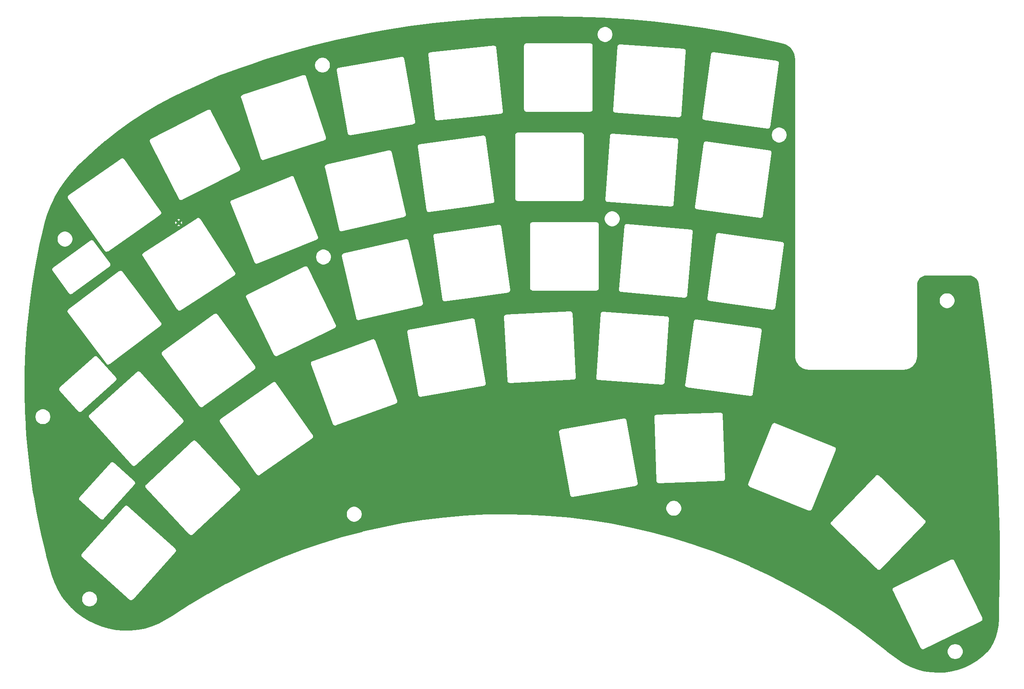
<source format=gtl>
G04 #@! TF.GenerationSoftware,KiCad,Pcbnew,(5.1.5)-3*
G04 #@! TF.CreationDate,2020-03-17T01:31:39+09:00*
G04 #@! TF.ProjectId,fan,66616e2e-6b69-4636-9164-5f7063625858,v1.0*
G04 #@! TF.SameCoordinates,Original*
G04 #@! TF.FileFunction,Copper,L1,Top*
G04 #@! TF.FilePolarity,Positive*
%FSLAX46Y46*%
G04 Gerber Fmt 4.6, Leading zero omitted, Abs format (unit mm)*
G04 Created by KiCad (PCBNEW (5.1.5)-3) date 2020-03-17 01:31:39*
%MOMM*%
%LPD*%
G04 APERTURE LIST*
%ADD10C,0.500000*%
%ADD11C,0.800000*%
%ADD12C,0.254000*%
G04 APERTURE END LIST*
D10*
X34500000Y-46500000D03*
D11*
X12500000Y-50000000D03*
X7500000Y-87500000D03*
X17500000Y-125000000D03*
X70000000Y-107500000D03*
X127500000Y-43250000D03*
X67250000Y-50250000D03*
X69250000Y-10250000D03*
X130750000Y-5500000D03*
X166500000Y-24000000D03*
X201750000Y-60250000D03*
X142000000Y-105000000D03*
X204500000Y-137000000D03*
X166250000Y-9750000D03*
X98000000Y-5000000D03*
X33000000Y-21750000D03*
X3000000Y-71500000D03*
X6250000Y-108500000D03*
X46250000Y-121750000D03*
X110000000Y-107750000D03*
X170500000Y-124750000D03*
X210500000Y-98500000D03*
X206250000Y-59750000D03*
X196500000Y-60250000D03*
X167750000Y-78750000D03*
X195500000Y-79500000D03*
X87250000Y-47250000D03*
X37750000Y-90000000D03*
X107750000Y-63500000D03*
X58750000Y-77250000D03*
X41500000Y-42000000D03*
X70500000Y-29000000D03*
X107750000Y-24000000D03*
X125750000Y-25000000D03*
X45500000Y-63500000D03*
X108000000Y-45250000D03*
X146500000Y-27500000D03*
X150000000Y-46250000D03*
X145500000Y-64000000D03*
X124500000Y-63750000D03*
X79250000Y-69000000D03*
X27250000Y-75000000D03*
D12*
G36*
X120887901Y-1893083D02*
G01*
X126476277Y-2099367D01*
X132057392Y-2451870D01*
X137627328Y-2950346D01*
X143182393Y-3594464D01*
X148718590Y-4383762D01*
X154232300Y-5317722D01*
X159719664Y-6395692D01*
X165180866Y-7617817D01*
X165296541Y-7645337D01*
X165790890Y-7779207D01*
X166301440Y-7966395D01*
X166572852Y-8100112D01*
X167100015Y-8456411D01*
X167534484Y-8894749D01*
X167875537Y-9409127D01*
X168110184Y-9979950D01*
X168231893Y-10597678D01*
X168246504Y-10983293D01*
X168266510Y-75516407D01*
X168269285Y-75544498D01*
X168269177Y-75560050D01*
X168270042Y-75568881D01*
X168321043Y-76054123D01*
X168332623Y-76110535D01*
X168343418Y-76167123D01*
X168345983Y-76175617D01*
X168490262Y-76641711D01*
X168512595Y-76694838D01*
X168534160Y-76748214D01*
X168538325Y-76756048D01*
X168770389Y-77185241D01*
X168802592Y-77232983D01*
X168834136Y-77281188D01*
X168839744Y-77288064D01*
X169150753Y-77664010D01*
X169191619Y-77704592D01*
X169231923Y-77745749D01*
X169238760Y-77751405D01*
X169616867Y-78059781D01*
X169664855Y-78091664D01*
X169712367Y-78124196D01*
X169720169Y-78128415D01*
X169720177Y-78128419D01*
X170150975Y-78357478D01*
X170204204Y-78379418D01*
X170257168Y-78402118D01*
X170265638Y-78404739D01*
X170265645Y-78404742D01*
X170265652Y-78404743D01*
X170732734Y-78545764D01*
X170789237Y-78556952D01*
X170845576Y-78568927D01*
X170854398Y-78569855D01*
X170854400Y-78569855D01*
X171339987Y-78617467D01*
X171339994Y-78617467D01*
X171370789Y-78620500D01*
X191933211Y-78620500D01*
X191961493Y-78617714D01*
X191977050Y-78617823D01*
X191985881Y-78616958D01*
X192471123Y-78565957D01*
X192527535Y-78554377D01*
X192584123Y-78543582D01*
X192592615Y-78541018D01*
X192592621Y-78541016D01*
X193058711Y-78396738D01*
X193111838Y-78374405D01*
X193165214Y-78352840D01*
X193173048Y-78348675D01*
X193602241Y-78116611D01*
X193649983Y-78084408D01*
X193698188Y-78052864D01*
X193705064Y-78047256D01*
X194081010Y-77736247D01*
X194121592Y-77695381D01*
X194162749Y-77655077D01*
X194168405Y-77648240D01*
X194476781Y-77270133D01*
X194508664Y-77222145D01*
X194541196Y-77174633D01*
X194545416Y-77166828D01*
X194774478Y-76736025D01*
X194796418Y-76682796D01*
X194819118Y-76629832D01*
X194821739Y-76621362D01*
X194821742Y-76621355D01*
X194821743Y-76621348D01*
X194962764Y-76154266D01*
X194973952Y-76097763D01*
X194985927Y-76041424D01*
X194986855Y-76032600D01*
X195034467Y-75547013D01*
X195034467Y-75547006D01*
X195037500Y-75516211D01*
X195037500Y-63312931D01*
X199654954Y-63312931D01*
X199654954Y-63657069D01*
X199722092Y-63994594D01*
X199853788Y-64312537D01*
X200044981Y-64598677D01*
X200288323Y-64842019D01*
X200574463Y-65033212D01*
X200892406Y-65164908D01*
X201229931Y-65232046D01*
X201574069Y-65232046D01*
X201911594Y-65164908D01*
X202229537Y-65033212D01*
X202515677Y-64842019D01*
X202759019Y-64598677D01*
X202950212Y-64312537D01*
X203081908Y-63994594D01*
X203149046Y-63657069D01*
X203149046Y-63312931D01*
X203081908Y-62975406D01*
X202950212Y-62657463D01*
X202759019Y-62371323D01*
X202515677Y-62127981D01*
X202229537Y-61936788D01*
X201911594Y-61805092D01*
X201574069Y-61737954D01*
X201229931Y-61737954D01*
X200892406Y-61805092D01*
X200574463Y-61936788D01*
X200288323Y-62127981D01*
X200044981Y-62371323D01*
X199853788Y-62657463D01*
X199722092Y-62975406D01*
X199654954Y-63312931D01*
X195037500Y-63312931D01*
X195037500Y-60016081D01*
X195075999Y-59623440D01*
X195181001Y-59275656D01*
X195351556Y-58954890D01*
X195581168Y-58673356D01*
X195861088Y-58441787D01*
X196180661Y-58268994D01*
X196527703Y-58161568D01*
X196918456Y-58120498D01*
X206111575Y-58119504D01*
X206534940Y-58161015D01*
X206903289Y-58272226D01*
X207243029Y-58452869D01*
X207541209Y-58696058D01*
X207786473Y-58992531D01*
X207976260Y-59343533D01*
X208040584Y-59522695D01*
X208147479Y-59998378D01*
X209213181Y-67337848D01*
X210140556Y-74718449D01*
X210926073Y-82115513D01*
X211569443Y-89526316D01*
X212070421Y-96948041D01*
X212428832Y-104378056D01*
X212644591Y-111815402D01*
X212691729Y-114863323D01*
X212706066Y-122303793D01*
X212577550Y-129743893D01*
X212546519Y-130839218D01*
X212546011Y-130843714D01*
X212519770Y-132680630D01*
X212455607Y-133993185D01*
X212245873Y-135260280D01*
X211891891Y-136494878D01*
X211398354Y-137680607D01*
X210768631Y-138807425D01*
X210312219Y-139468342D01*
X210106152Y-139698217D01*
X209010070Y-140719596D01*
X207819400Y-141622692D01*
X206543555Y-142400845D01*
X205195606Y-143046081D01*
X203789348Y-143551797D01*
X202339186Y-143912811D01*
X200859968Y-144125431D01*
X199366834Y-144187475D01*
X197875074Y-144098313D01*
X196399958Y-143858854D01*
X194956596Y-143471553D01*
X193559758Y-142940373D01*
X192217214Y-142267475D01*
X191535717Y-141856301D01*
X188348749Y-139559548D01*
X188321920Y-139537931D01*
X201406953Y-139537931D01*
X201406953Y-139882069D01*
X201474091Y-140219595D01*
X201605787Y-140537537D01*
X201796980Y-140823677D01*
X202040323Y-141067020D01*
X202326463Y-141258213D01*
X202644405Y-141389909D01*
X202981931Y-141457047D01*
X203326069Y-141457047D01*
X203663595Y-141389909D01*
X203981537Y-141258213D01*
X204267677Y-141067020D01*
X204511020Y-140823677D01*
X204702213Y-140537537D01*
X204833909Y-140219595D01*
X204901047Y-139882069D01*
X204901047Y-139537931D01*
X204833909Y-139200405D01*
X204702213Y-138882463D01*
X204511020Y-138596323D01*
X204267677Y-138352980D01*
X203981537Y-138161787D01*
X203663595Y-138030091D01*
X203326069Y-137962953D01*
X202981931Y-137962953D01*
X202644405Y-138030091D01*
X202326463Y-138161787D01*
X202040323Y-138352980D01*
X201796980Y-138596323D01*
X201605787Y-138882463D01*
X201474091Y-139200405D01*
X201406953Y-139537931D01*
X188321920Y-139537931D01*
X185722133Y-137443236D01*
X185714405Y-137437229D01*
X185706834Y-137431291D01*
X182108781Y-134709217D01*
X182108754Y-134709196D01*
X182090833Y-134696124D01*
X178399945Y-132101257D01*
X178397897Y-132099870D01*
X178381579Y-132088818D01*
X174602405Y-129624360D01*
X174602379Y-129624342D01*
X174583589Y-129612552D01*
X170720708Y-127281487D01*
X170720683Y-127281471D01*
X170709555Y-127275018D01*
X170701493Y-127270343D01*
X170701473Y-127270333D01*
X168965907Y-126303971D01*
X189421617Y-126303971D01*
X189421621Y-126303994D01*
X189421620Y-126304012D01*
X189431560Y-126365885D01*
X189441467Y-126427570D01*
X189441473Y-126427587D01*
X189441477Y-126427610D01*
X189463469Y-126486815D01*
X189474130Y-126515521D01*
X189474140Y-126515541D01*
X189485067Y-126544958D01*
X189501501Y-126571642D01*
X195545138Y-138963539D01*
X195556058Y-138992940D01*
X195572492Y-139019626D01*
X195621686Y-139099516D01*
X195621698Y-139099529D01*
X195621700Y-139099532D01*
X195633950Y-139112726D01*
X195706859Y-139191256D01*
X195706874Y-139191267D01*
X195706876Y-139191269D01*
X195719509Y-139200405D01*
X195808292Y-139264617D01*
X195808306Y-139264623D01*
X195808311Y-139264627D01*
X195838183Y-139278319D01*
X195922089Y-139316780D01*
X195922105Y-139316784D01*
X195922110Y-139316786D01*
X195951030Y-139323662D01*
X196043875Y-139345740D01*
X196043891Y-139345741D01*
X196043897Y-139345742D01*
X196093863Y-139347595D01*
X196168971Y-139350383D01*
X196168980Y-139350382D01*
X196168992Y-139350382D01*
X196225813Y-139341255D01*
X196292570Y-139330534D01*
X196292583Y-139330529D01*
X196292590Y-139330528D01*
X196334585Y-139314930D01*
X196409921Y-139286952D01*
X196436637Y-139270501D01*
X208829558Y-133225853D01*
X208858958Y-133214932D01*
X208899011Y-133190265D01*
X208965532Y-133149300D01*
X208965542Y-133149291D01*
X208965548Y-133149287D01*
X209004587Y-133113038D01*
X209057269Y-133064124D01*
X209057276Y-133064115D01*
X209057283Y-133064108D01*
X209087729Y-133022006D01*
X209130627Y-132962689D01*
X209130633Y-132962675D01*
X209130637Y-132962670D01*
X209153949Y-132911805D01*
X209182786Y-132848890D01*
X209182788Y-132848880D01*
X209182793Y-132848870D01*
X209199331Y-132779302D01*
X209211742Y-132727103D01*
X209211742Y-132727093D01*
X209211745Y-132727082D01*
X209214319Y-132657615D01*
X209216381Y-132602007D01*
X209216380Y-132601998D01*
X209216380Y-132601986D01*
X209204599Y-132528657D01*
X209196528Y-132478409D01*
X209196525Y-132478401D01*
X209196523Y-132478388D01*
X209163854Y-132390439D01*
X209152942Y-132361059D01*
X209136496Y-132334354D01*
X203091854Y-119942442D01*
X203080933Y-119913042D01*
X203015288Y-119806452D01*
X202930109Y-119714717D01*
X202828671Y-119641363D01*
X202714871Y-119589207D01*
X202593083Y-119560255D01*
X202467988Y-119555620D01*
X202467987Y-119555620D01*
X202344390Y-119575477D01*
X202256440Y-119608146D01*
X202256433Y-119608150D01*
X202227042Y-119619067D01*
X202200347Y-119635508D01*
X189808459Y-125680138D01*
X189779079Y-125691049D01*
X189752357Y-125707504D01*
X189752338Y-125707513D01*
X189724817Y-125724462D01*
X189672485Y-125756687D01*
X189672470Y-125756701D01*
X189672452Y-125756712D01*
X189623854Y-125801837D01*
X189580745Y-125841860D01*
X189580734Y-125841875D01*
X189580717Y-125841891D01*
X189545487Y-125890610D01*
X189507383Y-125943293D01*
X189507373Y-125943316D01*
X189507363Y-125943329D01*
X189484737Y-125992697D01*
X189455221Y-126057090D01*
X189455217Y-126057108D01*
X189455207Y-126057129D01*
X189439348Y-126123842D01*
X189426261Y-126178876D01*
X189426260Y-126178895D01*
X189426255Y-126178917D01*
X189424062Y-126238105D01*
X189421617Y-126303971D01*
X168965907Y-126303971D01*
X166759612Y-125075508D01*
X166759588Y-125075494D01*
X166749805Y-125070269D01*
X166740022Y-125065043D01*
X166739999Y-125065032D01*
X162723917Y-123009103D01*
X162703998Y-122999341D01*
X162703951Y-122999320D01*
X158618588Y-121084813D01*
X158598341Y-121075752D01*
X158598292Y-121075732D01*
X154448653Y-119304989D01*
X154448605Y-119304968D01*
X154428054Y-119296620D01*
X150219045Y-117671740D01*
X150198215Y-117664113D01*
X150198164Y-117664096D01*
X145935082Y-116187121D01*
X145935064Y-116187115D01*
X145913980Y-116180220D01*
X141601896Y-114852908D01*
X141601880Y-114852903D01*
X141580568Y-114846748D01*
X137224771Y-113670730D01*
X137203258Y-113665323D01*
X132809085Y-112642039D01*
X132809072Y-112642036D01*
X132787383Y-112637383D01*
X128778154Y-111850149D01*
X176004524Y-111850149D01*
X176018967Y-111974496D01*
X176057392Y-112093635D01*
X176118321Y-112202989D01*
X176152888Y-112243640D01*
X176199413Y-112298355D01*
X176223999Y-112317824D01*
X186142099Y-121895465D01*
X186162413Y-121919355D01*
X186186997Y-121938822D01*
X186187000Y-121938825D01*
X186260552Y-121997069D01*
X186371967Y-122054142D01*
X186492375Y-122088384D01*
X186554503Y-122093409D01*
X186617149Y-122098476D01*
X186617150Y-122098476D01*
X186741496Y-122084033D01*
X186860635Y-122045608D01*
X186969989Y-121984679D01*
X186990429Y-121967298D01*
X187041463Y-121923903D01*
X187065355Y-121903587D01*
X187084825Y-121879000D01*
X196662465Y-111960901D01*
X196686355Y-111940587D01*
X196705835Y-111915987D01*
X196764069Y-111842448D01*
X196821142Y-111731033D01*
X196855384Y-111610625D01*
X196865476Y-111485850D01*
X196851033Y-111361504D01*
X196812608Y-111242365D01*
X196751679Y-111133011D01*
X196729665Y-111107122D01*
X196690903Y-111061537D01*
X196670587Y-111037645D01*
X196646000Y-111018175D01*
X186727906Y-101440540D01*
X186707587Y-101416645D01*
X186609447Y-101338931D01*
X186498033Y-101281858D01*
X186377625Y-101247616D01*
X186315237Y-101242570D01*
X186252851Y-101237524D01*
X186252850Y-101237524D01*
X186165964Y-101247616D01*
X186128504Y-101251967D01*
X186009365Y-101290392D01*
X185900011Y-101351321D01*
X185804645Y-101432413D01*
X185785176Y-101456999D01*
X176207540Y-111375094D01*
X176183645Y-111395413D01*
X176105932Y-111493553D01*
X176048858Y-111604968D01*
X176014616Y-111725376D01*
X176004524Y-111850149D01*
X128778154Y-111850149D01*
X128360162Y-111768074D01*
X128338324Y-111764180D01*
X123883461Y-111049909D01*
X123880815Y-111049532D01*
X123861501Y-111046780D01*
X119384423Y-110488416D01*
X119381675Y-110488122D01*
X119362367Y-110486056D01*
X114868537Y-110084282D01*
X114868532Y-110084281D01*
X114846406Y-110082691D01*
X110341285Y-109837992D01*
X110319118Y-109837176D01*
X105808204Y-109749854D01*
X105808203Y-109749854D01*
X105786020Y-109749812D01*
X105786018Y-109749812D01*
X101274805Y-109819971D01*
X101252635Y-109820703D01*
X96746616Y-110048258D01*
X96724485Y-110049763D01*
X92229152Y-110434438D01*
X92207087Y-110436715D01*
X87727969Y-110978034D01*
X87727919Y-110978039D01*
X87708992Y-110980663D01*
X87705946Y-110981085D01*
X87705937Y-110981087D01*
X83248398Y-111678401D01*
X83226545Y-111682211D01*
X83226534Y-111682213D01*
X78796048Y-112534669D01*
X78774341Y-112539240D01*
X78774329Y-112539243D01*
X74376295Y-113545800D01*
X74354761Y-113551125D01*
X74354747Y-113551129D01*
X69994521Y-114710562D01*
X69973186Y-114716636D01*
X65656066Y-116027537D01*
X65634956Y-116034351D01*
X65634939Y-116034357D01*
X61366216Y-117495118D01*
X61345357Y-117502665D01*
X61345307Y-117502685D01*
X57130197Y-119111520D01*
X57109614Y-119119791D01*
X57109594Y-119119800D01*
X52953171Y-120874772D01*
X52932889Y-120883756D01*
X48840250Y-122782715D01*
X48840225Y-122782726D01*
X48820269Y-122792412D01*
X44796371Y-124833057D01*
X44776765Y-124843434D01*
X44776741Y-124843448D01*
X40826536Y-127023268D01*
X40819517Y-127027303D01*
X40807305Y-127034322D01*
X36935575Y-129350680D01*
X36935558Y-129350690D01*
X36933040Y-129352257D01*
X36916723Y-129362409D01*
X36916697Y-129362426D01*
X33128174Y-131812487D01*
X33125471Y-131814303D01*
X30220312Y-133522416D01*
X28762165Y-134111276D01*
X27238440Y-134565255D01*
X25678747Y-134873824D01*
X24096942Y-135034244D01*
X22507068Y-135045092D01*
X20923214Y-134906268D01*
X19359472Y-134619011D01*
X17829690Y-134185865D01*
X16347468Y-133610678D01*
X14925946Y-132898551D01*
X13577750Y-132055806D01*
X12314851Y-131089929D01*
X11148450Y-130009485D01*
X10088911Y-128824076D01*
X9566996Y-128115931D01*
X13399653Y-128115931D01*
X13399653Y-128460069D01*
X13466791Y-128797595D01*
X13598487Y-129115537D01*
X13789680Y-129401677D01*
X14033023Y-129645020D01*
X14319163Y-129836213D01*
X14637105Y-129967909D01*
X14974631Y-130035047D01*
X15318769Y-130035047D01*
X15656295Y-129967909D01*
X15974237Y-129836213D01*
X16260377Y-129645020D01*
X16503720Y-129401677D01*
X16694913Y-129115537D01*
X16826609Y-128797595D01*
X16893747Y-128460069D01*
X16893747Y-128115931D01*
X16826609Y-127778405D01*
X16694913Y-127460463D01*
X16503720Y-127174323D01*
X16260377Y-126930980D01*
X15974237Y-126739787D01*
X15656295Y-126608091D01*
X15318769Y-126540953D01*
X14974631Y-126540953D01*
X14637105Y-126608091D01*
X14319163Y-126739787D01*
X14033023Y-126930980D01*
X13789680Y-127174323D01*
X13598487Y-127460463D01*
X13466791Y-127778405D01*
X13399653Y-128115931D01*
X9566996Y-128115931D01*
X9145631Y-127544216D01*
X8326969Y-126181246D01*
X7640221Y-124747307D01*
X7089203Y-123248946D01*
X6839950Y-122378005D01*
X6839904Y-122377870D01*
X5844486Y-118824403D01*
X13220701Y-118824403D01*
X13239470Y-118948170D01*
X13282026Y-119065897D01*
X13285873Y-119072268D01*
X13346729Y-119173059D01*
X13431097Y-119265540D01*
X13456351Y-119284143D01*
X23702583Y-128510392D01*
X23723723Y-128533563D01*
X23754831Y-128556476D01*
X23824487Y-128607786D01*
X23824507Y-128607795D01*
X23824516Y-128607802D01*
X23870311Y-128629277D01*
X23937824Y-128660940D01*
X23937840Y-128660944D01*
X23937855Y-128660951D01*
X23998098Y-128675830D01*
X24059352Y-128690963D01*
X24059369Y-128690964D01*
X24059386Y-128690968D01*
X24131643Y-128694279D01*
X24184403Y-128696699D01*
X24184416Y-128696697D01*
X24184436Y-128696698D01*
X24253736Y-128686185D01*
X24308170Y-128677930D01*
X24308185Y-128677925D01*
X24308202Y-128677922D01*
X24367482Y-128656490D01*
X24425897Y-128635374D01*
X24425912Y-128635365D01*
X24425926Y-128635360D01*
X24474077Y-128606284D01*
X24533060Y-128570670D01*
X24533074Y-128570657D01*
X24533086Y-128570650D01*
X24577428Y-128530194D01*
X24625541Y-128486302D01*
X24644153Y-128461035D01*
X33869801Y-118214409D01*
X33892961Y-118193278D01*
X33911554Y-118168035D01*
X33911562Y-118168026D01*
X33967203Y-118092485D01*
X34020351Y-117979145D01*
X34050368Y-117857615D01*
X34056098Y-117732564D01*
X34037322Y-117608798D01*
X34012866Y-117541154D01*
X33994761Y-117491074D01*
X33930051Y-117383914D01*
X33866816Y-117314605D01*
X33866810Y-117314600D01*
X33845677Y-117291437D01*
X33820432Y-117272843D01*
X23574324Y-108047613D01*
X23553202Y-108024460D01*
X23527942Y-108005853D01*
X23527927Y-108005839D01*
X23493063Y-107980159D01*
X23452413Y-107950215D01*
X23452402Y-107950210D01*
X23452386Y-107950198D01*
X23389972Y-107920930D01*
X23339077Y-107897061D01*
X23339061Y-107897057D01*
X23339046Y-107897050D01*
X23274038Y-107880993D01*
X23217548Y-107867038D01*
X23217534Y-107867037D01*
X23217516Y-107867033D01*
X23143338Y-107863633D01*
X23092497Y-107861301D01*
X23092485Y-107861303D01*
X23092466Y-107861302D01*
X23028415Y-107871019D01*
X22968730Y-107880070D01*
X22968714Y-107880076D01*
X22968700Y-107880078D01*
X22921755Y-107897050D01*
X22851003Y-107922625D01*
X22850987Y-107922635D01*
X22850975Y-107922639D01*
X22805337Y-107950198D01*
X22743840Y-107987330D01*
X22743827Y-107987342D01*
X22743815Y-107987349D01*
X22703139Y-108024460D01*
X22674528Y-108050561D01*
X22674516Y-108050575D01*
X22651338Y-108071721D01*
X22632749Y-108096958D01*
X13407028Y-118342561D01*
X13383859Y-118363698D01*
X13365259Y-118388948D01*
X13309615Y-118464486D01*
X13256460Y-118577823D01*
X13226437Y-118699352D01*
X13222533Y-118784473D01*
X13220701Y-118824403D01*
X5844486Y-118824403D01*
X5780985Y-118597717D01*
X5780415Y-118595173D01*
X4698649Y-114097593D01*
X3760718Y-109578028D01*
X3228730Y-106537398D01*
X12739900Y-106537398D01*
X12739901Y-106537406D01*
X12739901Y-106537410D01*
X12747053Y-106584565D01*
X12758669Y-106661165D01*
X12758671Y-106661171D01*
X12758672Y-106661176D01*
X12779444Y-106718638D01*
X12801224Y-106778892D01*
X12801227Y-106778896D01*
X12801229Y-106778903D01*
X12842022Y-106846463D01*
X12865927Y-106886056D01*
X12865930Y-106886059D01*
X12865934Y-106886066D01*
X12950303Y-106978546D01*
X12975555Y-106997147D01*
X17387962Y-110970373D01*
X17409097Y-110993540D01*
X17434343Y-111012137D01*
X17434345Y-111012139D01*
X17507962Y-111066368D01*
X17509886Y-111067785D01*
X17533769Y-111078986D01*
X17623219Y-111120939D01*
X17744748Y-111150963D01*
X17869798Y-111156700D01*
X17993565Y-111137931D01*
X18111293Y-111095377D01*
X18218456Y-111030673D01*
X18218457Y-111030672D01*
X18218459Y-111030671D01*
X18277014Y-110977253D01*
X18310938Y-110946306D01*
X18329539Y-110921054D01*
X24769916Y-103768717D01*
X27128915Y-103768717D01*
X27128915Y-103768723D01*
X27130731Y-103797384D01*
X27136830Y-103893648D01*
X27136831Y-103893651D01*
X27136831Y-103893654D01*
X27146171Y-103928814D01*
X27168967Y-104014635D01*
X27168968Y-104014638D01*
X27168969Y-104014640D01*
X27175791Y-104028549D01*
X27224089Y-104127028D01*
X27224091Y-104127030D01*
X27224092Y-104127033D01*
X27258117Y-104171575D01*
X27300079Y-104226508D01*
X27323614Y-104247239D01*
X36726751Y-114330597D01*
X36745786Y-114355515D01*
X36769314Y-114376239D01*
X36769317Y-114376242D01*
X36839720Y-114438255D01*
X36947996Y-114501081D01*
X37066447Y-114541577D01*
X37190522Y-114558185D01*
X37190527Y-114558185D01*
X37227748Y-114555826D01*
X37315454Y-114550269D01*
X37324467Y-114547875D01*
X37364341Y-114537283D01*
X37436441Y-114518131D01*
X37436442Y-114518131D01*
X37436444Y-114518130D01*
X37492805Y-114490487D01*
X37548833Y-114463008D01*
X37551143Y-114461244D01*
X37623393Y-114406053D01*
X37648313Y-114387017D01*
X37669043Y-114363482D01*
X42672038Y-109697931D01*
X70881254Y-109697931D01*
X70881254Y-110042069D01*
X70948392Y-110379594D01*
X71080088Y-110697537D01*
X71271281Y-110983677D01*
X71514623Y-111227019D01*
X71800763Y-111418212D01*
X72118706Y-111549908D01*
X72456231Y-111617046D01*
X72800369Y-111617046D01*
X73137894Y-111549908D01*
X73455837Y-111418212D01*
X73741977Y-111227019D01*
X73985319Y-110983677D01*
X74176512Y-110697537D01*
X74308208Y-110379594D01*
X74375346Y-110042069D01*
X74375346Y-109697931D01*
X74308208Y-109360406D01*
X74176512Y-109042463D01*
X73985319Y-108756323D01*
X73741977Y-108512981D01*
X73569793Y-108397931D01*
X140280953Y-108397931D01*
X140280953Y-108742069D01*
X140348091Y-109079595D01*
X140479787Y-109397537D01*
X140670980Y-109683677D01*
X140914323Y-109927020D01*
X141200463Y-110118213D01*
X141518405Y-110249909D01*
X141855931Y-110317047D01*
X142200069Y-110317047D01*
X142537595Y-110249909D01*
X142855537Y-110118213D01*
X143141677Y-109927020D01*
X143385020Y-109683677D01*
X143576213Y-109397537D01*
X143707909Y-109079595D01*
X143775047Y-108742069D01*
X143775047Y-108397931D01*
X143707909Y-108060405D01*
X143576213Y-107742463D01*
X143385020Y-107456323D01*
X143141677Y-107212980D01*
X142855537Y-107021787D01*
X142537595Y-106890091D01*
X142200069Y-106822953D01*
X141855931Y-106822953D01*
X141518405Y-106890091D01*
X141200463Y-107021787D01*
X140914323Y-107212980D01*
X140670980Y-107456323D01*
X140479787Y-107742463D01*
X140348091Y-108060405D01*
X140280953Y-108397931D01*
X73569793Y-108397931D01*
X73455837Y-108321788D01*
X73137894Y-108190092D01*
X72800369Y-108122954D01*
X72456231Y-108122954D01*
X72118706Y-108190092D01*
X71800763Y-108321788D01*
X71514623Y-108512981D01*
X71271281Y-108756323D01*
X71080088Y-109042463D01*
X70948392Y-109360406D01*
X70881254Y-109697931D01*
X42672038Y-109697931D01*
X47752599Y-104960047D01*
X47777514Y-104941015D01*
X47798239Y-104917486D01*
X47798244Y-104917481D01*
X47860257Y-104847077D01*
X47923082Y-104738801D01*
X47963577Y-104620350D01*
X47980185Y-104496274D01*
X47972268Y-104371343D01*
X47972268Y-104371342D01*
X47940130Y-104250356D01*
X47885006Y-104137963D01*
X47828053Y-104063407D01*
X47828047Y-104063401D01*
X47809014Y-104038485D01*
X47785486Y-104017761D01*
X38382453Y-93934608D01*
X38363421Y-93909692D01*
X38339887Y-93888962D01*
X38339881Y-93888956D01*
X38269477Y-93826943D01*
X38188143Y-93779750D01*
X38161209Y-93764122D01*
X38161206Y-93764121D01*
X38161201Y-93764118D01*
X38086287Y-93738507D01*
X38042758Y-93723625D01*
X38042754Y-93723625D01*
X38042750Y-93723623D01*
X37941081Y-93710014D01*
X37918683Y-93707016D01*
X37918682Y-93707016D01*
X37918674Y-93707015D01*
X37823603Y-93713040D01*
X37793751Y-93714931D01*
X37793749Y-93714932D01*
X37793743Y-93714932D01*
X37733671Y-93730889D01*
X37672764Y-93747067D01*
X37672759Y-93747069D01*
X37672757Y-93747070D01*
X37637997Y-93764118D01*
X37560371Y-93802189D01*
X37560369Y-93802191D01*
X37560364Y-93802193D01*
X37527965Y-93826943D01*
X37485814Y-93859141D01*
X37485806Y-93859148D01*
X37460886Y-93878185D01*
X37440164Y-93901711D01*
X27356515Y-103304942D01*
X27331588Y-103323983D01*
X27248845Y-103417921D01*
X27186019Y-103526197D01*
X27178530Y-103548104D01*
X27145525Y-103644642D01*
X27145524Y-103644647D01*
X27145524Y-103644648D01*
X27142256Y-103669063D01*
X27128915Y-103768717D01*
X24769916Y-103768717D01*
X24979073Y-103536439D01*
X25002227Y-103515317D01*
X25020827Y-103490068D01*
X25020841Y-103490053D01*
X25060333Y-103436442D01*
X25076475Y-103414530D01*
X25076477Y-103414526D01*
X25076485Y-103414515D01*
X25116499Y-103329198D01*
X25129633Y-103301195D01*
X25129634Y-103301191D01*
X25129640Y-103301178D01*
X25154867Y-103199064D01*
X25159660Y-103179667D01*
X25159660Y-103179661D01*
X25159663Y-103179650D01*
X25162810Y-103111044D01*
X25165400Y-103054617D01*
X25165399Y-103054608D01*
X25165399Y-103054599D01*
X25150144Y-102954001D01*
X25146634Y-102930849D01*
X25146632Y-102930842D01*
X25146630Y-102930832D01*
X25125707Y-102872949D01*
X25104083Y-102813121D01*
X25104077Y-102813112D01*
X25104075Y-102813105D01*
X25069945Y-102756578D01*
X25039382Y-102705955D01*
X25039374Y-102705947D01*
X25039371Y-102705941D01*
X24991311Y-102653259D01*
X24976153Y-102636642D01*
X24976144Y-102636634D01*
X24955003Y-102613460D01*
X24929763Y-102594867D01*
X20517340Y-98621431D01*
X20496196Y-98598255D01*
X20445781Y-98561118D01*
X20395430Y-98524025D01*
X20395416Y-98524019D01*
X20395406Y-98524011D01*
X20343048Y-98499456D01*
X20282095Y-98470867D01*
X20282081Y-98470863D01*
X20282069Y-98470858D01*
X20222407Y-98456119D01*
X20160567Y-98440840D01*
X20160554Y-98440839D01*
X20160540Y-98440836D01*
X20092741Y-98437727D01*
X20035518Y-98435100D01*
X20035506Y-98435102D01*
X20035489Y-98435101D01*
X19967147Y-98445466D01*
X19911750Y-98453865D01*
X19911737Y-98453870D01*
X19911722Y-98453872D01*
X19847532Y-98477076D01*
X19794022Y-98496417D01*
X19794011Y-98496423D01*
X19793996Y-98496429D01*
X19730164Y-98534971D01*
X19686857Y-98561118D01*
X19686849Y-98561125D01*
X19686833Y-98561135D01*
X19627177Y-98615559D01*
X19594373Y-98645483D01*
X19575768Y-98670738D01*
X12926224Y-106055565D01*
X12903062Y-106076695D01*
X12884460Y-106101947D01*
X12884454Y-106101954D01*
X12861522Y-106133086D01*
X12828817Y-106177483D01*
X12828815Y-106177488D01*
X12828811Y-106177493D01*
X12802575Y-106233436D01*
X12775662Y-106290820D01*
X12775661Y-106290825D01*
X12775658Y-106290831D01*
X12758524Y-106360188D01*
X12745638Y-106412348D01*
X12745638Y-106412353D01*
X12745636Y-106412360D01*
X12742865Y-106472775D01*
X12739900Y-106537398D01*
X3228730Y-106537398D01*
X2965216Y-105031260D01*
X2312921Y-100461720D01*
X1804326Y-95872548D01*
X1528380Y-92570506D01*
X1299396Y-88512931D01*
X3254953Y-88512931D01*
X3254953Y-88857069D01*
X3322091Y-89194595D01*
X3453787Y-89512537D01*
X3644980Y-89798677D01*
X3888323Y-90042020D01*
X4174463Y-90233213D01*
X4492405Y-90364909D01*
X4829931Y-90432047D01*
X5174069Y-90432047D01*
X5511595Y-90364909D01*
X5829537Y-90233213D01*
X6115677Y-90042020D01*
X6359020Y-89798677D01*
X6550213Y-89512537D01*
X6681909Y-89194595D01*
X6749047Y-88857069D01*
X6749047Y-88566983D01*
X14847901Y-88566983D01*
X14853635Y-88692033D01*
X14883655Y-88813562D01*
X14936807Y-88926900D01*
X14956243Y-88953286D01*
X15011048Y-89027689D01*
X15034219Y-89048829D01*
X24259952Y-99294943D01*
X24278545Y-99320186D01*
X24301710Y-99341321D01*
X24301717Y-99341328D01*
X24371028Y-99404562D01*
X24478190Y-99469268D01*
X24537633Y-99490757D01*
X24595910Y-99511825D01*
X24595916Y-99511826D01*
X24719682Y-99530599D01*
X24798340Y-99526992D01*
X24844727Y-99524866D01*
X24844731Y-99524865D01*
X24844733Y-99524865D01*
X24903318Y-99510393D01*
X24966256Y-99494847D01*
X24966258Y-99494846D01*
X24966262Y-99494845D01*
X25051560Y-99454843D01*
X25079595Y-99441696D01*
X25079597Y-99441694D01*
X25079600Y-99441693D01*
X25180391Y-99367450D01*
X25201527Y-99344283D01*
X35447744Y-90118647D01*
X35472989Y-90100052D01*
X35494118Y-90076892D01*
X35494124Y-90076887D01*
X35557357Y-90007578D01*
X35622065Y-89900416D01*
X35622067Y-89900412D01*
X35650041Y-89823029D01*
X35664624Y-89782691D01*
X35666215Y-89772206D01*
X35672898Y-89728145D01*
X35683398Y-89658925D01*
X35682761Y-89645015D01*
X35680570Y-89597217D01*
X43263578Y-89597217D01*
X43263578Y-89597227D01*
X43271612Y-89663862D01*
X43278561Y-89721499D01*
X43278562Y-89721503D01*
X43278563Y-89721509D01*
X43298589Y-89782691D01*
X43317501Y-89840471D01*
X43317503Y-89840474D01*
X43317505Y-89840481D01*
X43378910Y-89949569D01*
X43399329Y-89973371D01*
X51307532Y-101267948D01*
X51322921Y-101295284D01*
X51355111Y-101332805D01*
X51404408Y-101390274D01*
X51404423Y-101390286D01*
X51404430Y-101390294D01*
X51438009Y-101416645D01*
X51502884Y-101467561D01*
X51502901Y-101467569D01*
X51502909Y-101467576D01*
X51550035Y-101491458D01*
X51614544Y-101524151D01*
X51614558Y-101524155D01*
X51614572Y-101524162D01*
X51675401Y-101541172D01*
X51735100Y-101557870D01*
X51735115Y-101557871D01*
X51735129Y-101557875D01*
X51792975Y-101562299D01*
X51859917Y-101567422D01*
X51859933Y-101567420D01*
X51859946Y-101567421D01*
X51911645Y-101561186D01*
X51984199Y-101552440D01*
X51984216Y-101552434D01*
X51984228Y-101552433D01*
X52036659Y-101535269D01*
X52103171Y-101513499D01*
X52103184Y-101513491D01*
X52103198Y-101513487D01*
X52154143Y-101484809D01*
X52212260Y-101452097D01*
X52236077Y-101431666D01*
X63530255Y-93522965D01*
X63557571Y-93507589D01*
X63581374Y-93487169D01*
X63581387Y-93487160D01*
X63621749Y-93452532D01*
X63652583Y-93426081D01*
X63652587Y-93426076D01*
X63652594Y-93426070D01*
X63703846Y-93360761D01*
X63729867Y-93327604D01*
X63729869Y-93327600D01*
X63729876Y-93327591D01*
X63770497Y-93247433D01*
X63786456Y-93215943D01*
X63786458Y-93215936D01*
X63786462Y-93215928D01*
X63807736Y-93139852D01*
X63820172Y-93095387D01*
X63820173Y-93095380D01*
X63820175Y-93095371D01*
X63826410Y-93013859D01*
X63829722Y-92970569D01*
X63829721Y-92970563D01*
X63829722Y-92970554D01*
X63822945Y-92914360D01*
X63814737Y-92846287D01*
X63814734Y-92846276D01*
X63814733Y-92846272D01*
X63794774Y-92785301D01*
X63775794Y-92727316D01*
X63775788Y-92727306D01*
X63775787Y-92727302D01*
X63742217Y-92667666D01*
X63729772Y-92645558D01*
X63729769Y-92645554D01*
X63714380Y-92618216D01*
X63693963Y-92594417D01*
X63247266Y-91956468D01*
X116991578Y-91956468D01*
X116996234Y-92017320D01*
X117001127Y-92081282D01*
X117009573Y-92111484D01*
X119403735Y-105689618D01*
X119406127Y-105720882D01*
X119414572Y-105751080D01*
X119414574Y-105751089D01*
X119439843Y-105841442D01*
X119496431Y-105953104D01*
X119573716Y-106051581D01*
X119668727Y-106133088D01*
X119777814Y-106194494D01*
X119896785Y-106233436D01*
X119991093Y-106244808D01*
X120021065Y-106248422D01*
X120021067Y-106248422D01*
X120145885Y-106238873D01*
X120176091Y-106230425D01*
X133754618Y-103836265D01*
X133785885Y-103833873D01*
X133816081Y-103825428D01*
X133816086Y-103825427D01*
X133906440Y-103800158D01*
X134018102Y-103743570D01*
X134116579Y-103666286D01*
X134124562Y-103656981D01*
X134143589Y-103634801D01*
X134198086Y-103571275D01*
X134259492Y-103462188D01*
X134281296Y-103395577D01*
X158071451Y-103395577D01*
X158071452Y-103395585D01*
X158071451Y-103395594D01*
X158075836Y-103436442D01*
X158084808Y-103520044D01*
X158084811Y-103520055D01*
X158084812Y-103520061D01*
X158093588Y-103548104D01*
X158122192Y-103639514D01*
X158122194Y-103639518D01*
X158122198Y-103639530D01*
X158149710Y-103689933D01*
X158182164Y-103749396D01*
X158182171Y-103749404D01*
X158182174Y-103749410D01*
X158215662Y-103789494D01*
X158262421Y-103845465D01*
X158262427Y-103845470D01*
X158262433Y-103845477D01*
X158318368Y-103890568D01*
X158359878Y-103924032D01*
X158359883Y-103924034D01*
X158359892Y-103924042D01*
X158425517Y-103958383D01*
X158443004Y-103967535D01*
X158443010Y-103967537D01*
X158470806Y-103982083D01*
X158500888Y-103990921D01*
X171283989Y-109155529D01*
X171311762Y-109170065D01*
X171341864Y-109178912D01*
X171341880Y-109178918D01*
X171376290Y-109189029D01*
X171431866Y-109205362D01*
X171431878Y-109205363D01*
X171431895Y-109205368D01*
X171500455Y-109211516D01*
X171556546Y-109216549D01*
X171556560Y-109216547D01*
X171556577Y-109216549D01*
X171624345Y-109209277D01*
X171681014Y-109203198D01*
X171681028Y-109203194D01*
X171681044Y-109203192D01*
X171742094Y-109184088D01*
X171800486Y-109165820D01*
X171800500Y-109165812D01*
X171800514Y-109165808D01*
X171859689Y-109133511D01*
X171910370Y-109105853D01*
X171910380Y-109105845D01*
X171910396Y-109105836D01*
X171960631Y-109063869D01*
X172006444Y-109025601D01*
X172006455Y-109025587D01*
X172006465Y-109025579D01*
X172037628Y-108986924D01*
X172085016Y-108928148D01*
X172085025Y-108928130D01*
X172085032Y-108928122D01*
X172118236Y-108864676D01*
X172128522Y-108845024D01*
X172128526Y-108845013D01*
X172143077Y-108817210D01*
X172151915Y-108787130D01*
X177317531Y-96003301D01*
X177332078Y-95975505D01*
X177348107Y-95920953D01*
X177367362Y-95855435D01*
X177367364Y-95855414D01*
X177367368Y-95855400D01*
X177371935Y-95804465D01*
X177378549Y-95730753D01*
X177378547Y-95730732D01*
X177378548Y-95730718D01*
X177370387Y-95654665D01*
X177365198Y-95606285D01*
X177365193Y-95606269D01*
X177365191Y-95606250D01*
X177345825Y-95544364D01*
X177327820Y-95486814D01*
X177327811Y-95486798D01*
X177327806Y-95486781D01*
X177299972Y-95435783D01*
X177267854Y-95376929D01*
X177267841Y-95376913D01*
X177267833Y-95376899D01*
X177230894Y-95332683D01*
X177187601Y-95280856D01*
X177187585Y-95280843D01*
X177187575Y-95280831D01*
X177139737Y-95242265D01*
X177090148Y-95202284D01*
X177090133Y-95202276D01*
X177090118Y-95202264D01*
X177029848Y-95170723D01*
X176979238Y-95144234D01*
X176949136Y-95135388D01*
X164164983Y-89970459D01*
X164137193Y-89955917D01*
X164101066Y-89945303D01*
X164017100Y-89920631D01*
X164017091Y-89920630D01*
X164017087Y-89920629D01*
X163967307Y-89916166D01*
X163892419Y-89909451D01*
X163892413Y-89909452D01*
X163892405Y-89909451D01*
X163832221Y-89915911D01*
X163767951Y-89922809D01*
X163767943Y-89922811D01*
X163767938Y-89922812D01*
X163725410Y-89936121D01*
X163648482Y-89960193D01*
X163648474Y-89960198D01*
X163648469Y-89960199D01*
X163601190Y-89986005D01*
X163538601Y-90020166D01*
X163538596Y-90020170D01*
X163538589Y-90020174D01*
X163479257Y-90069743D01*
X163442532Y-90100424D01*
X163442530Y-90100426D01*
X163442522Y-90100433D01*
X163363957Y-90197892D01*
X163320457Y-90281019D01*
X163320454Y-90281025D01*
X163305922Y-90308795D01*
X163297082Y-90338879D01*
X158132462Y-103123009D01*
X158117923Y-103150790D01*
X158109078Y-103180892D01*
X158109076Y-103180897D01*
X158102989Y-103201616D01*
X158082632Y-103270896D01*
X158082631Y-103270906D01*
X158082629Y-103270913D01*
X158077871Y-103323983D01*
X158071451Y-103395577D01*
X134281296Y-103395577D01*
X134298436Y-103343218D01*
X134313422Y-103218936D01*
X134313209Y-103216144D01*
X134306265Y-103125385D01*
X134303873Y-103094118D01*
X134295427Y-103063916D01*
X131901266Y-89485793D01*
X131898873Y-89454518D01*
X131865157Y-89333961D01*
X131865157Y-89333960D01*
X131865156Y-89333958D01*
X131843359Y-89290948D01*
X131808570Y-89222298D01*
X131731286Y-89123821D01*
X131636275Y-89042314D01*
X131636273Y-89042313D01*
X131636272Y-89042312D01*
X131577674Y-89009327D01*
X131527188Y-88980908D01*
X131472555Y-88963025D01*
X131408214Y-88941964D01*
X131328893Y-88932399D01*
X131283935Y-88926978D01*
X131283932Y-88926978D01*
X131238184Y-88930478D01*
X131190388Y-88934135D01*
X131190386Y-88934135D01*
X131159115Y-88936528D01*
X131128916Y-88944974D01*
X117550387Y-91339135D01*
X117519115Y-91341528D01*
X117488915Y-91349974D01*
X117398561Y-91375243D01*
X117398560Y-91375243D01*
X117398558Y-91375244D01*
X117286896Y-91431832D01*
X117239004Y-91469418D01*
X117188421Y-91509114D01*
X117171517Y-91528819D01*
X117106912Y-91604128D01*
X117045507Y-91713215D01*
X117006564Y-91832186D01*
X116991578Y-91956468D01*
X63247266Y-91956468D01*
X55785773Y-81300359D01*
X55770390Y-81273031D01*
X55739464Y-81236980D01*
X55688881Y-81178017D01*
X55656452Y-81152567D01*
X55590407Y-81100734D01*
X55478745Y-81044145D01*
X55478743Y-81044144D01*
X55422788Y-81028495D01*
X55358189Y-81010428D01*
X55233372Y-81000878D01*
X55233370Y-81000878D01*
X55109088Y-81015863D01*
X55031204Y-81041357D01*
X54990119Y-81054805D01*
X54908360Y-81100826D01*
X54908356Y-81100829D01*
X54881029Y-81116211D01*
X54857231Y-81136627D01*
X43563067Y-89044823D01*
X43535740Y-89060204D01*
X43511931Y-89080628D01*
X43511928Y-89080630D01*
X43505101Y-89086487D01*
X43440726Y-89141709D01*
X43440721Y-89141715D01*
X43440719Y-89141717D01*
X43363434Y-89240193D01*
X43335434Y-89295443D01*
X43306849Y-89351845D01*
X43306848Y-89351850D01*
X43306845Y-89351855D01*
X43289194Y-89414968D01*
X43273130Y-89472400D01*
X43273130Y-89472405D01*
X43273128Y-89472411D01*
X43267969Y-89539841D01*
X43263578Y-89597217D01*
X35680570Y-89597217D01*
X35679816Y-89580779D01*
X35677666Y-89533874D01*
X35647647Y-89412344D01*
X35645174Y-89407069D01*
X35594494Y-89299001D01*
X35538852Y-89223461D01*
X35538845Y-89223454D01*
X35520254Y-89198214D01*
X35497095Y-89177085D01*
X26271351Y-78930861D01*
X26252752Y-78905611D01*
X26229584Y-78884474D01*
X26160274Y-78821240D01*
X26053112Y-78756533D01*
X25935386Y-78713975D01*
X25811620Y-78695202D01*
X25686569Y-78700935D01*
X25653215Y-78709174D01*
X25565041Y-78730954D01*
X25565039Y-78730955D01*
X25451701Y-78784106D01*
X25376161Y-78839748D01*
X25376155Y-78839754D01*
X25350911Y-78858348D01*
X25329779Y-78881511D01*
X15083559Y-88107251D01*
X15058309Y-88125850D01*
X15037174Y-88149016D01*
X14973940Y-88218326D01*
X14973939Y-88218328D01*
X14973938Y-88218329D01*
X14965642Y-88232069D01*
X14909233Y-88325488D01*
X14885795Y-88390324D01*
X14866674Y-88443217D01*
X14847901Y-88566983D01*
X6749047Y-88566983D01*
X6749047Y-88512931D01*
X6681909Y-88175405D01*
X6550213Y-87857463D01*
X6359020Y-87571323D01*
X6115677Y-87327980D01*
X5829537Y-87136787D01*
X5511595Y-87005091D01*
X5174069Y-86937953D01*
X4829931Y-86937953D01*
X4492405Y-87005091D01*
X4174463Y-87136787D01*
X3888323Y-87327980D01*
X3644980Y-87571323D01*
X3453787Y-87857463D01*
X3322091Y-88175405D01*
X3254953Y-88512931D01*
X1299396Y-88512931D01*
X1268057Y-87957625D01*
X1152864Y-83343171D01*
X1157154Y-82678784D01*
X8391831Y-82678784D01*
X8397565Y-82803834D01*
X8427585Y-82925363D01*
X8480737Y-83038701D01*
X8554980Y-83139492D01*
X8578148Y-83160629D01*
X12551152Y-87573043D01*
X12569746Y-87598287D01*
X12592911Y-87619421D01*
X12592918Y-87619429D01*
X12633478Y-87656432D01*
X12662224Y-87682658D01*
X12662226Y-87682659D01*
X12662229Y-87682662D01*
X12769391Y-87747369D01*
X12887116Y-87789927D01*
X13010883Y-87808699D01*
X13089541Y-87805092D01*
X13135928Y-87802966D01*
X13135932Y-87802965D01*
X13135934Y-87802965D01*
X13194519Y-87788493D01*
X13257457Y-87772947D01*
X13257459Y-87772946D01*
X13257463Y-87772945D01*
X13320247Y-87743501D01*
X13370796Y-87719796D01*
X13370798Y-87719794D01*
X13370801Y-87719793D01*
X13471592Y-87645550D01*
X13492727Y-87622384D01*
X20877843Y-80972848D01*
X20903088Y-80954253D01*
X20924219Y-80931091D01*
X20924224Y-80931087D01*
X20987458Y-80861777D01*
X21052166Y-80754616D01*
X21094725Y-80636890D01*
X21110806Y-80530874D01*
X21113499Y-80513121D01*
X21107766Y-80388070D01*
X21077746Y-80266541D01*
X21024595Y-80153202D01*
X20968953Y-80077662D01*
X20968946Y-80077655D01*
X20950354Y-80052413D01*
X20927193Y-80031282D01*
X16954148Y-75618759D01*
X16935549Y-75593509D01*
X16843070Y-75509138D01*
X16781573Y-75472005D01*
X16735912Y-75444433D01*
X16618186Y-75401875D01*
X16618184Y-75401875D01*
X16618182Y-75401874D01*
X16575918Y-75395464D01*
X16494420Y-75383102D01*
X16494415Y-75383102D01*
X16464378Y-75384479D01*
X16369370Y-75388834D01*
X16369366Y-75388835D01*
X16369364Y-75388835D01*
X16322380Y-75400441D01*
X16247840Y-75418854D01*
X16247837Y-75418856D01*
X16247835Y-75418856D01*
X16231363Y-75426581D01*
X16134502Y-75472005D01*
X16134500Y-75472007D01*
X16134497Y-75472008D01*
X16058957Y-75527650D01*
X16058951Y-75527655D01*
X16033711Y-75546247D01*
X16012581Y-75569408D01*
X8627491Y-82219049D01*
X8602238Y-82237650D01*
X8517868Y-82330129D01*
X8453161Y-82437291D01*
X8419388Y-82530718D01*
X8410604Y-82555017D01*
X8391831Y-82678784D01*
X1157154Y-82678784D01*
X1182673Y-78727348D01*
X1357451Y-74114789D01*
X1677029Y-69509964D01*
X2048454Y-65834204D01*
X10189953Y-65834204D01*
X10209267Y-65957887D01*
X10252339Y-66075427D01*
X10317514Y-66182305D01*
X10338753Y-66205382D01*
X18636391Y-77216638D01*
X18652714Y-77243405D01*
X18673945Y-77266473D01*
X18673951Y-77266481D01*
X18737487Y-77335514D01*
X18838601Y-77409315D01*
X18952170Y-77461971D01*
X19073830Y-77491459D01*
X19198904Y-77496647D01*
X19322588Y-77477333D01*
X19440127Y-77434261D01*
X19547005Y-77369086D01*
X19570082Y-77347847D01*
X22757459Y-74945968D01*
X30680718Y-74945968D01*
X30697870Y-75069970D01*
X30738883Y-75188243D01*
X30802182Y-75296243D01*
X30823015Y-75319687D01*
X38927124Y-86474087D01*
X38942982Y-86501143D01*
X38963814Y-86524586D01*
X39026134Y-86594718D01*
X39125945Y-86670273D01*
X39238577Y-86724904D01*
X39359703Y-86756512D01*
X39484668Y-86763882D01*
X39608670Y-86746730D01*
X39726943Y-86705717D01*
X39834943Y-86642418D01*
X39858387Y-86621585D01*
X51012787Y-78517476D01*
X51039843Y-78501618D01*
X51067010Y-78477477D01*
X51133418Y-78418466D01*
X51208973Y-78318655D01*
X51263604Y-78206023D01*
X51295212Y-78084897D01*
X51302582Y-77959932D01*
X51302488Y-77959249D01*
X51285430Y-77835929D01*
X51244417Y-77717656D01*
X51196976Y-77636714D01*
X51181118Y-77609657D01*
X51160285Y-77586213D01*
X50770884Y-77050246D01*
X63090235Y-77050246D01*
X63097058Y-77175241D01*
X63113520Y-77239472D01*
X63128136Y-77296502D01*
X63141700Y-77324780D01*
X67857354Y-90280934D01*
X67865138Y-90311306D01*
X67878697Y-90339575D01*
X67878700Y-90339582D01*
X67919275Y-90424175D01*
X67994394Y-90524314D01*
X68087605Y-90607874D01*
X68195326Y-90671644D01*
X68313419Y-90713174D01*
X68437345Y-90730865D01*
X68437347Y-90730865D01*
X68450993Y-90730120D01*
X68562341Y-90724042D01*
X68683605Y-90692963D01*
X68711890Y-90679396D01*
X73877972Y-88799082D01*
X137675815Y-88799082D01*
X137679979Y-88830186D01*
X138161797Y-102608999D01*
X138159815Y-102640270D01*
X138163978Y-102671374D01*
X138163979Y-102671400D01*
X138168260Y-102703365D01*
X138176422Y-102764346D01*
X138176430Y-102764370D01*
X138176433Y-102764391D01*
X138196107Y-102821926D01*
X138216917Y-102882798D01*
X138216928Y-102882817D01*
X138216936Y-102882840D01*
X138244787Y-102930832D01*
X138279741Y-102991074D01*
X138279757Y-102991092D01*
X138279768Y-102991111D01*
X138322728Y-103039878D01*
X138362483Y-103085012D01*
X138362495Y-103085021D01*
X138362515Y-103085044D01*
X138427397Y-103134601D01*
X138461960Y-103161004D01*
X138461975Y-103161011D01*
X138461998Y-103161029D01*
X138526929Y-103192869D01*
X138574352Y-103216128D01*
X138574372Y-103216133D01*
X138574394Y-103216144D01*
X138643078Y-103234384D01*
X138695339Y-103248267D01*
X138695357Y-103248268D01*
X138695383Y-103248275D01*
X138770737Y-103253045D01*
X138788972Y-103254201D01*
X138788985Y-103254201D01*
X138820316Y-103256184D01*
X138851388Y-103252023D01*
X152629964Y-102771201D01*
X152661269Y-102773185D01*
X152755441Y-102760580D01*
X152785346Y-102756578D01*
X152853940Y-102733128D01*
X152903797Y-102716084D01*
X153012073Y-102653260D01*
X153106012Y-102570518D01*
X153182004Y-102471041D01*
X153237128Y-102358649D01*
X153269267Y-102237663D01*
X153275201Y-102144030D01*
X153277185Y-102112730D01*
X153273024Y-102081642D01*
X152792201Y-88302531D01*
X152794185Y-88271218D01*
X152781794Y-88178656D01*
X152777578Y-88147155D01*
X152777576Y-88147149D01*
X152777575Y-88147142D01*
X152743455Y-88047343D01*
X152737083Y-88028703D01*
X152737081Y-88028699D01*
X152737078Y-88028691D01*
X152685299Y-87939455D01*
X152674259Y-87920427D01*
X152674257Y-87920425D01*
X152674252Y-87920416D01*
X152615108Y-87853271D01*
X152591518Y-87826488D01*
X152591509Y-87826479D01*
X152531591Y-87780710D01*
X152492040Y-87750496D01*
X152492035Y-87750493D01*
X152492029Y-87750489D01*
X152440353Y-87725145D01*
X152379649Y-87695372D01*
X152379641Y-87695370D01*
X152379637Y-87695368D01*
X152331787Y-87682658D01*
X152258662Y-87663233D01*
X152258655Y-87663233D01*
X152258649Y-87663231D01*
X152177947Y-87658117D01*
X152133731Y-87655315D01*
X152102645Y-87659476D01*
X138323002Y-88140599D01*
X138291684Y-88138617D01*
X138230923Y-88146754D01*
X138167642Y-88155225D01*
X138167625Y-88155231D01*
X138167609Y-88155233D01*
X138109440Y-88175123D01*
X138049191Y-88195722D01*
X138049177Y-88195730D01*
X138049160Y-88195736D01*
X137997274Y-88225846D01*
X137940916Y-88258548D01*
X137940902Y-88258561D01*
X137940889Y-88258568D01*
X137893659Y-88300175D01*
X137846979Y-88341292D01*
X137846970Y-88341303D01*
X137846956Y-88341316D01*
X137809524Y-88390324D01*
X137770989Y-88440771D01*
X137770981Y-88440787D01*
X137770972Y-88440799D01*
X137744314Y-88495161D01*
X137715868Y-88553164D01*
X137715864Y-88553178D01*
X137715856Y-88553195D01*
X137698661Y-88617943D01*
X137683731Y-88674151D01*
X137683730Y-88674165D01*
X137683725Y-88674184D01*
X137679775Y-88736584D01*
X137675815Y-88799082D01*
X73877972Y-88799082D01*
X81667942Y-85963744D01*
X81698306Y-85955962D01*
X81726569Y-85942406D01*
X81726584Y-85942400D01*
X81811176Y-85901824D01*
X81911315Y-85826705D01*
X81994875Y-85733494D01*
X82058645Y-85625772D01*
X82100174Y-85507679D01*
X82117866Y-85383754D01*
X82111041Y-85258757D01*
X82079962Y-85137494D01*
X82066399Y-85109218D01*
X77350749Y-72153174D01*
X77342964Y-72122798D01*
X77288826Y-72009927D01*
X77213707Y-71909788D01*
X77120497Y-71826227D01*
X77012775Y-71762457D01*
X77012771Y-71762455D01*
X76960936Y-71744226D01*
X76894683Y-71720927D01*
X76894679Y-71720926D01*
X76894678Y-71720926D01*
X76853306Y-71715020D01*
X76770757Y-71703235D01*
X76770753Y-71703235D01*
X76743461Y-71704725D01*
X76645761Y-71710058D01*
X76554877Y-71733350D01*
X76554868Y-71733353D01*
X76524494Y-71741138D01*
X76496226Y-71754697D01*
X63540182Y-76470249D01*
X63509795Y-76478037D01*
X63396925Y-76532176D01*
X63346828Y-76569756D01*
X63296788Y-76607293D01*
X63213227Y-76700503D01*
X63150499Y-76806465D01*
X63149456Y-76808227D01*
X63107926Y-76926320D01*
X63098206Y-76994412D01*
X63090653Y-77047320D01*
X63090235Y-77050246D01*
X50770884Y-77050246D01*
X43056180Y-66431821D01*
X43040318Y-66404757D01*
X42957165Y-66311182D01*
X42857354Y-66235627D01*
X42744722Y-66180996D01*
X42623596Y-66149388D01*
X42505591Y-66142429D01*
X42498632Y-66142018D01*
X42498631Y-66142018D01*
X42374629Y-66159170D01*
X42256356Y-66200183D01*
X42197693Y-66234566D01*
X42148357Y-66263482D01*
X42124913Y-66284315D01*
X30970521Y-74388420D01*
X30943457Y-74404282D01*
X30855258Y-74482658D01*
X30849882Y-74487435D01*
X30774327Y-74587246D01*
X30719696Y-74699878D01*
X30688089Y-74821004D01*
X30680718Y-74945968D01*
X22757459Y-74945968D01*
X30581338Y-69050209D01*
X30608105Y-69033886D01*
X30631173Y-69012655D01*
X30631181Y-69012649D01*
X30700214Y-68949113D01*
X30774015Y-68847999D01*
X30826671Y-68734430D01*
X30856159Y-68612770D01*
X30861347Y-68487696D01*
X30842033Y-68364012D01*
X30826644Y-68322018D01*
X30798961Y-68246472D01*
X30750114Y-68166370D01*
X30750112Y-68166367D01*
X30733786Y-68139595D01*
X30712551Y-68116523D01*
X22414913Y-57105269D01*
X22398586Y-57078495D01*
X22371804Y-57049395D01*
X22313812Y-56986386D01*
X22212698Y-56912585D01*
X22099129Y-56859929D01*
X21977470Y-56830441D01*
X21852396Y-56825253D01*
X21852395Y-56825253D01*
X21728712Y-56844567D01*
X21611172Y-56887639D01*
X21531070Y-56936486D01*
X21531067Y-56936488D01*
X21504295Y-56952814D01*
X21481223Y-56974049D01*
X10469969Y-65271687D01*
X10443195Y-65288014D01*
X10420121Y-65309250D01*
X10420119Y-65309252D01*
X10351086Y-65372788D01*
X10277285Y-65473902D01*
X10224629Y-65587471D01*
X10195141Y-65709130D01*
X10189953Y-65834204D01*
X2048454Y-65834204D01*
X2141089Y-64917459D01*
X2749172Y-60341817D01*
X3344688Y-56732868D01*
X6906128Y-56732868D01*
X6923280Y-56856869D01*
X6938986Y-56902161D01*
X6956991Y-56954084D01*
X6964293Y-56975143D01*
X6965812Y-56977734D01*
X7027591Y-57083141D01*
X7048426Y-57106588D01*
X10538425Y-61910187D01*
X10554281Y-61937241D01*
X10575112Y-61960683D01*
X10575114Y-61960686D01*
X10637434Y-62030818D01*
X10737245Y-62106373D01*
X10849877Y-62161004D01*
X10971003Y-62192612D01*
X11082047Y-62199161D01*
X11095966Y-62199982D01*
X11095968Y-62199982D01*
X11219970Y-62182830D01*
X11311327Y-62151151D01*
X11338241Y-62141818D01*
X11338243Y-62141817D01*
X11446243Y-62078518D01*
X11469688Y-62057684D01*
X19509387Y-56216576D01*
X19536443Y-56200718D01*
X19580894Y-56161218D01*
X19630016Y-56117568D01*
X19630019Y-56117565D01*
X19694155Y-56032838D01*
X19705571Y-56017757D01*
X19705571Y-56017756D01*
X19705573Y-56017754D01*
X19725616Y-55976431D01*
X19760203Y-55905126D01*
X19791811Y-55784000D01*
X19791812Y-55783996D01*
X19799182Y-55659031D01*
X19782030Y-55535029D01*
X19741017Y-55416756D01*
X19693576Y-55335813D01*
X19693573Y-55335809D01*
X19677719Y-55308759D01*
X19656892Y-55285322D01*
X18383355Y-53532443D01*
X26487681Y-53532443D01*
X26498320Y-53657171D01*
X26533087Y-53777429D01*
X26590648Y-53888593D01*
X26610224Y-53913093D01*
X34119529Y-65476347D01*
X34133948Y-65504193D01*
X34153522Y-65528691D01*
X34153524Y-65528694D01*
X34212089Y-65601991D01*
X34307809Y-65682666D01*
X34368260Y-65716002D01*
X34417429Y-65743117D01*
X34472729Y-65760685D01*
X34536734Y-65781019D01*
X34661142Y-65794919D01*
X34661143Y-65794919D01*
X34785871Y-65784280D01*
X34906129Y-65749513D01*
X34989443Y-65706373D01*
X34989452Y-65706367D01*
X35017293Y-65691951D01*
X35041788Y-65672379D01*
X39739734Y-62621481D01*
X48991418Y-62621481D01*
X49011269Y-62745080D01*
X49054853Y-62862430D01*
X49071296Y-62889132D01*
X55115338Y-75281341D01*
X55126253Y-75310730D01*
X55142691Y-75337424D01*
X55142697Y-75337436D01*
X55191893Y-75417324D01*
X55277067Y-75509063D01*
X55378501Y-75582422D01*
X55492299Y-75634583D01*
X55614086Y-75663541D01*
X55739182Y-75668183D01*
X55862780Y-75648331D01*
X55980131Y-75604747D01*
X56006837Y-75588302D01*
X67001726Y-70225773D01*
X84024878Y-70225773D01*
X84034428Y-70350590D01*
X84042876Y-70380796D01*
X86437136Y-83958828D01*
X86439528Y-83990085D01*
X86447972Y-84020279D01*
X86447975Y-84020294D01*
X86473245Y-84110648D01*
X86529834Y-84222309D01*
X86607119Y-84320785D01*
X86687036Y-84389341D01*
X86702128Y-84402288D01*
X86702129Y-84402289D01*
X86702132Y-84402291D01*
X86811219Y-84463696D01*
X86930190Y-84502638D01*
X87019138Y-84513362D01*
X87054468Y-84517622D01*
X87054473Y-84517622D01*
X87179291Y-84508072D01*
X87209493Y-84499625D01*
X100787620Y-82105465D01*
X100818890Y-82103072D01*
X100849086Y-82094626D01*
X100849089Y-82094626D01*
X100939442Y-82069357D01*
X101051104Y-82012769D01*
X101149581Y-81935484D01*
X101231088Y-81840473D01*
X101292494Y-81731386D01*
X101331436Y-81612415D01*
X101346422Y-81488133D01*
X101346326Y-81486866D01*
X101343909Y-81455283D01*
X101336873Y-81363315D01*
X101328424Y-81333105D01*
X98934165Y-67754988D01*
X98931772Y-67723710D01*
X98898054Y-67603154D01*
X98841465Y-67491492D01*
X98764180Y-67393016D01*
X98669168Y-67311509D01*
X98560080Y-67250105D01*
X98441109Y-67211163D01*
X98316827Y-67196178D01*
X98192010Y-67205728D01*
X98161804Y-67214176D01*
X84583682Y-69608436D01*
X84552409Y-69610829D01*
X84431853Y-69644546D01*
X84320191Y-69701135D01*
X84221715Y-69778420D01*
X84194785Y-69809813D01*
X84140209Y-69873432D01*
X84078805Y-69982520D01*
X84039863Y-70101491D01*
X84024878Y-70225773D01*
X67001726Y-70225773D01*
X68399039Y-69544263D01*
X68428431Y-69533347D01*
X68455129Y-69516907D01*
X68455136Y-69516903D01*
X68535024Y-69467707D01*
X68626763Y-69382533D01*
X68700122Y-69281099D01*
X68752283Y-69167301D01*
X68781241Y-69045514D01*
X68785883Y-68920418D01*
X68766031Y-68796820D01*
X68722447Y-68679469D01*
X68706002Y-68652763D01*
X62661968Y-56260574D01*
X62651047Y-56231169D01*
X62585407Y-56124576D01*
X62500233Y-56032838D01*
X62398798Y-55959478D01*
X62285001Y-55907317D01*
X62163214Y-55878359D01*
X62038119Y-55873718D01*
X62038118Y-55873718D01*
X61914520Y-55893569D01*
X61883414Y-55905122D01*
X61797170Y-55937153D01*
X61770468Y-55953596D01*
X49378271Y-61997633D01*
X49348870Y-62008553D01*
X49322165Y-62024998D01*
X49242277Y-62074193D01*
X49150538Y-62159368D01*
X49077178Y-62260802D01*
X49025017Y-62374600D01*
X48996059Y-62496386D01*
X48991418Y-62621481D01*
X39739734Y-62621481D01*
X46605055Y-58163066D01*
X46632893Y-58148651D01*
X46657386Y-58129081D01*
X46657394Y-58129076D01*
X46730691Y-58070511D01*
X46731086Y-58070043D01*
X46754877Y-58041814D01*
X46811366Y-57974791D01*
X46871816Y-57865172D01*
X46909719Y-57745866D01*
X46923619Y-57621458D01*
X46921625Y-57598076D01*
X46912980Y-57496727D01*
X46878213Y-57376470D01*
X46835072Y-57293155D01*
X46835066Y-57293146D01*
X46820651Y-57265307D01*
X46801081Y-57240814D01*
X39291767Y-45677548D01*
X39277351Y-45649707D01*
X39257779Y-45625212D01*
X39257775Y-45625205D01*
X39199210Y-45551908D01*
X39103490Y-45471234D01*
X38993871Y-45410783D01*
X38874565Y-45372881D01*
X38750157Y-45358981D01*
X38750156Y-45358981D01*
X38625427Y-45369620D01*
X38505170Y-45404387D01*
X38421855Y-45447528D01*
X38394007Y-45461948D01*
X38369509Y-45481522D01*
X26806256Y-52990828D01*
X26778407Y-53005248D01*
X26753907Y-53024824D01*
X26753905Y-53024825D01*
X26680608Y-53083390D01*
X26599934Y-53179110D01*
X26539483Y-53288729D01*
X26501581Y-53408035D01*
X26487681Y-53532443D01*
X18383355Y-53532443D01*
X16166872Y-50481708D01*
X16151018Y-50454659D01*
X16130190Y-50431220D01*
X16130185Y-50431213D01*
X16067864Y-50361081D01*
X15968054Y-50285527D01*
X15855422Y-50230896D01*
X15808982Y-50218778D01*
X15734298Y-50199289D01*
X15609333Y-50191919D01*
X15609331Y-50191919D01*
X15485330Y-50209070D01*
X15454280Y-50219837D01*
X15367057Y-50250082D01*
X15286115Y-50297523D01*
X15286109Y-50297527D01*
X15259057Y-50313383D01*
X15235621Y-50334209D01*
X7195920Y-56175327D01*
X7168868Y-56191182D01*
X7145430Y-56212009D01*
X7145425Y-56212013D01*
X7092511Y-56259034D01*
X7075292Y-56274335D01*
X7068512Y-56283292D01*
X6999738Y-56374144D01*
X6945107Y-56486776D01*
X6913499Y-56607902D01*
X6913499Y-56607904D01*
X6906128Y-56732868D01*
X3344688Y-56732868D01*
X3500682Y-55787513D01*
X4395170Y-51257567D01*
X4698085Y-49912931D01*
X8054953Y-49912931D01*
X8054953Y-50257069D01*
X8122091Y-50594595D01*
X8253787Y-50912537D01*
X8444980Y-51198677D01*
X8688323Y-51442020D01*
X8974463Y-51633213D01*
X9292405Y-51764909D01*
X9629931Y-51832047D01*
X9974069Y-51832047D01*
X10311595Y-51764909D01*
X10629537Y-51633213D01*
X10915677Y-51442020D01*
X11159020Y-51198677D01*
X11350213Y-50912537D01*
X11481909Y-50594595D01*
X11549047Y-50257069D01*
X11549047Y-49912931D01*
X11481909Y-49575405D01*
X11350213Y-49257463D01*
X11159020Y-48971323D01*
X10915677Y-48727980D01*
X10629537Y-48536787D01*
X10311595Y-48405091D01*
X9974069Y-48337953D01*
X9629931Y-48337953D01*
X9292405Y-48405091D01*
X8974463Y-48536787D01*
X8688323Y-48727980D01*
X8444980Y-48971323D01*
X8253787Y-49257463D01*
X8122091Y-49575405D01*
X8054953Y-49912931D01*
X4698085Y-49912931D01*
X5100978Y-48124502D01*
X5475580Y-46644774D01*
X6080871Y-44706538D01*
X6826874Y-42816862D01*
X7698501Y-41009227D01*
X10269578Y-41009227D01*
X10284563Y-41133509D01*
X10323505Y-41252481D01*
X10364362Y-41325064D01*
X10384910Y-41361569D01*
X10405328Y-41385371D01*
X18313530Y-52679545D01*
X18328912Y-52706872D01*
X18410419Y-52801884D01*
X18435160Y-52821300D01*
X18508892Y-52879166D01*
X18620554Y-52935755D01*
X18741110Y-52969472D01*
X18865927Y-52979022D01*
X18865931Y-52979022D01*
X18925871Y-52971794D01*
X18990209Y-52964037D01*
X18990212Y-52964036D01*
X18990213Y-52964036D01*
X19017935Y-52954962D01*
X19109181Y-52925095D01*
X19218269Y-52863690D01*
X19242073Y-52843270D01*
X27449754Y-47096164D01*
X34077784Y-47096164D01*
X34081826Y-47284827D01*
X34242974Y-47351328D01*
X34413998Y-47385113D01*
X34588328Y-47384884D01*
X34759264Y-47350649D01*
X34918174Y-47284827D01*
X34922216Y-47096164D01*
X34500000Y-46673948D01*
X34077784Y-47096164D01*
X27449754Y-47096164D01*
X28423984Y-46413998D01*
X33614887Y-46413998D01*
X33615116Y-46588328D01*
X33649351Y-46759264D01*
X33715173Y-46918174D01*
X33903836Y-46922216D01*
X34326052Y-46500000D01*
X34673948Y-46500000D01*
X35096164Y-46922216D01*
X35284827Y-46918174D01*
X35351328Y-46757026D01*
X35385113Y-46586002D01*
X35384884Y-46411672D01*
X35350649Y-46240736D01*
X35284827Y-46081826D01*
X35096164Y-46077784D01*
X34673948Y-46500000D01*
X34326052Y-46500000D01*
X33903836Y-46077784D01*
X33715173Y-46081826D01*
X33648672Y-46242974D01*
X33614887Y-46413998D01*
X28423984Y-46413998D01*
X29152567Y-45903836D01*
X34077784Y-45903836D01*
X34500000Y-46326052D01*
X34922216Y-45903836D01*
X34918174Y-45715173D01*
X34757026Y-45648672D01*
X34586002Y-45614887D01*
X34411672Y-45615116D01*
X34240736Y-45649351D01*
X34081826Y-45715173D01*
X34077784Y-45903836D01*
X29152567Y-45903836D01*
X30536246Y-44934970D01*
X30563571Y-44919589D01*
X30587372Y-44899171D01*
X30587375Y-44899169D01*
X30658583Y-44838082D01*
X30735868Y-44739605D01*
X30792456Y-44627943D01*
X30826172Y-44507387D01*
X30835722Y-44382569D01*
X30832379Y-44354846D01*
X30820737Y-44258287D01*
X30781794Y-44139316D01*
X30735773Y-44057558D01*
X30735765Y-44057547D01*
X30720388Y-44030229D01*
X30699978Y-44006438D01*
X29361383Y-42094727D01*
X45608151Y-42094727D01*
X45619333Y-42219408D01*
X45645783Y-42309424D01*
X45645785Y-42309429D01*
X45654625Y-42339513D01*
X45669164Y-42367295D01*
X50834086Y-55150933D01*
X50842925Y-55181013D01*
X50857463Y-55208792D01*
X50857466Y-55208800D01*
X50900969Y-55291926D01*
X50979537Y-55389382D01*
X51075607Y-55469639D01*
X51185489Y-55529610D01*
X51304959Y-55566993D01*
X51429426Y-55580349D01*
X51429427Y-55580349D01*
X51554108Y-55569167D01*
X51644124Y-55542717D01*
X51644129Y-55542715D01*
X51674213Y-55533875D01*
X51701995Y-55519336D01*
X55898519Y-53823831D01*
X64205553Y-53823831D01*
X64205553Y-54167969D01*
X64272691Y-54505495D01*
X64404387Y-54823437D01*
X64595580Y-55109577D01*
X64838923Y-55352920D01*
X65125063Y-55544113D01*
X65443005Y-55675809D01*
X65780531Y-55742947D01*
X66124669Y-55742947D01*
X66462195Y-55675809D01*
X66780137Y-55544113D01*
X67066277Y-55352920D01*
X67309620Y-55109577D01*
X67500813Y-54823437D01*
X67632509Y-54505495D01*
X67699647Y-54167969D01*
X67699647Y-53823831D01*
X67679929Y-53724701D01*
X69793024Y-53724701D01*
X69809093Y-53848848D01*
X69819112Y-53878575D01*
X72920667Y-67312749D01*
X72924692Y-67343844D01*
X72934707Y-67373560D01*
X72934709Y-67373569D01*
X72964673Y-67462476D01*
X73027028Y-67571023D01*
X73109361Y-67665320D01*
X73208508Y-67741742D01*
X73320660Y-67797354D01*
X73441506Y-67830016D01*
X73524283Y-67835623D01*
X73566397Y-67838476D01*
X73566402Y-67838476D01*
X73690549Y-67822407D01*
X73720273Y-67812389D01*
X76990898Y-67057322D01*
X105052302Y-67057322D01*
X105057005Y-67088330D01*
X105778738Y-80857002D01*
X105777302Y-80888322D01*
X105782005Y-80919325D01*
X105782005Y-80919334D01*
X105796076Y-81012094D01*
X105838635Y-81129819D01*
X105903344Y-81236980D01*
X105987715Y-81329457D01*
X106088507Y-81403698D01*
X106201845Y-81456848D01*
X106268428Y-81473294D01*
X106323372Y-81486866D01*
X106417093Y-81491162D01*
X106417096Y-81491162D01*
X106448427Y-81492598D01*
X106479434Y-81487895D01*
X120248107Y-80766262D01*
X120279427Y-80767698D01*
X120310423Y-80762996D01*
X120310429Y-80762996D01*
X120403189Y-80748926D01*
X120520915Y-80706367D01*
X120628076Y-80641659D01*
X120628078Y-80641657D01*
X120628080Y-80641656D01*
X120664293Y-80608617D01*
X120720554Y-80557288D01*
X120740038Y-80530836D01*
X120794798Y-80456493D01*
X120847948Y-80343154D01*
X120877966Y-80221624D01*
X120880357Y-80169459D01*
X125058982Y-80169459D01*
X125060470Y-80221905D01*
X125062527Y-80294548D01*
X125062531Y-80294567D01*
X125062532Y-80294591D01*
X125077119Y-80358406D01*
X125090413Y-80416584D01*
X125090422Y-80416604D01*
X125090427Y-80416626D01*
X125115543Y-80472707D01*
X125141571Y-80530836D01*
X125141584Y-80530855D01*
X125141593Y-80530874D01*
X125173625Y-80575989D01*
X125214036Y-80632912D01*
X125214055Y-80632930D01*
X125214065Y-80632944D01*
X125257077Y-80673583D01*
X125305023Y-80718889D01*
X125305039Y-80718899D01*
X125305057Y-80718916D01*
X125358810Y-80752667D01*
X125411034Y-80785463D01*
X125411056Y-80785471D01*
X125411073Y-80785482D01*
X125470300Y-80808069D01*
X125527997Y-80830077D01*
X125528016Y-80830080D01*
X125528039Y-80830089D01*
X125596359Y-80841675D01*
X125651416Y-80851015D01*
X125682783Y-80850127D01*
X139437546Y-81811876D01*
X139468461Y-81817118D01*
X139499802Y-81816229D01*
X139499808Y-81816229D01*
X139593591Y-81813568D01*
X139622403Y-81806982D01*
X144353452Y-81806982D01*
X144353454Y-81806997D01*
X144353454Y-81807003D01*
X144359361Y-81844833D01*
X144372762Y-81930666D01*
X144372765Y-81930674D01*
X144372767Y-81930687D01*
X144395248Y-81992037D01*
X144415829Y-82048207D01*
X144415834Y-82048215D01*
X144415838Y-82048226D01*
X144450312Y-82104759D01*
X144481000Y-82155086D01*
X144481006Y-82155093D01*
X144481013Y-82155104D01*
X144523331Y-82201084D01*
X144565770Y-82247199D01*
X144565779Y-82247206D01*
X144565786Y-82247213D01*
X144611804Y-82280800D01*
X144666882Y-82321002D01*
X144666890Y-82321006D01*
X144666900Y-82321013D01*
X144720729Y-82345971D01*
X144780449Y-82373663D01*
X144780459Y-82373665D01*
X144780469Y-82373670D01*
X144837886Y-82387587D01*
X144902108Y-82403156D01*
X144933457Y-82404457D01*
X158586646Y-84323271D01*
X158617108Y-84330656D01*
X158648449Y-84331957D01*
X158648463Y-84331959D01*
X158688224Y-84333608D01*
X158742182Y-84335848D01*
X158742192Y-84335846D01*
X158742204Y-84335847D01*
X158814659Y-84324533D01*
X158865866Y-84316538D01*
X158865874Y-84316535D01*
X158865887Y-84316533D01*
X158932802Y-84292013D01*
X158983407Y-84273471D01*
X158983415Y-84273466D01*
X158983426Y-84273462D01*
X159043372Y-84236907D01*
X159090286Y-84208300D01*
X159090293Y-84208294D01*
X159090304Y-84208287D01*
X159139454Y-84163052D01*
X159182399Y-84123530D01*
X159182406Y-84123521D01*
X159182413Y-84123514D01*
X159231930Y-84055671D01*
X159256202Y-84022418D01*
X159256204Y-84022414D01*
X159256214Y-84022400D01*
X159301007Y-83925792D01*
X159308863Y-83908851D01*
X159308864Y-83908845D01*
X159308871Y-83908831D01*
X159326506Y-83836074D01*
X159330967Y-83817672D01*
X159330968Y-83817664D01*
X159338359Y-83787171D01*
X159339658Y-83755844D01*
X161258970Y-70102457D01*
X161266359Y-70071971D01*
X161269133Y-70005090D01*
X161271548Y-69946919D01*
X161271546Y-69946909D01*
X161271547Y-69946896D01*
X161258560Y-69863729D01*
X161252238Y-69823234D01*
X161252235Y-69823227D01*
X161252233Y-69823212D01*
X161215466Y-69722875D01*
X161209171Y-69705694D01*
X161209168Y-69705689D01*
X161209162Y-69705673D01*
X161161651Y-69627761D01*
X161144000Y-69598814D01*
X161143996Y-69598809D01*
X161143987Y-69598795D01*
X161077981Y-69527077D01*
X161059230Y-69506702D01*
X161059226Y-69506699D01*
X161059214Y-69506686D01*
X160979187Y-69448277D01*
X160958118Y-69432898D01*
X160958114Y-69432896D01*
X160958100Y-69432886D01*
X160873895Y-69393844D01*
X160844551Y-69380237D01*
X160844545Y-69380236D01*
X160844531Y-69380229D01*
X160753351Y-69358128D01*
X160722892Y-69350744D01*
X160691557Y-69349444D01*
X147038356Y-67430629D01*
X147007892Y-67423244D01*
X146976552Y-67421943D01*
X146976536Y-67421941D01*
X146932393Y-67420111D01*
X146882817Y-67418053D01*
X146882808Y-67418054D01*
X146882797Y-67418054D01*
X146817173Y-67428301D01*
X146759133Y-67437362D01*
X146759124Y-67437365D01*
X146759113Y-67437367D01*
X146703456Y-67457762D01*
X146641592Y-67480429D01*
X146641582Y-67480435D01*
X146641574Y-67480438D01*
X146585776Y-67514464D01*
X146534713Y-67545601D01*
X146534708Y-67545606D01*
X146534696Y-67545613D01*
X146498116Y-67579280D01*
X146442600Y-67630370D01*
X146442591Y-67630382D01*
X146442587Y-67630386D01*
X146426064Y-67653024D01*
X146368796Y-67731482D01*
X146368789Y-67731498D01*
X146368787Y-67731500D01*
X146362711Y-67744604D01*
X146316136Y-67845049D01*
X146316132Y-67845064D01*
X146316130Y-67845069D01*
X146309325Y-67873144D01*
X146294032Y-67936229D01*
X146294029Y-67936247D01*
X146286641Y-67966729D01*
X146285342Y-67998045D01*
X144366030Y-81651443D01*
X144358641Y-81681929D01*
X144357337Y-81713379D01*
X144353452Y-81806982D01*
X139622403Y-81806982D01*
X139715626Y-81785673D01*
X139829874Y-81734507D01*
X139829876Y-81734506D01*
X139931946Y-81662034D01*
X140017917Y-81571041D01*
X140080475Y-81471409D01*
X140084482Y-81465027D01*
X140084483Y-81465025D01*
X140129089Y-81348059D01*
X140144775Y-81255559D01*
X140144775Y-81255557D01*
X140150018Y-81224641D01*
X140149128Y-81193294D01*
X141110775Y-67439364D01*
X141116018Y-67408448D01*
X141114870Y-67367952D01*
X141114656Y-67360421D01*
X141112469Y-67283316D01*
X141084576Y-67161281D01*
X141033411Y-67047032D01*
X140960941Y-66944960D01*
X140869950Y-66858988D01*
X140763934Y-66792420D01*
X140646969Y-66747813D01*
X140646960Y-66747812D01*
X140646959Y-66747811D01*
X140632971Y-66745439D01*
X140554469Y-66732125D01*
X140554449Y-66732124D01*
X140523539Y-66726882D01*
X140492210Y-66727771D01*
X126738480Y-65765927D01*
X126707584Y-65760685D01*
X126676223Y-65761573D01*
X126676199Y-65761571D01*
X126634999Y-65762740D01*
X126582451Y-65764227D01*
X126582436Y-65764230D01*
X126582417Y-65764231D01*
X126526517Y-65777008D01*
X126460415Y-65792113D01*
X126460395Y-65792122D01*
X126460382Y-65792125D01*
X126417189Y-65811468D01*
X126346163Y-65843271D01*
X126346146Y-65843283D01*
X126346133Y-65843289D01*
X126308058Y-65870322D01*
X126244087Y-65915736D01*
X126244071Y-65915753D01*
X126244061Y-65915760D01*
X126214699Y-65946836D01*
X126158110Y-66006722D01*
X126158097Y-66006742D01*
X126158089Y-66006751D01*
X126134545Y-66044247D01*
X126091536Y-66112734D01*
X126091528Y-66112755D01*
X126091521Y-66112766D01*
X126077554Y-66149389D01*
X126046922Y-66229696D01*
X126046918Y-66229721D01*
X126046914Y-66229731D01*
X126041190Y-66263482D01*
X126031229Y-66322195D01*
X126031227Y-66322228D01*
X126025982Y-66353152D01*
X126026870Y-66384471D01*
X125064229Y-80138520D01*
X125058982Y-80169459D01*
X120880357Y-80169459D01*
X120882262Y-80127902D01*
X120882262Y-80127901D01*
X120883698Y-80096578D01*
X120878995Y-80065572D01*
X120157262Y-66296906D01*
X120158698Y-66265578D01*
X120153261Y-66229731D01*
X120139923Y-66141806D01*
X120097364Y-66024081D01*
X120051572Y-65948247D01*
X120032658Y-65916924D01*
X120032656Y-65916922D01*
X120032655Y-65916920D01*
X119965462Y-65843271D01*
X119948287Y-65824446D01*
X119948284Y-65824443D01*
X119847492Y-65750202D01*
X119734154Y-65697052D01*
X119612624Y-65667034D01*
X119538801Y-65663650D01*
X119518906Y-65662738D01*
X119518904Y-65662738D01*
X119487573Y-65661302D01*
X119456569Y-65666005D01*
X105687903Y-66387638D01*
X105656573Y-66386202D01*
X105618787Y-66391934D01*
X105532811Y-66404975D01*
X105415085Y-66447534D01*
X105415081Y-66447536D01*
X105370571Y-66474413D01*
X105307924Y-66512242D01*
X105307922Y-66512244D01*
X105307920Y-66512245D01*
X105215443Y-66596616D01*
X105141202Y-66697408D01*
X105088052Y-66810746D01*
X105074563Y-66865356D01*
X105058034Y-66932272D01*
X105052302Y-67057322D01*
X76990898Y-67057322D01*
X87154464Y-64710929D01*
X87185543Y-64706907D01*
X87215242Y-64696898D01*
X87215264Y-64696893D01*
X87304172Y-64666929D01*
X87412719Y-64604575D01*
X87507017Y-64522243D01*
X87583439Y-64423096D01*
X87639052Y-64310945D01*
X87671715Y-64190099D01*
X87680176Y-64065203D01*
X87664108Y-63941056D01*
X87654091Y-63911334D01*
X84552633Y-50477058D01*
X84548607Y-50445952D01*
X84526672Y-50380867D01*
X84508629Y-50327329D01*
X84485767Y-50287531D01*
X84446272Y-50218778D01*
X84403506Y-50169797D01*
X84363943Y-50124484D01*
X84264796Y-50048061D01*
X84152645Y-49992449D01*
X84152643Y-49992448D01*
X84152640Y-49992447D01*
X84031795Y-49959784D01*
X83951607Y-49954352D01*
X83906904Y-49951324D01*
X83906898Y-49951324D01*
X83813854Y-49963367D01*
X83813852Y-49963367D01*
X83782757Y-49967392D01*
X83753039Y-49977407D01*
X70318755Y-53078967D01*
X70287651Y-53082993D01*
X70257932Y-53093009D01*
X70257933Y-53093009D01*
X70169025Y-53122973D01*
X70060478Y-53185328D01*
X70060477Y-53185329D01*
X69966180Y-53267662D01*
X69889758Y-53366809D01*
X69869316Y-53408035D01*
X69834147Y-53478960D01*
X69801484Y-53599805D01*
X69793024Y-53724701D01*
X67679929Y-53724701D01*
X67632509Y-53486305D01*
X67500813Y-53168363D01*
X67309620Y-52882223D01*
X67066277Y-52638880D01*
X66780137Y-52447687D01*
X66462195Y-52315991D01*
X66124669Y-52248853D01*
X65780531Y-52248853D01*
X65443005Y-52315991D01*
X65125063Y-52447687D01*
X64838923Y-52638880D01*
X64595580Y-52882223D01*
X64404387Y-53168363D01*
X64272691Y-53486305D01*
X64205553Y-53823831D01*
X55898519Y-53823831D01*
X64485633Y-50354414D01*
X64515713Y-50345575D01*
X64543492Y-50331037D01*
X64543500Y-50331034D01*
X64626626Y-50287531D01*
X64724082Y-50208963D01*
X64804339Y-50112893D01*
X64864310Y-50003011D01*
X64901693Y-49883541D01*
X64915049Y-49759074D01*
X64914326Y-49751013D01*
X64903867Y-49634391D01*
X64877417Y-49544376D01*
X64877415Y-49544371D01*
X64868575Y-49514287D01*
X64854036Y-49486505D01*
X64809753Y-49376899D01*
X89696753Y-49376899D01*
X89701941Y-49501973D01*
X89709328Y-49532450D01*
X91628142Y-63185842D01*
X91629441Y-63217170D01*
X91636827Y-63247644D01*
X91636828Y-63247649D01*
X91658928Y-63338830D01*
X91711585Y-63452399D01*
X91785385Y-63553513D01*
X91877494Y-63638286D01*
X91984372Y-63703461D01*
X92101911Y-63746533D01*
X92225595Y-63765847D01*
X92300467Y-63762741D01*
X92319335Y-63761959D01*
X92319338Y-63761959D01*
X92350670Y-63760659D01*
X92381146Y-63753272D01*
X97556207Y-63025982D01*
X149193452Y-63025982D01*
X149193454Y-63025997D01*
X149193454Y-63026003D01*
X149201159Y-63075348D01*
X149212762Y-63149666D01*
X149212765Y-63149674D01*
X149212767Y-63149687D01*
X149236789Y-63215241D01*
X149255829Y-63267207D01*
X149255834Y-63267215D01*
X149255838Y-63267226D01*
X149292393Y-63327172D01*
X149321000Y-63374086D01*
X149321006Y-63374093D01*
X149321013Y-63374104D01*
X149366248Y-63423254D01*
X149405770Y-63466199D01*
X149405779Y-63466206D01*
X149405786Y-63466213D01*
X149451804Y-63499800D01*
X149506882Y-63540002D01*
X149506890Y-63540006D01*
X149506900Y-63540013D01*
X149560729Y-63564971D01*
X149620449Y-63592663D01*
X149620459Y-63592665D01*
X149620469Y-63592670D01*
X149677886Y-63606587D01*
X149742108Y-63622156D01*
X149773457Y-63623457D01*
X163426646Y-65542271D01*
X163457108Y-65549656D01*
X163488449Y-65550957D01*
X163488463Y-65550959D01*
X163528224Y-65552608D01*
X163582182Y-65554848D01*
X163582192Y-65554846D01*
X163582204Y-65554847D01*
X163654659Y-65543533D01*
X163705866Y-65535538D01*
X163705874Y-65535535D01*
X163705887Y-65535533D01*
X163772802Y-65511013D01*
X163823407Y-65492471D01*
X163823415Y-65492466D01*
X163823426Y-65492462D01*
X163884793Y-65455040D01*
X163930286Y-65427300D01*
X163930293Y-65427294D01*
X163930304Y-65427287D01*
X163983854Y-65378002D01*
X164022399Y-65342530D01*
X164022406Y-65342521D01*
X164022413Y-65342514D01*
X164077548Y-65266974D01*
X164096202Y-65241418D01*
X164096204Y-65241414D01*
X164096214Y-65241400D01*
X164139500Y-65148043D01*
X164148863Y-65127851D01*
X164148864Y-65127845D01*
X164148871Y-65127831D01*
X164166513Y-65055043D01*
X164170967Y-65036672D01*
X164170968Y-65036664D01*
X164178359Y-65006171D01*
X164179658Y-64974844D01*
X166098970Y-51321457D01*
X166106359Y-51290971D01*
X166109116Y-51224512D01*
X166111548Y-51165919D01*
X166111546Y-51165909D01*
X166111547Y-51165896D01*
X166095836Y-51065283D01*
X166092238Y-51042234D01*
X166092235Y-51042227D01*
X166092233Y-51042212D01*
X166056577Y-50944908D01*
X166049171Y-50924694D01*
X166049168Y-50924689D01*
X166049162Y-50924673D01*
X165993859Y-50833983D01*
X165984000Y-50817814D01*
X165983996Y-50817809D01*
X165983987Y-50817795D01*
X165912289Y-50739892D01*
X165899230Y-50725702D01*
X165899226Y-50725699D01*
X165899214Y-50725686D01*
X165809334Y-50660085D01*
X165798118Y-50651898D01*
X165798114Y-50651896D01*
X165798100Y-50651886D01*
X165706925Y-50609612D01*
X165684551Y-50599237D01*
X165684545Y-50599236D01*
X165684531Y-50599229D01*
X165593351Y-50577128D01*
X165562892Y-50569744D01*
X165531557Y-50568444D01*
X151878356Y-48649629D01*
X151847892Y-48642244D01*
X151816552Y-48640943D01*
X151816536Y-48640941D01*
X151772393Y-48639111D01*
X151722817Y-48637053D01*
X151722808Y-48637054D01*
X151722797Y-48637054D01*
X151657173Y-48647301D01*
X151599133Y-48656362D01*
X151599124Y-48656365D01*
X151599113Y-48656367D01*
X151541297Y-48677553D01*
X151481592Y-48699429D01*
X151481582Y-48699435D01*
X151481574Y-48699438D01*
X151423071Y-48735114D01*
X151374713Y-48764601D01*
X151374708Y-48764606D01*
X151374696Y-48764613D01*
X151330991Y-48804837D01*
X151282600Y-48849370D01*
X151282591Y-48849382D01*
X151282587Y-48849386D01*
X151264728Y-48873855D01*
X151208796Y-48950482D01*
X151208789Y-48950498D01*
X151208787Y-48950500D01*
X151200024Y-48969399D01*
X151156136Y-49064049D01*
X151156132Y-49064064D01*
X151156130Y-49064069D01*
X151150087Y-49089001D01*
X151134032Y-49155229D01*
X151134029Y-49155247D01*
X151126641Y-49185729D01*
X151125342Y-49217045D01*
X149206030Y-62870443D01*
X149198641Y-62900929D01*
X149196636Y-62949264D01*
X149193452Y-63025982D01*
X97556207Y-63025982D01*
X106034553Y-61834457D01*
X106065892Y-61833156D01*
X106106828Y-61823232D01*
X106187530Y-61803672D01*
X106187548Y-61803664D01*
X106187551Y-61803663D01*
X106204533Y-61795789D01*
X106301099Y-61751015D01*
X106301115Y-61751004D01*
X106301118Y-61751002D01*
X106318994Y-61737954D01*
X106402213Y-61677215D01*
X106402226Y-61677201D01*
X106402230Y-61677198D01*
X106426456Y-61650874D01*
X106486986Y-61585106D01*
X106486995Y-61585092D01*
X106487000Y-61585086D01*
X106516424Y-61536831D01*
X106552161Y-61478228D01*
X106552166Y-61478214D01*
X106552171Y-61478206D01*
X106567725Y-61435756D01*
X106595233Y-61360689D01*
X106595236Y-61360673D01*
X106595238Y-61360666D01*
X106601782Y-61318752D01*
X106614547Y-61237005D01*
X106614546Y-61236991D01*
X106614548Y-61236981D01*
X106611722Y-61168910D01*
X106609359Y-61111930D01*
X106601970Y-61081446D01*
X104682659Y-47428057D01*
X104681359Y-47396727D01*
X104673968Y-47366234D01*
X104673967Y-47366228D01*
X104669409Y-47347427D01*
X104651870Y-47275067D01*
X104651864Y-47275055D01*
X104651863Y-47275049D01*
X104628295Y-47224222D01*
X104599213Y-47161498D01*
X104599203Y-47161485D01*
X104599202Y-47161482D01*
X104580867Y-47136363D01*
X104525412Y-47060385D01*
X104525406Y-47060379D01*
X104525399Y-47060370D01*
X104469798Y-47009201D01*
X104433302Y-46975612D01*
X104433293Y-46975607D01*
X104433286Y-46975600D01*
X104387358Y-46947595D01*
X104346863Y-46922900D01*
X110724426Y-46922900D01*
X110727501Y-46954121D01*
X110727500Y-60741689D01*
X110724426Y-60772900D01*
X110736696Y-60897480D01*
X110773035Y-61017272D01*
X110832045Y-61127673D01*
X110872954Y-61177520D01*
X110911460Y-61224440D01*
X111008227Y-61303855D01*
X111118628Y-61362865D01*
X111238420Y-61399204D01*
X111363000Y-61411474D01*
X111394211Y-61408400D01*
X125181789Y-61408400D01*
X125213000Y-61411474D01*
X125337580Y-61399204D01*
X125457372Y-61362865D01*
X125567773Y-61303855D01*
X125664540Y-61224440D01*
X125743955Y-61127673D01*
X125793303Y-61035348D01*
X130013856Y-61035348D01*
X130014539Y-61097910D01*
X130015217Y-61160479D01*
X130015222Y-61160502D01*
X130015222Y-61160523D01*
X130028223Y-61222349D01*
X130040970Y-61282984D01*
X130040978Y-61283003D01*
X130040983Y-61283026D01*
X130065688Y-61340876D01*
X130090126Y-61398111D01*
X130090139Y-61398130D01*
X130090147Y-61398149D01*
X130124002Y-61447640D01*
X130160798Y-61501436D01*
X130160814Y-61501452D01*
X130160826Y-61501469D01*
X130206925Y-61546573D01*
X130250270Y-61588988D01*
X130250286Y-61588999D01*
X130250304Y-61589016D01*
X130309670Y-61627753D01*
X130355103Y-61657402D01*
X130355121Y-61657409D01*
X130355142Y-61657423D01*
X130413616Y-61680899D01*
X130471269Y-61704051D01*
X130471294Y-61704056D01*
X130471312Y-61704063D01*
X130525467Y-61714222D01*
X130594304Y-61727140D01*
X130625692Y-61726800D01*
X144361529Y-62928462D01*
X144392350Y-62934244D01*
X144423705Y-62933902D01*
X144423707Y-62933902D01*
X144507989Y-62932982D01*
X144517524Y-62932878D01*
X144560094Y-62923926D01*
X144640026Y-62907117D01*
X144755149Y-62857953D01*
X144755150Y-62857953D01*
X144755151Y-62857952D01*
X144793189Y-62831931D01*
X144858469Y-62787274D01*
X144946015Y-62697796D01*
X144946017Y-62697794D01*
X145014423Y-62592956D01*
X145061064Y-62476787D01*
X145078362Y-62384574D01*
X145078362Y-62384573D01*
X145084144Y-62353752D01*
X145083802Y-62322392D01*
X146285362Y-48587277D01*
X146291144Y-48556456D01*
X146290784Y-48523407D01*
X146289778Y-48431276D01*
X146276118Y-48366320D01*
X146264018Y-48308777D01*
X146214855Y-48193653D01*
X146144176Y-48090333D01*
X146054699Y-48002786D01*
X145949861Y-47934378D01*
X145833692Y-47887737D01*
X145741480Y-47870438D01*
X145741467Y-47870437D01*
X145710650Y-47864656D01*
X145679305Y-47864998D01*
X131944505Y-46663342D01*
X131913696Y-46657560D01*
X131882313Y-46657900D01*
X131882296Y-46657899D01*
X131852681Y-46658222D01*
X131788520Y-46658918D01*
X131788502Y-46658922D01*
X131788481Y-46658922D01*
X131727403Y-46671765D01*
X131666015Y-46684670D01*
X131665996Y-46684678D01*
X131665978Y-46684682D01*
X131616658Y-46705744D01*
X131550888Y-46733826D01*
X131550871Y-46733838D01*
X131550854Y-46733845D01*
X131508660Y-46762709D01*
X131447563Y-46804498D01*
X131447545Y-46804517D01*
X131447534Y-46804524D01*
X131416047Y-46836705D01*
X131360011Y-46893970D01*
X131359998Y-46893989D01*
X131359987Y-46894001D01*
X131332975Y-46935398D01*
X131291597Y-46998803D01*
X131291588Y-46998825D01*
X131291579Y-46998839D01*
X131274223Y-47042067D01*
X131244948Y-47114969D01*
X131244943Y-47114995D01*
X131244938Y-47115008D01*
X131236417Y-47160430D01*
X131227644Y-47207181D01*
X131227642Y-47207209D01*
X131221857Y-47238044D01*
X131222199Y-47269376D01*
X130019642Y-61004503D01*
X130013856Y-61035348D01*
X125793303Y-61035348D01*
X125802965Y-61017272D01*
X125839304Y-60897480D01*
X125848500Y-60804111D01*
X125848500Y-60804110D01*
X125851574Y-60772900D01*
X125848500Y-60741689D01*
X125848500Y-46954111D01*
X125851574Y-46922900D01*
X125839304Y-46798320D01*
X125802965Y-46678528D01*
X125743955Y-46568127D01*
X125664540Y-46471360D01*
X125567773Y-46391945D01*
X125457372Y-46332935D01*
X125337580Y-46296596D01*
X125244211Y-46287400D01*
X125213000Y-46284326D01*
X125181789Y-46287400D01*
X111394211Y-46287400D01*
X111363000Y-46284326D01*
X111331789Y-46287400D01*
X111238420Y-46296596D01*
X111118628Y-46332935D01*
X111008227Y-46391945D01*
X110911460Y-46471360D01*
X110832045Y-46568127D01*
X110773035Y-46678528D01*
X110736696Y-46798320D01*
X110724426Y-46922900D01*
X104346863Y-46922900D01*
X104326425Y-46910437D01*
X104326413Y-46910433D01*
X104326407Y-46910429D01*
X104277375Y-46892464D01*
X104208885Y-46867367D01*
X104208876Y-46867366D01*
X104208866Y-46867362D01*
X104148365Y-46857916D01*
X104085202Y-46848053D01*
X104085191Y-46848053D01*
X104085182Y-46848052D01*
X104033564Y-46850195D01*
X103991461Y-46851941D01*
X103991446Y-46851943D01*
X103960108Y-46853244D01*
X103929647Y-46860629D01*
X90276761Y-48779442D01*
X90245430Y-48780741D01*
X90214950Y-48788129D01*
X90214948Y-48788129D01*
X90183874Y-48795661D01*
X90123770Y-48810229D01*
X90123769Y-48810230D01*
X90123767Y-48810230D01*
X90079365Y-48830818D01*
X90010201Y-48862886D01*
X89909087Y-48936686D01*
X89824314Y-49028795D01*
X89824313Y-49028797D01*
X89824312Y-49028798D01*
X89759137Y-49135676D01*
X89716067Y-49253215D01*
X89696753Y-49376899D01*
X64809753Y-49376899D01*
X59689117Y-36702876D01*
X59680275Y-36672787D01*
X59622230Y-36561874D01*
X59543662Y-36464418D01*
X59447592Y-36384161D01*
X59337710Y-36324190D01*
X59218240Y-36286807D01*
X59093773Y-36273451D01*
X58969091Y-36284633D01*
X58879076Y-36311083D01*
X58879071Y-36311085D01*
X58848987Y-36319925D01*
X58821205Y-36334464D01*
X46037576Y-41499383D01*
X46007487Y-41508225D01*
X45896574Y-41566270D01*
X45799118Y-41644838D01*
X45718862Y-41740908D01*
X45658890Y-41850790D01*
X45621507Y-41970260D01*
X45608151Y-42094727D01*
X29361383Y-42094727D01*
X22791769Y-32712352D01*
X22776390Y-32685031D01*
X22755973Y-32661231D01*
X22755969Y-32661225D01*
X22694881Y-32590016D01*
X22648437Y-32553567D01*
X22596406Y-32512733D01*
X22484745Y-32456144D01*
X22484743Y-32456143D01*
X22364187Y-32422427D01*
X22249712Y-32413668D01*
X22239371Y-32412877D01*
X22239370Y-32412877D01*
X22115088Y-32427862D01*
X22081410Y-32438886D01*
X21996118Y-32466804D01*
X21914360Y-32512825D01*
X21914356Y-32512828D01*
X21887029Y-32528210D01*
X21863231Y-32548626D01*
X10569064Y-40456824D01*
X10541731Y-40472210D01*
X10446719Y-40553717D01*
X10369434Y-40652193D01*
X10312845Y-40763855D01*
X10279128Y-40884411D01*
X10269578Y-41009227D01*
X7698501Y-41009227D01*
X7709267Y-40986901D01*
X8723309Y-39226487D01*
X9863566Y-37545055D01*
X11123908Y-35951644D01*
X12502060Y-34449919D01*
X13122839Y-33840797D01*
X13964583Y-33039644D01*
X13981161Y-33025185D01*
X13986052Y-33020673D01*
X16536250Y-30643075D01*
X18518972Y-28936609D01*
X18523712Y-28932339D01*
X18665614Y-28819703D01*
X28101895Y-28819703D01*
X28103914Y-28831009D01*
X28123901Y-28942934D01*
X28169527Y-29059506D01*
X28186435Y-29085918D01*
X34445900Y-41370710D01*
X34457325Y-41399902D01*
X34474229Y-41426309D01*
X34474235Y-41426321D01*
X34524818Y-41505339D01*
X34611581Y-41595576D01*
X34714280Y-41667154D01*
X34828971Y-41717320D01*
X34884172Y-41729431D01*
X34951240Y-41744147D01*
X35076397Y-41746605D01*
X35199630Y-41724600D01*
X35199634Y-41724598D01*
X35199636Y-41724598D01*
X35248350Y-41705531D01*
X35286998Y-41690405D01*
X35287000Y-41690404D01*
X35316208Y-41678972D01*
X35342619Y-41662065D01*
X47627512Y-35402699D01*
X47656706Y-35391273D01*
X47683107Y-35374373D01*
X47683116Y-35374368D01*
X47762134Y-35323786D01*
X47852372Y-35237024D01*
X47923951Y-35134325D01*
X47974118Y-35019635D01*
X48000947Y-34897361D01*
X48003405Y-34772203D01*
X48003405Y-34772198D01*
X47993581Y-34717186D01*
X47981400Y-34648970D01*
X47935775Y-34532398D01*
X47918867Y-34505985D01*
X47877961Y-34425701D01*
X66109023Y-34425701D01*
X66125092Y-34549848D01*
X66135111Y-34579575D01*
X69236667Y-48013749D01*
X69240692Y-48044844D01*
X69250707Y-48074560D01*
X69250709Y-48074569D01*
X69280673Y-48163476D01*
X69343028Y-48272023D01*
X69408628Y-48347155D01*
X69424806Y-48365684D01*
X69425361Y-48366320D01*
X69524508Y-48442742D01*
X69636660Y-48498354D01*
X69757506Y-48531016D01*
X69842704Y-48536787D01*
X69882397Y-48539476D01*
X69882402Y-48539476D01*
X70006549Y-48523407D01*
X70036273Y-48513389D01*
X82985752Y-45523831D01*
X126905952Y-45523831D01*
X126905952Y-45867969D01*
X126973090Y-46205495D01*
X127104786Y-46523437D01*
X127295979Y-46809577D01*
X127539322Y-47052920D01*
X127825462Y-47244113D01*
X128143404Y-47375809D01*
X128480930Y-47442947D01*
X128825068Y-47442947D01*
X129162594Y-47375809D01*
X129480536Y-47244113D01*
X129766676Y-47052920D01*
X130010019Y-46809577D01*
X130201212Y-46523437D01*
X130332908Y-46205495D01*
X130400046Y-45867969D01*
X130400046Y-45523831D01*
X130332908Y-45186305D01*
X130201212Y-44868363D01*
X130010019Y-44582223D01*
X129766676Y-44338880D01*
X129480536Y-44147687D01*
X129162594Y-44015991D01*
X128825068Y-43948853D01*
X128480930Y-43948853D01*
X128143404Y-44015991D01*
X127825462Y-44147687D01*
X127539322Y-44338880D01*
X127295979Y-44582223D01*
X127104786Y-44868363D01*
X126973090Y-45186305D01*
X126905952Y-45523831D01*
X82985752Y-45523831D01*
X83470464Y-45411929D01*
X83501543Y-45407907D01*
X83531242Y-45397898D01*
X83531264Y-45397893D01*
X83620172Y-45367929D01*
X83728719Y-45305575D01*
X83823017Y-45223243D01*
X83899439Y-45124096D01*
X83955052Y-45011945D01*
X83987715Y-44891099D01*
X83996176Y-44766203D01*
X83980108Y-44642056D01*
X83970091Y-44612334D01*
X80868633Y-31178058D01*
X80864607Y-31146952D01*
X80836770Y-31064355D01*
X80824629Y-31028329D01*
X80762274Y-30919782D01*
X80762272Y-30919778D01*
X80719506Y-30870797D01*
X80679943Y-30825484D01*
X80580796Y-30749061D01*
X80468645Y-30693449D01*
X80468643Y-30693448D01*
X80468640Y-30693447D01*
X80347795Y-30660784D01*
X80267607Y-30655352D01*
X80222904Y-30652324D01*
X80222898Y-30652324D01*
X80129854Y-30664367D01*
X80129852Y-30664367D01*
X80098757Y-30668392D01*
X80069039Y-30678407D01*
X66634754Y-33779967D01*
X66603650Y-33783993D01*
X66573931Y-33794009D01*
X66573932Y-33794009D01*
X66485024Y-33823973D01*
X66376477Y-33886328D01*
X66283225Y-33967749D01*
X66282179Y-33968662D01*
X66205757Y-34067809D01*
X66186444Y-34106758D01*
X66150146Y-34179960D01*
X66117483Y-34300805D01*
X66109023Y-34425701D01*
X47877961Y-34425701D01*
X41659401Y-22221092D01*
X41647973Y-22191894D01*
X41631068Y-22165486D01*
X41631065Y-22165480D01*
X41580482Y-22086463D01*
X41493720Y-21996225D01*
X41391020Y-21924647D01*
X41276330Y-21874481D01*
X41154056Y-21847653D01*
X41028899Y-21845195D01*
X41028898Y-21845195D01*
X41015134Y-21847653D01*
X40905666Y-21867201D01*
X40789094Y-21912827D01*
X40762684Y-21929733D01*
X28477793Y-28189199D01*
X28448592Y-28200628D01*
X28422184Y-28217533D01*
X28422180Y-28217535D01*
X28372378Y-28249416D01*
X28343161Y-28268119D01*
X28300701Y-28308945D01*
X28252925Y-28354880D01*
X28181347Y-28457580D01*
X28181346Y-28457582D01*
X28131180Y-28572272D01*
X28104352Y-28694546D01*
X28101895Y-28819703D01*
X18665614Y-28819703D01*
X21228455Y-26785431D01*
X24041746Y-24753360D01*
X26944334Y-22850991D01*
X29930225Y-21082255D01*
X32993301Y-19450776D01*
X33521092Y-19199699D01*
X47889995Y-19199699D01*
X47891992Y-19301357D01*
X47892453Y-19324855D01*
X47919280Y-19447129D01*
X47931851Y-19475870D01*
X52192461Y-32588605D01*
X52199179Y-32619225D01*
X52211744Y-32647952D01*
X52211748Y-32647964D01*
X52249347Y-32733921D01*
X52320925Y-32836621D01*
X52369268Y-32883102D01*
X52411159Y-32923380D01*
X52411162Y-32923382D01*
X52411163Y-32923383D01*
X52445229Y-32945190D01*
X52516590Y-32990871D01*
X52516594Y-32990873D01*
X52633165Y-33036499D01*
X52705890Y-33049485D01*
X52756393Y-33058504D01*
X52756398Y-33058504D01*
X52768678Y-33058263D01*
X52881551Y-33056048D01*
X52973192Y-33035942D01*
X52973198Y-33035940D01*
X53003831Y-33029219D01*
X53032560Y-33016653D01*
X62422052Y-29965899D01*
X86293753Y-29965899D01*
X86298941Y-30090973D01*
X86306328Y-30121450D01*
X88225142Y-43774842D01*
X88226441Y-43806170D01*
X88233827Y-43836644D01*
X88233828Y-43836649D01*
X88255928Y-43927830D01*
X88308585Y-44041399D01*
X88382385Y-44142513D01*
X88474494Y-44227286D01*
X88581372Y-44292461D01*
X88698911Y-44335533D01*
X88822595Y-44354847D01*
X88897467Y-44351741D01*
X88916335Y-44350959D01*
X88916338Y-44350959D01*
X88947670Y-44349659D01*
X88978146Y-44342272D01*
X97632707Y-43125982D01*
X146493452Y-43125982D01*
X146493454Y-43125997D01*
X146493454Y-43126003D01*
X146499379Y-43163947D01*
X146512762Y-43249666D01*
X146512765Y-43249674D01*
X146512767Y-43249687D01*
X146537287Y-43316602D01*
X146555829Y-43367207D01*
X146555834Y-43367215D01*
X146555838Y-43367226D01*
X146592393Y-43427172D01*
X146621000Y-43474086D01*
X146621006Y-43474093D01*
X146621013Y-43474104D01*
X146666248Y-43523254D01*
X146705770Y-43566199D01*
X146705779Y-43566206D01*
X146705786Y-43566213D01*
X146751804Y-43599800D01*
X146806882Y-43640002D01*
X146806890Y-43640006D01*
X146806900Y-43640013D01*
X146860729Y-43664971D01*
X146920449Y-43692663D01*
X146920459Y-43692665D01*
X146920469Y-43692670D01*
X146977886Y-43706587D01*
X147042108Y-43722156D01*
X147073457Y-43723457D01*
X160726646Y-45642271D01*
X160757108Y-45649656D01*
X160788449Y-45650957D01*
X160788463Y-45650959D01*
X160828224Y-45652608D01*
X160882182Y-45654848D01*
X160882192Y-45654846D01*
X160882204Y-45654847D01*
X160954659Y-45643533D01*
X161005866Y-45635538D01*
X161005874Y-45635535D01*
X161005887Y-45635533D01*
X161072802Y-45611013D01*
X161123407Y-45592471D01*
X161123415Y-45592466D01*
X161123426Y-45592462D01*
X161189929Y-45551908D01*
X161230286Y-45527300D01*
X161230293Y-45527294D01*
X161230304Y-45527287D01*
X161279454Y-45482052D01*
X161322399Y-45442530D01*
X161322406Y-45442521D01*
X161322413Y-45442514D01*
X161376852Y-45367928D01*
X161396202Y-45341418D01*
X161396204Y-45341414D01*
X161396214Y-45341400D01*
X161437943Y-45251401D01*
X161448863Y-45227851D01*
X161448864Y-45227845D01*
X161448871Y-45227831D01*
X161466296Y-45155941D01*
X161470967Y-45136672D01*
X161470968Y-45136664D01*
X161478359Y-45106171D01*
X161479658Y-45074844D01*
X163398970Y-31421457D01*
X163406359Y-31390971D01*
X163409714Y-31310096D01*
X163411548Y-31265919D01*
X163411546Y-31265909D01*
X163411547Y-31265896D01*
X163398560Y-31182729D01*
X163392238Y-31142234D01*
X163392235Y-31142227D01*
X163392233Y-31142212D01*
X163362040Y-31059817D01*
X163349171Y-31024694D01*
X163349168Y-31024689D01*
X163349162Y-31024673D01*
X163301651Y-30946761D01*
X163284000Y-30917814D01*
X163283996Y-30917809D01*
X163283987Y-30917795D01*
X163217981Y-30846077D01*
X163199230Y-30825702D01*
X163199226Y-30825699D01*
X163199214Y-30825686D01*
X163119187Y-30767277D01*
X163098118Y-30751898D01*
X163098114Y-30751896D01*
X163098100Y-30751886D01*
X163013895Y-30712844D01*
X162984551Y-30699237D01*
X162984545Y-30699236D01*
X162984531Y-30699229D01*
X162893351Y-30677128D01*
X162862892Y-30669744D01*
X162831557Y-30668444D01*
X149178356Y-28749629D01*
X149147892Y-28742244D01*
X149116552Y-28740943D01*
X149116536Y-28740941D01*
X149072393Y-28739111D01*
X149022817Y-28737053D01*
X149022808Y-28737054D01*
X149022797Y-28737054D01*
X148957173Y-28747301D01*
X148899133Y-28756362D01*
X148899124Y-28756365D01*
X148899113Y-28756367D01*
X148841297Y-28777553D01*
X148781592Y-28799429D01*
X148781582Y-28799435D01*
X148781574Y-28799438D01*
X148729802Y-28831009D01*
X148674713Y-28864601D01*
X148674708Y-28864606D01*
X148674696Y-28864613D01*
X148630991Y-28904837D01*
X148582600Y-28949370D01*
X148582591Y-28949382D01*
X148582587Y-28949386D01*
X148565146Y-28973282D01*
X148508796Y-29050482D01*
X148508789Y-29050498D01*
X148508787Y-29050500D01*
X148500024Y-29069399D01*
X148456136Y-29164049D01*
X148456132Y-29164064D01*
X148456130Y-29164069D01*
X148447661Y-29199008D01*
X148434032Y-29255229D01*
X148434029Y-29255247D01*
X148426641Y-29285729D01*
X148425342Y-29317045D01*
X146506030Y-42970443D01*
X146498641Y-43000929D01*
X146496958Y-43041507D01*
X146493452Y-43125982D01*
X97632707Y-43125982D01*
X102631553Y-42423457D01*
X102662892Y-42422156D01*
X102703828Y-42412232D01*
X102784530Y-42392672D01*
X102784548Y-42392664D01*
X102784551Y-42392663D01*
X102803369Y-42383937D01*
X102898099Y-42340015D01*
X102898115Y-42340004D01*
X102898118Y-42340002D01*
X102914184Y-42328275D01*
X102999213Y-42266215D01*
X102999226Y-42266201D01*
X102999230Y-42266198D01*
X103019153Y-42244550D01*
X103083986Y-42174106D01*
X103083995Y-42174092D01*
X103084000Y-42174086D01*
X103112963Y-42126587D01*
X103149161Y-42067228D01*
X103149166Y-42067214D01*
X103149171Y-42067206D01*
X103164725Y-42024756D01*
X103192233Y-41949689D01*
X103192236Y-41949673D01*
X103192238Y-41949666D01*
X103198782Y-41907752D01*
X103211547Y-41826005D01*
X103211546Y-41825991D01*
X103211548Y-41825981D01*
X103208722Y-41757910D01*
X103206359Y-41700930D01*
X103198970Y-41670446D01*
X101279659Y-28017057D01*
X101278359Y-27985727D01*
X101270968Y-27955234D01*
X101270967Y-27955228D01*
X101266348Y-27936174D01*
X101248870Y-27864067D01*
X101248864Y-27864055D01*
X101248863Y-27864049D01*
X101232037Y-27827763D01*
X101196213Y-27750498D01*
X101196203Y-27750485D01*
X101196202Y-27750482D01*
X101165168Y-27707964D01*
X101122412Y-27649385D01*
X101122406Y-27649379D01*
X101122399Y-27649370D01*
X101066798Y-27598201D01*
X101030302Y-27564612D01*
X101030293Y-27564607D01*
X101030286Y-27564600D01*
X100980970Y-27534529D01*
X100923425Y-27499437D01*
X100923413Y-27499433D01*
X100923407Y-27499429D01*
X100868961Y-27479480D01*
X100845546Y-27470900D01*
X107489426Y-27470900D01*
X107492501Y-27502121D01*
X107492500Y-41289689D01*
X107489426Y-41320900D01*
X107501696Y-41445480D01*
X107538035Y-41565272D01*
X107597045Y-41675673D01*
X107655257Y-41746604D01*
X107676460Y-41772440D01*
X107773227Y-41851855D01*
X107883628Y-41910865D01*
X108003420Y-41947204D01*
X108128000Y-41959474D01*
X108159211Y-41956400D01*
X121946789Y-41956400D01*
X121978000Y-41959474D01*
X122102580Y-41947204D01*
X122222372Y-41910865D01*
X122332773Y-41851855D01*
X122429540Y-41772440D01*
X122508955Y-41675673D01*
X122567965Y-41565272D01*
X122594906Y-41476459D01*
X127063982Y-41476459D01*
X127065608Y-41533774D01*
X127067527Y-41601548D01*
X127067531Y-41601567D01*
X127067532Y-41601591D01*
X127082119Y-41665406D01*
X127095413Y-41723584D01*
X127095422Y-41723604D01*
X127095427Y-41723626D01*
X127120543Y-41779707D01*
X127146571Y-41837836D01*
X127146584Y-41837855D01*
X127146593Y-41837874D01*
X127178625Y-41882989D01*
X127219036Y-41939912D01*
X127219055Y-41939930D01*
X127219065Y-41939944D01*
X127257485Y-41976244D01*
X127310023Y-42025889D01*
X127310039Y-42025899D01*
X127310057Y-42025916D01*
X127363810Y-42059667D01*
X127416034Y-42092463D01*
X127416056Y-42092471D01*
X127416073Y-42092482D01*
X127475300Y-42115069D01*
X127532997Y-42137077D01*
X127533016Y-42137080D01*
X127533039Y-42137089D01*
X127601359Y-42148675D01*
X127656416Y-42158015D01*
X127687783Y-42157127D01*
X141442546Y-43118876D01*
X141473461Y-43124118D01*
X141504802Y-43123229D01*
X141504808Y-43123229D01*
X141598591Y-43120568D01*
X141720626Y-43092673D01*
X141834874Y-43041507D01*
X141834876Y-43041506D01*
X141936946Y-42969034D01*
X142022917Y-42878041D01*
X142089483Y-42772025D01*
X142134089Y-42655059D01*
X142149775Y-42562559D01*
X142149775Y-42562557D01*
X142155018Y-42531641D01*
X142154128Y-42500294D01*
X143115775Y-28746364D01*
X143121018Y-28715448D01*
X143119996Y-28679393D01*
X143119224Y-28652192D01*
X143117469Y-28590316D01*
X143089576Y-28468281D01*
X143038411Y-28354032D01*
X142965941Y-28251960D01*
X142874950Y-28165988D01*
X142768934Y-28099420D01*
X142651969Y-28054813D01*
X142651960Y-28054812D01*
X142651959Y-28054811D01*
X142639584Y-28052713D01*
X142559469Y-28039125D01*
X142559449Y-28039124D01*
X142528539Y-28033882D01*
X142497210Y-28034771D01*
X132232576Y-27316931D01*
X163181953Y-27316931D01*
X163181953Y-27661069D01*
X163249091Y-27998595D01*
X163380787Y-28316537D01*
X163571980Y-28602677D01*
X163815323Y-28846020D01*
X164101463Y-29037213D01*
X164419405Y-29168909D01*
X164756931Y-29236047D01*
X165101069Y-29236047D01*
X165438595Y-29168909D01*
X165756537Y-29037213D01*
X166042677Y-28846020D01*
X166286020Y-28602677D01*
X166477213Y-28316537D01*
X166608909Y-27998595D01*
X166676047Y-27661069D01*
X166676047Y-27316931D01*
X166608909Y-26979405D01*
X166477213Y-26661463D01*
X166286020Y-26375323D01*
X166042677Y-26131980D01*
X165756537Y-25940787D01*
X165438595Y-25809091D01*
X165101069Y-25741953D01*
X164756931Y-25741953D01*
X164419405Y-25809091D01*
X164101463Y-25940787D01*
X163815323Y-26131980D01*
X163571980Y-26375323D01*
X163380787Y-26661463D01*
X163249091Y-26979405D01*
X163181953Y-27316931D01*
X132232576Y-27316931D01*
X128743480Y-27072927D01*
X128712584Y-27067685D01*
X128681223Y-27068573D01*
X128681199Y-27068571D01*
X128639999Y-27069740D01*
X128587451Y-27071227D01*
X128587436Y-27071230D01*
X128587417Y-27071231D01*
X128531517Y-27084008D01*
X128465415Y-27099113D01*
X128465395Y-27099122D01*
X128465382Y-27099125D01*
X128422189Y-27118468D01*
X128351163Y-27150271D01*
X128351146Y-27150283D01*
X128351133Y-27150289D01*
X128313058Y-27177322D01*
X128249087Y-27222736D01*
X128249071Y-27222753D01*
X128249061Y-27222760D01*
X128219699Y-27253836D01*
X128163110Y-27313722D01*
X128163097Y-27313742D01*
X128163089Y-27313751D01*
X128142639Y-27346320D01*
X128096536Y-27419734D01*
X128096528Y-27419755D01*
X128096521Y-27419766D01*
X128081260Y-27459781D01*
X128051922Y-27536696D01*
X128051918Y-27536721D01*
X128051914Y-27536731D01*
X128045834Y-27572579D01*
X128036229Y-27629195D01*
X128036227Y-27629228D01*
X128030982Y-27660152D01*
X128031870Y-27691471D01*
X127069229Y-41445520D01*
X127063982Y-41476459D01*
X122594906Y-41476459D01*
X122604304Y-41445480D01*
X122613500Y-41352111D01*
X122613500Y-41352110D01*
X122616574Y-41320900D01*
X122613500Y-41289689D01*
X122613500Y-27502111D01*
X122616574Y-27470900D01*
X122604304Y-27346320D01*
X122567965Y-27226528D01*
X122508955Y-27116127D01*
X122429540Y-27019360D01*
X122332773Y-26939945D01*
X122222372Y-26880935D01*
X122102580Y-26844596D01*
X122009211Y-26835400D01*
X121978000Y-26832326D01*
X121946789Y-26835400D01*
X108159211Y-26835400D01*
X108128000Y-26832326D01*
X108096789Y-26835400D01*
X108003420Y-26844596D01*
X107883628Y-26880935D01*
X107773227Y-26939945D01*
X107676460Y-27019360D01*
X107597045Y-27116127D01*
X107538035Y-27226528D01*
X107501696Y-27346320D01*
X107489426Y-27470900D01*
X100845546Y-27470900D01*
X100805885Y-27456367D01*
X100805876Y-27456366D01*
X100805866Y-27456362D01*
X100745365Y-27446916D01*
X100682202Y-27437053D01*
X100682191Y-27437053D01*
X100682182Y-27437052D01*
X100630564Y-27439195D01*
X100588461Y-27440941D01*
X100588446Y-27440943D01*
X100557108Y-27442244D01*
X100526647Y-27449629D01*
X86873761Y-29368442D01*
X86842430Y-29369741D01*
X86811950Y-29377129D01*
X86811948Y-29377129D01*
X86782780Y-29384199D01*
X86720770Y-29399229D01*
X86720769Y-29399230D01*
X86720767Y-29399230D01*
X86676365Y-29419818D01*
X86607201Y-29451886D01*
X86506087Y-29525686D01*
X86421314Y-29617795D01*
X86421313Y-29617797D01*
X86421312Y-29617798D01*
X86356137Y-29724676D01*
X86313067Y-29842215D01*
X86293753Y-29965899D01*
X62422052Y-29965899D01*
X66145411Y-28756137D01*
X66176029Y-28749419D01*
X66204743Y-28736859D01*
X66204759Y-28736854D01*
X66290717Y-28699256D01*
X66393417Y-28627678D01*
X66480180Y-28537441D01*
X66547671Y-28432011D01*
X66593298Y-28315440D01*
X66615305Y-28192207D01*
X66612848Y-28067049D01*
X66612847Y-28067043D01*
X66592741Y-27975402D01*
X66592740Y-27975398D01*
X66586021Y-27944775D01*
X66573455Y-27916047D01*
X62312839Y-14803201D01*
X62306119Y-14772571D01*
X62293553Y-14743842D01*
X62293551Y-14743837D01*
X62255953Y-14657880D01*
X62184375Y-14555180D01*
X62094137Y-14468417D01*
X61988706Y-14400927D01*
X61872135Y-14355301D01*
X61748902Y-14333295D01*
X61628473Y-14335660D01*
X61623743Y-14335753D01*
X61532102Y-14355859D01*
X61532097Y-14355861D01*
X61501471Y-14362580D01*
X61472743Y-14375146D01*
X48359905Y-18635759D01*
X48329269Y-18642481D01*
X48214578Y-18692648D01*
X48156532Y-18733104D01*
X48111880Y-18764225D01*
X48025117Y-18854463D01*
X47985203Y-18916815D01*
X47957626Y-18959895D01*
X47940900Y-19002629D01*
X47912001Y-19076465D01*
X47892976Y-19183007D01*
X47889995Y-19199699D01*
X33521092Y-19199699D01*
X36133278Y-17957050D01*
X36340122Y-17864724D01*
X36363256Y-17853762D01*
X43221524Y-14733113D01*
X48225220Y-12891020D01*
X50492144Y-12127631D01*
X63978653Y-12127631D01*
X63978653Y-12471769D01*
X64045791Y-12809295D01*
X64177487Y-13127237D01*
X64368680Y-13413377D01*
X64612023Y-13656720D01*
X64898163Y-13847913D01*
X65216105Y-13979609D01*
X65553631Y-14046747D01*
X65897769Y-14046747D01*
X66235295Y-13979609D01*
X66553237Y-13847913D01*
X66839377Y-13656720D01*
X67082720Y-13413377D01*
X67115196Y-13364773D01*
X68691878Y-13364773D01*
X68701428Y-13489590D01*
X68709876Y-13519796D01*
X71104136Y-27097828D01*
X71106528Y-27129085D01*
X71114972Y-27159279D01*
X71114975Y-27159294D01*
X71140245Y-27249648D01*
X71196834Y-27361309D01*
X71274119Y-27459785D01*
X71349440Y-27524398D01*
X71369128Y-27541288D01*
X71369129Y-27541289D01*
X71369132Y-27541291D01*
X71478219Y-27602696D01*
X71597190Y-27641638D01*
X71686138Y-27652362D01*
X71721468Y-27656622D01*
X71721473Y-27656622D01*
X71846291Y-27647072D01*
X71876493Y-27638625D01*
X85454620Y-25244465D01*
X85485890Y-25242072D01*
X85516086Y-25233626D01*
X85516089Y-25233626D01*
X85606442Y-25208357D01*
X85718104Y-25151769D01*
X85816581Y-25074484D01*
X85898088Y-24979473D01*
X85959494Y-24870386D01*
X85998436Y-24751415D01*
X85999221Y-24744909D01*
X86007495Y-24676286D01*
X86013422Y-24627133D01*
X86012172Y-24610787D01*
X86010376Y-24587324D01*
X86003873Y-24502315D01*
X85995424Y-24472105D01*
X83601165Y-10893988D01*
X83598772Y-10862710D01*
X83565054Y-10742154D01*
X83508465Y-10630492D01*
X83431180Y-10532016D01*
X83336168Y-10450509D01*
X83227080Y-10389105D01*
X83108109Y-10350163D01*
X82983827Y-10335178D01*
X82859010Y-10344728D01*
X82828804Y-10353176D01*
X69250682Y-12747436D01*
X69219409Y-12749829D01*
X69098853Y-12783546D01*
X68987191Y-12840135D01*
X68888715Y-12917420D01*
X68871820Y-12937115D01*
X68807209Y-13012432D01*
X68745805Y-13121520D01*
X68706863Y-13240491D01*
X68691878Y-13364773D01*
X67115196Y-13364773D01*
X67273913Y-13127237D01*
X67405609Y-12809295D01*
X67472747Y-12471769D01*
X67472747Y-12127631D01*
X67405609Y-11790105D01*
X67273913Y-11472163D01*
X67082720Y-11186023D01*
X66839377Y-10942680D01*
X66553237Y-10751487D01*
X66235295Y-10619791D01*
X65897769Y-10552653D01*
X65553631Y-10552653D01*
X65216105Y-10619791D01*
X64898163Y-10751487D01*
X64612023Y-10942680D01*
X64368680Y-11186023D01*
X64177487Y-11472163D01*
X64045791Y-11790105D01*
X63978653Y-12127631D01*
X50492144Y-12127631D01*
X53299338Y-11182306D01*
X57247942Y-9974268D01*
X88574805Y-9974268D01*
X88575280Y-10046866D01*
X88575624Y-10099447D01*
X88581944Y-10130167D01*
X90023120Y-23842299D01*
X90023325Y-23873650D01*
X90029642Y-23904356D01*
X90029643Y-23904366D01*
X90048548Y-23996262D01*
X90097210Y-24111600D01*
X90167436Y-24215228D01*
X90256531Y-24303164D01*
X90361069Y-24372029D01*
X90477033Y-24419176D01*
X90477036Y-24419177D01*
X90477037Y-24419177D01*
X90599971Y-24442795D01*
X90693789Y-24442181D01*
X90693798Y-24442180D01*
X90725147Y-24441975D01*
X90755856Y-24435657D01*
X97507818Y-23725982D01*
X148093452Y-23725982D01*
X148093454Y-23725997D01*
X148093454Y-23726003D01*
X148100300Y-23769846D01*
X148112762Y-23849666D01*
X148112765Y-23849674D01*
X148112767Y-23849687D01*
X148137287Y-23916602D01*
X148155829Y-23967207D01*
X148155834Y-23967215D01*
X148155838Y-23967226D01*
X148184311Y-24013918D01*
X148221000Y-24074087D01*
X148221008Y-24074095D01*
X148221013Y-24074104D01*
X148259935Y-24116394D01*
X148305770Y-24166199D01*
X148305779Y-24166206D01*
X148305786Y-24166213D01*
X148346640Y-24196031D01*
X148406882Y-24240003D01*
X148406894Y-24240008D01*
X148406900Y-24240013D01*
X148454716Y-24262183D01*
X148520449Y-24292663D01*
X148520459Y-24292665D01*
X148520469Y-24292670D01*
X148577886Y-24306587D01*
X148642108Y-24322156D01*
X148673457Y-24323457D01*
X162326646Y-26242271D01*
X162357108Y-26249656D01*
X162388449Y-26250957D01*
X162388463Y-26250959D01*
X162428224Y-26252608D01*
X162482182Y-26254848D01*
X162482192Y-26254846D01*
X162482204Y-26254847D01*
X162554659Y-26243533D01*
X162605866Y-26235538D01*
X162605874Y-26235535D01*
X162605887Y-26235533D01*
X162672802Y-26211013D01*
X162723407Y-26192471D01*
X162723415Y-26192466D01*
X162723426Y-26192462D01*
X162783372Y-26155907D01*
X162830286Y-26127300D01*
X162830293Y-26127294D01*
X162830304Y-26127287D01*
X162879454Y-26082052D01*
X162922399Y-26042530D01*
X162922406Y-26042521D01*
X162922413Y-26042514D01*
X162975181Y-25970217D01*
X162996202Y-25941418D01*
X162996204Y-25941414D01*
X162996214Y-25941400D01*
X163037136Y-25853141D01*
X163048863Y-25827851D01*
X163048864Y-25827845D01*
X163048871Y-25827831D01*
X163066296Y-25755941D01*
X163070967Y-25736672D01*
X163070968Y-25736664D01*
X163078359Y-25706171D01*
X163079658Y-25674844D01*
X164998970Y-12021459D01*
X165006359Y-11990973D01*
X165009314Y-11919744D01*
X165011548Y-11865919D01*
X165011547Y-11865910D01*
X165011547Y-11865898D01*
X164996720Y-11770943D01*
X164992238Y-11742234D01*
X164992236Y-11742230D01*
X164992234Y-11742214D01*
X164959405Y-11652626D01*
X164949171Y-11624694D01*
X164949168Y-11624690D01*
X164949163Y-11624675D01*
X164893783Y-11533858D01*
X164884000Y-11517814D01*
X164883998Y-11517812D01*
X164883989Y-11517797D01*
X164815637Y-11443530D01*
X164799230Y-11425702D01*
X164799227Y-11425700D01*
X164799216Y-11425688D01*
X164713491Y-11363119D01*
X164698118Y-11351898D01*
X164698115Y-11351897D01*
X164698102Y-11351887D01*
X164594556Y-11303876D01*
X164584551Y-11299237D01*
X164584549Y-11299237D01*
X164584533Y-11299229D01*
X164493353Y-11277128D01*
X164493348Y-11277127D01*
X164462892Y-11269744D01*
X164431562Y-11268444D01*
X150778367Y-9349582D01*
X150747892Y-9342194D01*
X150716543Y-9340893D01*
X150716538Y-9340892D01*
X150696962Y-9340080D01*
X150622817Y-9337002D01*
X150622808Y-9337003D01*
X150622799Y-9337003D01*
X150566825Y-9345744D01*
X150499133Y-9356312D01*
X150499123Y-9356316D01*
X150499115Y-9356317D01*
X150457173Y-9371686D01*
X150381592Y-9399379D01*
X150381583Y-9399384D01*
X150381576Y-9399387D01*
X150348905Y-9419310D01*
X150274712Y-9464550D01*
X150274701Y-9464560D01*
X150274698Y-9464562D01*
X150267149Y-9471510D01*
X150182600Y-9549320D01*
X150182591Y-9549332D01*
X150182589Y-9549334D01*
X150171634Y-9564344D01*
X150108796Y-9650432D01*
X150108790Y-9650446D01*
X150108788Y-9650448D01*
X150103517Y-9661817D01*
X150056136Y-9763999D01*
X150056133Y-9764010D01*
X150056130Y-9764017D01*
X150044096Y-9813666D01*
X150034032Y-9855179D01*
X150034030Y-9855192D01*
X150026641Y-9885677D01*
X150025342Y-9916999D01*
X148106030Y-23570443D01*
X148098641Y-23600929D01*
X148096636Y-23649264D01*
X148093452Y-23725982D01*
X97507818Y-23725982D01*
X104468399Y-22994380D01*
X104499762Y-22994174D01*
X104530469Y-22987856D01*
X104622365Y-22968951D01*
X104737703Y-22920289D01*
X104841330Y-22850062D01*
X104929266Y-22760967D01*
X104998131Y-22656429D01*
X104998658Y-22655134D01*
X105002799Y-22644947D01*
X105045277Y-22540464D01*
X105045279Y-22540455D01*
X105045280Y-22540452D01*
X105055515Y-22487172D01*
X105068895Y-22417530D01*
X105068895Y-22417522D01*
X105068896Y-22417517D01*
X105068358Y-22335508D01*
X105068076Y-22292350D01*
X105061754Y-22261622D01*
X103620281Y-8549619D01*
X103620076Y-8518263D01*
X103613755Y-8487536D01*
X103613754Y-8487530D01*
X103605546Y-8447634D01*
X103594851Y-8395648D01*
X103594849Y-8395643D01*
X103594847Y-8395634D01*
X103567732Y-8331370D01*
X103546190Y-8280311D01*
X103546186Y-8280305D01*
X103546183Y-8280298D01*
X103511577Y-8229235D01*
X103475964Y-8176683D01*
X103475958Y-8176677D01*
X103475954Y-8176671D01*
X103426072Y-8127440D01*
X103386869Y-8088747D01*
X103386863Y-8088743D01*
X103386857Y-8088737D01*
X103359840Y-8070940D01*
X109389426Y-8070940D01*
X109392501Y-8102161D01*
X109392500Y-21889689D01*
X109389426Y-21920900D01*
X109401696Y-22045480D01*
X109438035Y-22165272D01*
X109497045Y-22275673D01*
X109546151Y-22335508D01*
X109576460Y-22372440D01*
X109673227Y-22451855D01*
X109783628Y-22510865D01*
X109903420Y-22547204D01*
X110028000Y-22559474D01*
X110059211Y-22556400D01*
X123846789Y-22556400D01*
X123878000Y-22559474D01*
X124002580Y-22547204D01*
X124122372Y-22510865D01*
X124232773Y-22451855D01*
X124329540Y-22372440D01*
X124408955Y-22275673D01*
X124467965Y-22165272D01*
X124494906Y-22076459D01*
X128723981Y-22076459D01*
X128725669Y-22135962D01*
X128727526Y-22201547D01*
X128727530Y-22201566D01*
X128727531Y-22201591D01*
X128740618Y-22258843D01*
X128755412Y-22323584D01*
X128755421Y-22323604D01*
X128755426Y-22323626D01*
X128780542Y-22379707D01*
X128806570Y-22437836D01*
X128806583Y-22437855D01*
X128806592Y-22437874D01*
X128840782Y-22486027D01*
X128879035Y-22539911D01*
X128879052Y-22539927D01*
X128879064Y-22539944D01*
X128922699Y-22581172D01*
X128970021Y-22625889D01*
X128970040Y-22625901D01*
X128970056Y-22625916D01*
X129020689Y-22657708D01*
X129076033Y-22692463D01*
X129076055Y-22692471D01*
X129076072Y-22692482D01*
X129132647Y-22714058D01*
X129192995Y-22737077D01*
X129193016Y-22737081D01*
X129193038Y-22737089D01*
X129260276Y-22748491D01*
X129316415Y-22758015D01*
X129347781Y-22757127D01*
X143102547Y-23718876D01*
X143133462Y-23724118D01*
X143164802Y-23723229D01*
X143164808Y-23723229D01*
X143258591Y-23720568D01*
X143380626Y-23692673D01*
X143494874Y-23641507D01*
X143494876Y-23641506D01*
X143596946Y-23569034D01*
X143682917Y-23478041D01*
X143749483Y-23372025D01*
X143794089Y-23255059D01*
X143809775Y-23162559D01*
X143809775Y-23162557D01*
X143815018Y-23131641D01*
X143814128Y-23100294D01*
X144775775Y-9346331D01*
X144781018Y-9315415D01*
X144780129Y-9284066D01*
X144780129Y-9284060D01*
X144778922Y-9241541D01*
X144777468Y-9190283D01*
X144776792Y-9187322D01*
X144761959Y-9122432D01*
X144749574Y-9068248D01*
X144749572Y-9068242D01*
X144732520Y-9030167D01*
X144698410Y-8953999D01*
X144625938Y-8851928D01*
X144534947Y-8765956D01*
X144428931Y-8699389D01*
X144311966Y-8654782D01*
X144219466Y-8639095D01*
X144219450Y-8639094D01*
X144188538Y-8633852D01*
X144157205Y-8634741D01*
X130403480Y-7672966D01*
X130372584Y-7667725D01*
X130341221Y-7668613D01*
X130341196Y-7668611D01*
X130304951Y-7669639D01*
X130247452Y-7671267D01*
X130247432Y-7671271D01*
X130247414Y-7671272D01*
X130194266Y-7683420D01*
X130125415Y-7699153D01*
X130125393Y-7699163D01*
X130125379Y-7699166D01*
X130086468Y-7716592D01*
X130011163Y-7750311D01*
X130011143Y-7750325D01*
X130011130Y-7750331D01*
X129973939Y-7776737D01*
X129909088Y-7822776D01*
X129909072Y-7822792D01*
X129909059Y-7822802D01*
X129877546Y-7856155D01*
X129823110Y-7913762D01*
X129823098Y-7913782D01*
X129823087Y-7913793D01*
X129800523Y-7949729D01*
X129756536Y-8019774D01*
X129756527Y-8019798D01*
X129756520Y-8019809D01*
X129743134Y-8054908D01*
X129711922Y-8136736D01*
X129711918Y-8136762D01*
X129711913Y-8136774D01*
X129705515Y-8174502D01*
X129696229Y-8229235D01*
X129696227Y-8229270D01*
X129690982Y-8260195D01*
X129691870Y-8291510D01*
X128729228Y-22045520D01*
X128723981Y-22076459D01*
X124494906Y-22076459D01*
X124504304Y-22045480D01*
X124513500Y-21952111D01*
X124513500Y-21952110D01*
X124516574Y-21920900D01*
X124513500Y-21889689D01*
X124513500Y-8102151D01*
X124516574Y-8070940D01*
X124504304Y-7946360D01*
X124467965Y-7826568D01*
X124408955Y-7716167D01*
X124329540Y-7619400D01*
X124232773Y-7539985D01*
X124122372Y-7480975D01*
X124002580Y-7444636D01*
X123909211Y-7435440D01*
X123878000Y-7432366D01*
X123846789Y-7435440D01*
X110059211Y-7435440D01*
X110028000Y-7432366D01*
X109996789Y-7435440D01*
X109903420Y-7444636D01*
X109783628Y-7480975D01*
X109673227Y-7539985D01*
X109576460Y-7619400D01*
X109497045Y-7716167D01*
X109438035Y-7826568D01*
X109401696Y-7946360D01*
X109389426Y-8070940D01*
X103359840Y-8070940D01*
X103321735Y-8045839D01*
X103282331Y-8019881D01*
X103282325Y-8019878D01*
X103282318Y-8019874D01*
X103230172Y-7998675D01*
X103166367Y-7972734D01*
X103166357Y-7972732D01*
X103166352Y-7972730D01*
X103122037Y-7964217D01*
X103043433Y-7949115D01*
X103043423Y-7949115D01*
X103043417Y-7949114D01*
X102993385Y-7949443D01*
X102949614Y-7949729D01*
X102949604Y-7949730D01*
X102918238Y-7949936D01*
X102887529Y-7956254D01*
X89175313Y-9397420D01*
X89143953Y-9397625D01*
X89113237Y-9403944D01*
X89113235Y-9403944D01*
X89021338Y-9422849D01*
X88906001Y-9471510D01*
X88889893Y-9482426D01*
X88802372Y-9541737D01*
X88714436Y-9630832D01*
X88693079Y-9663252D01*
X88645571Y-9735369D01*
X88598424Y-9851333D01*
X88598424Y-9851334D01*
X88574805Y-9974268D01*
X57247942Y-9974268D01*
X58419183Y-9615938D01*
X63580724Y-8193147D01*
X68780051Y-6915011D01*
X74012996Y-5782556D01*
X75660689Y-5473871D01*
X125355953Y-5473871D01*
X125355953Y-5818009D01*
X125423091Y-6155535D01*
X125554787Y-6473477D01*
X125745980Y-6759617D01*
X125989323Y-7002960D01*
X126275463Y-7194153D01*
X126593405Y-7325849D01*
X126930931Y-7392987D01*
X127275069Y-7392987D01*
X127612595Y-7325849D01*
X127930537Y-7194153D01*
X128216677Y-7002960D01*
X128460020Y-6759617D01*
X128651213Y-6473477D01*
X128782909Y-6155535D01*
X128850047Y-5818009D01*
X128850047Y-5473871D01*
X128782909Y-5136345D01*
X128651213Y-4818403D01*
X128460020Y-4532263D01*
X128216677Y-4288920D01*
X127930537Y-4097727D01*
X127612595Y-3966031D01*
X127275069Y-3898893D01*
X126930931Y-3898893D01*
X126593405Y-3966031D01*
X126275463Y-4097727D01*
X125989323Y-4288920D01*
X125745980Y-4532263D01*
X125554787Y-4818403D01*
X125423091Y-5136345D01*
X125355953Y-5473871D01*
X75660689Y-5473871D01*
X79275528Y-4796654D01*
X84563561Y-3958071D01*
X89872910Y-3267470D01*
X95199794Y-2725352D01*
X100143127Y-2356134D01*
X100150197Y-2355506D01*
X104127330Y-2152011D01*
X109704398Y-1919627D01*
X115295938Y-1833156D01*
X120887901Y-1893083D01*
G37*
X120887901Y-1893083D02*
X126476277Y-2099367D01*
X132057392Y-2451870D01*
X137627328Y-2950346D01*
X143182393Y-3594464D01*
X148718590Y-4383762D01*
X154232300Y-5317722D01*
X159719664Y-6395692D01*
X165180866Y-7617817D01*
X165296541Y-7645337D01*
X165790890Y-7779207D01*
X166301440Y-7966395D01*
X166572852Y-8100112D01*
X167100015Y-8456411D01*
X167534484Y-8894749D01*
X167875537Y-9409127D01*
X168110184Y-9979950D01*
X168231893Y-10597678D01*
X168246504Y-10983293D01*
X168266510Y-75516407D01*
X168269285Y-75544498D01*
X168269177Y-75560050D01*
X168270042Y-75568881D01*
X168321043Y-76054123D01*
X168332623Y-76110535D01*
X168343418Y-76167123D01*
X168345983Y-76175617D01*
X168490262Y-76641711D01*
X168512595Y-76694838D01*
X168534160Y-76748214D01*
X168538325Y-76756048D01*
X168770389Y-77185241D01*
X168802592Y-77232983D01*
X168834136Y-77281188D01*
X168839744Y-77288064D01*
X169150753Y-77664010D01*
X169191619Y-77704592D01*
X169231923Y-77745749D01*
X169238760Y-77751405D01*
X169616867Y-78059781D01*
X169664855Y-78091664D01*
X169712367Y-78124196D01*
X169720169Y-78128415D01*
X169720177Y-78128419D01*
X170150975Y-78357478D01*
X170204204Y-78379418D01*
X170257168Y-78402118D01*
X170265638Y-78404739D01*
X170265645Y-78404742D01*
X170265652Y-78404743D01*
X170732734Y-78545764D01*
X170789237Y-78556952D01*
X170845576Y-78568927D01*
X170854398Y-78569855D01*
X170854400Y-78569855D01*
X171339987Y-78617467D01*
X171339994Y-78617467D01*
X171370789Y-78620500D01*
X191933211Y-78620500D01*
X191961493Y-78617714D01*
X191977050Y-78617823D01*
X191985881Y-78616958D01*
X192471123Y-78565957D01*
X192527535Y-78554377D01*
X192584123Y-78543582D01*
X192592615Y-78541018D01*
X192592621Y-78541016D01*
X193058711Y-78396738D01*
X193111838Y-78374405D01*
X193165214Y-78352840D01*
X193173048Y-78348675D01*
X193602241Y-78116611D01*
X193649983Y-78084408D01*
X193698188Y-78052864D01*
X193705064Y-78047256D01*
X194081010Y-77736247D01*
X194121592Y-77695381D01*
X194162749Y-77655077D01*
X194168405Y-77648240D01*
X194476781Y-77270133D01*
X194508664Y-77222145D01*
X194541196Y-77174633D01*
X194545416Y-77166828D01*
X194774478Y-76736025D01*
X194796418Y-76682796D01*
X194819118Y-76629832D01*
X194821739Y-76621362D01*
X194821742Y-76621355D01*
X194821743Y-76621348D01*
X194962764Y-76154266D01*
X194973952Y-76097763D01*
X194985927Y-76041424D01*
X194986855Y-76032600D01*
X195034467Y-75547013D01*
X195034467Y-75547006D01*
X195037500Y-75516211D01*
X195037500Y-63312931D01*
X199654954Y-63312931D01*
X199654954Y-63657069D01*
X199722092Y-63994594D01*
X199853788Y-64312537D01*
X200044981Y-64598677D01*
X200288323Y-64842019D01*
X200574463Y-65033212D01*
X200892406Y-65164908D01*
X201229931Y-65232046D01*
X201574069Y-65232046D01*
X201911594Y-65164908D01*
X202229537Y-65033212D01*
X202515677Y-64842019D01*
X202759019Y-64598677D01*
X202950212Y-64312537D01*
X203081908Y-63994594D01*
X203149046Y-63657069D01*
X203149046Y-63312931D01*
X203081908Y-62975406D01*
X202950212Y-62657463D01*
X202759019Y-62371323D01*
X202515677Y-62127981D01*
X202229537Y-61936788D01*
X201911594Y-61805092D01*
X201574069Y-61737954D01*
X201229931Y-61737954D01*
X200892406Y-61805092D01*
X200574463Y-61936788D01*
X200288323Y-62127981D01*
X200044981Y-62371323D01*
X199853788Y-62657463D01*
X199722092Y-62975406D01*
X199654954Y-63312931D01*
X195037500Y-63312931D01*
X195037500Y-60016081D01*
X195075999Y-59623440D01*
X195181001Y-59275656D01*
X195351556Y-58954890D01*
X195581168Y-58673356D01*
X195861088Y-58441787D01*
X196180661Y-58268994D01*
X196527703Y-58161568D01*
X196918456Y-58120498D01*
X206111575Y-58119504D01*
X206534940Y-58161015D01*
X206903289Y-58272226D01*
X207243029Y-58452869D01*
X207541209Y-58696058D01*
X207786473Y-58992531D01*
X207976260Y-59343533D01*
X208040584Y-59522695D01*
X208147479Y-59998378D01*
X209213181Y-67337848D01*
X210140556Y-74718449D01*
X210926073Y-82115513D01*
X211569443Y-89526316D01*
X212070421Y-96948041D01*
X212428832Y-104378056D01*
X212644591Y-111815402D01*
X212691729Y-114863323D01*
X212706066Y-122303793D01*
X212577550Y-129743893D01*
X212546519Y-130839218D01*
X212546011Y-130843714D01*
X212519770Y-132680630D01*
X212455607Y-133993185D01*
X212245873Y-135260280D01*
X211891891Y-136494878D01*
X211398354Y-137680607D01*
X210768631Y-138807425D01*
X210312219Y-139468342D01*
X210106152Y-139698217D01*
X209010070Y-140719596D01*
X207819400Y-141622692D01*
X206543555Y-142400845D01*
X205195606Y-143046081D01*
X203789348Y-143551797D01*
X202339186Y-143912811D01*
X200859968Y-144125431D01*
X199366834Y-144187475D01*
X197875074Y-144098313D01*
X196399958Y-143858854D01*
X194956596Y-143471553D01*
X193559758Y-142940373D01*
X192217214Y-142267475D01*
X191535717Y-141856301D01*
X188348749Y-139559548D01*
X188321920Y-139537931D01*
X201406953Y-139537931D01*
X201406953Y-139882069D01*
X201474091Y-140219595D01*
X201605787Y-140537537D01*
X201796980Y-140823677D01*
X202040323Y-141067020D01*
X202326463Y-141258213D01*
X202644405Y-141389909D01*
X202981931Y-141457047D01*
X203326069Y-141457047D01*
X203663595Y-141389909D01*
X203981537Y-141258213D01*
X204267677Y-141067020D01*
X204511020Y-140823677D01*
X204702213Y-140537537D01*
X204833909Y-140219595D01*
X204901047Y-139882069D01*
X204901047Y-139537931D01*
X204833909Y-139200405D01*
X204702213Y-138882463D01*
X204511020Y-138596323D01*
X204267677Y-138352980D01*
X203981537Y-138161787D01*
X203663595Y-138030091D01*
X203326069Y-137962953D01*
X202981931Y-137962953D01*
X202644405Y-138030091D01*
X202326463Y-138161787D01*
X202040323Y-138352980D01*
X201796980Y-138596323D01*
X201605787Y-138882463D01*
X201474091Y-139200405D01*
X201406953Y-139537931D01*
X188321920Y-139537931D01*
X185722133Y-137443236D01*
X185714405Y-137437229D01*
X185706834Y-137431291D01*
X182108781Y-134709217D01*
X182108754Y-134709196D01*
X182090833Y-134696124D01*
X178399945Y-132101257D01*
X178397897Y-132099870D01*
X178381579Y-132088818D01*
X174602405Y-129624360D01*
X174602379Y-129624342D01*
X174583589Y-129612552D01*
X170720708Y-127281487D01*
X170720683Y-127281471D01*
X170709555Y-127275018D01*
X170701493Y-127270343D01*
X170701473Y-127270333D01*
X168965907Y-126303971D01*
X189421617Y-126303971D01*
X189421621Y-126303994D01*
X189421620Y-126304012D01*
X189431560Y-126365885D01*
X189441467Y-126427570D01*
X189441473Y-126427587D01*
X189441477Y-126427610D01*
X189463469Y-126486815D01*
X189474130Y-126515521D01*
X189474140Y-126515541D01*
X189485067Y-126544958D01*
X189501501Y-126571642D01*
X195545138Y-138963539D01*
X195556058Y-138992940D01*
X195572492Y-139019626D01*
X195621686Y-139099516D01*
X195621698Y-139099529D01*
X195621700Y-139099532D01*
X195633950Y-139112726D01*
X195706859Y-139191256D01*
X195706874Y-139191267D01*
X195706876Y-139191269D01*
X195719509Y-139200405D01*
X195808292Y-139264617D01*
X195808306Y-139264623D01*
X195808311Y-139264627D01*
X195838183Y-139278319D01*
X195922089Y-139316780D01*
X195922105Y-139316784D01*
X195922110Y-139316786D01*
X195951030Y-139323662D01*
X196043875Y-139345740D01*
X196043891Y-139345741D01*
X196043897Y-139345742D01*
X196093863Y-139347595D01*
X196168971Y-139350383D01*
X196168980Y-139350382D01*
X196168992Y-139350382D01*
X196225813Y-139341255D01*
X196292570Y-139330534D01*
X196292583Y-139330529D01*
X196292590Y-139330528D01*
X196334585Y-139314930D01*
X196409921Y-139286952D01*
X196436637Y-139270501D01*
X208829558Y-133225853D01*
X208858958Y-133214932D01*
X208899011Y-133190265D01*
X208965532Y-133149300D01*
X208965542Y-133149291D01*
X208965548Y-133149287D01*
X209004587Y-133113038D01*
X209057269Y-133064124D01*
X209057276Y-133064115D01*
X209057283Y-133064108D01*
X209087729Y-133022006D01*
X209130627Y-132962689D01*
X209130633Y-132962675D01*
X209130637Y-132962670D01*
X209153949Y-132911805D01*
X209182786Y-132848890D01*
X209182788Y-132848880D01*
X209182793Y-132848870D01*
X209199331Y-132779302D01*
X209211742Y-132727103D01*
X209211742Y-132727093D01*
X209211745Y-132727082D01*
X209214319Y-132657615D01*
X209216381Y-132602007D01*
X209216380Y-132601998D01*
X209216380Y-132601986D01*
X209204599Y-132528657D01*
X209196528Y-132478409D01*
X209196525Y-132478401D01*
X209196523Y-132478388D01*
X209163854Y-132390439D01*
X209152942Y-132361059D01*
X209136496Y-132334354D01*
X203091854Y-119942442D01*
X203080933Y-119913042D01*
X203015288Y-119806452D01*
X202930109Y-119714717D01*
X202828671Y-119641363D01*
X202714871Y-119589207D01*
X202593083Y-119560255D01*
X202467988Y-119555620D01*
X202467987Y-119555620D01*
X202344390Y-119575477D01*
X202256440Y-119608146D01*
X202256433Y-119608150D01*
X202227042Y-119619067D01*
X202200347Y-119635508D01*
X189808459Y-125680138D01*
X189779079Y-125691049D01*
X189752357Y-125707504D01*
X189752338Y-125707513D01*
X189724817Y-125724462D01*
X189672485Y-125756687D01*
X189672470Y-125756701D01*
X189672452Y-125756712D01*
X189623854Y-125801837D01*
X189580745Y-125841860D01*
X189580734Y-125841875D01*
X189580717Y-125841891D01*
X189545487Y-125890610D01*
X189507383Y-125943293D01*
X189507373Y-125943316D01*
X189507363Y-125943329D01*
X189484737Y-125992697D01*
X189455221Y-126057090D01*
X189455217Y-126057108D01*
X189455207Y-126057129D01*
X189439348Y-126123842D01*
X189426261Y-126178876D01*
X189426260Y-126178895D01*
X189426255Y-126178917D01*
X189424062Y-126238105D01*
X189421617Y-126303971D01*
X168965907Y-126303971D01*
X166759612Y-125075508D01*
X166759588Y-125075494D01*
X166749805Y-125070269D01*
X166740022Y-125065043D01*
X166739999Y-125065032D01*
X162723917Y-123009103D01*
X162703998Y-122999341D01*
X162703951Y-122999320D01*
X158618588Y-121084813D01*
X158598341Y-121075752D01*
X158598292Y-121075732D01*
X154448653Y-119304989D01*
X154448605Y-119304968D01*
X154428054Y-119296620D01*
X150219045Y-117671740D01*
X150198215Y-117664113D01*
X150198164Y-117664096D01*
X145935082Y-116187121D01*
X145935064Y-116187115D01*
X145913980Y-116180220D01*
X141601896Y-114852908D01*
X141601880Y-114852903D01*
X141580568Y-114846748D01*
X137224771Y-113670730D01*
X137203258Y-113665323D01*
X132809085Y-112642039D01*
X132809072Y-112642036D01*
X132787383Y-112637383D01*
X128778154Y-111850149D01*
X176004524Y-111850149D01*
X176018967Y-111974496D01*
X176057392Y-112093635D01*
X176118321Y-112202989D01*
X176152888Y-112243640D01*
X176199413Y-112298355D01*
X176223999Y-112317824D01*
X186142099Y-121895465D01*
X186162413Y-121919355D01*
X186186997Y-121938822D01*
X186187000Y-121938825D01*
X186260552Y-121997069D01*
X186371967Y-122054142D01*
X186492375Y-122088384D01*
X186554503Y-122093409D01*
X186617149Y-122098476D01*
X186617150Y-122098476D01*
X186741496Y-122084033D01*
X186860635Y-122045608D01*
X186969989Y-121984679D01*
X186990429Y-121967298D01*
X187041463Y-121923903D01*
X187065355Y-121903587D01*
X187084825Y-121879000D01*
X196662465Y-111960901D01*
X196686355Y-111940587D01*
X196705835Y-111915987D01*
X196764069Y-111842448D01*
X196821142Y-111731033D01*
X196855384Y-111610625D01*
X196865476Y-111485850D01*
X196851033Y-111361504D01*
X196812608Y-111242365D01*
X196751679Y-111133011D01*
X196729665Y-111107122D01*
X196690903Y-111061537D01*
X196670587Y-111037645D01*
X196646000Y-111018175D01*
X186727906Y-101440540D01*
X186707587Y-101416645D01*
X186609447Y-101338931D01*
X186498033Y-101281858D01*
X186377625Y-101247616D01*
X186315237Y-101242570D01*
X186252851Y-101237524D01*
X186252850Y-101237524D01*
X186165964Y-101247616D01*
X186128504Y-101251967D01*
X186009365Y-101290392D01*
X185900011Y-101351321D01*
X185804645Y-101432413D01*
X185785176Y-101456999D01*
X176207540Y-111375094D01*
X176183645Y-111395413D01*
X176105932Y-111493553D01*
X176048858Y-111604968D01*
X176014616Y-111725376D01*
X176004524Y-111850149D01*
X128778154Y-111850149D01*
X128360162Y-111768074D01*
X128338324Y-111764180D01*
X123883461Y-111049909D01*
X123880815Y-111049532D01*
X123861501Y-111046780D01*
X119384423Y-110488416D01*
X119381675Y-110488122D01*
X119362367Y-110486056D01*
X114868537Y-110084282D01*
X114868532Y-110084281D01*
X114846406Y-110082691D01*
X110341285Y-109837992D01*
X110319118Y-109837176D01*
X105808204Y-109749854D01*
X105808203Y-109749854D01*
X105786020Y-109749812D01*
X105786018Y-109749812D01*
X101274805Y-109819971D01*
X101252635Y-109820703D01*
X96746616Y-110048258D01*
X96724485Y-110049763D01*
X92229152Y-110434438D01*
X92207087Y-110436715D01*
X87727969Y-110978034D01*
X87727919Y-110978039D01*
X87708992Y-110980663D01*
X87705946Y-110981085D01*
X87705937Y-110981087D01*
X83248398Y-111678401D01*
X83226545Y-111682211D01*
X83226534Y-111682213D01*
X78796048Y-112534669D01*
X78774341Y-112539240D01*
X78774329Y-112539243D01*
X74376295Y-113545800D01*
X74354761Y-113551125D01*
X74354747Y-113551129D01*
X69994521Y-114710562D01*
X69973186Y-114716636D01*
X65656066Y-116027537D01*
X65634956Y-116034351D01*
X65634939Y-116034357D01*
X61366216Y-117495118D01*
X61345357Y-117502665D01*
X61345307Y-117502685D01*
X57130197Y-119111520D01*
X57109614Y-119119791D01*
X57109594Y-119119800D01*
X52953171Y-120874772D01*
X52932889Y-120883756D01*
X48840250Y-122782715D01*
X48840225Y-122782726D01*
X48820269Y-122792412D01*
X44796371Y-124833057D01*
X44776765Y-124843434D01*
X44776741Y-124843448D01*
X40826536Y-127023268D01*
X40819517Y-127027303D01*
X40807305Y-127034322D01*
X36935575Y-129350680D01*
X36935558Y-129350690D01*
X36933040Y-129352257D01*
X36916723Y-129362409D01*
X36916697Y-129362426D01*
X33128174Y-131812487D01*
X33125471Y-131814303D01*
X30220312Y-133522416D01*
X28762165Y-134111276D01*
X27238440Y-134565255D01*
X25678747Y-134873824D01*
X24096942Y-135034244D01*
X22507068Y-135045092D01*
X20923214Y-134906268D01*
X19359472Y-134619011D01*
X17829690Y-134185865D01*
X16347468Y-133610678D01*
X14925946Y-132898551D01*
X13577750Y-132055806D01*
X12314851Y-131089929D01*
X11148450Y-130009485D01*
X10088911Y-128824076D01*
X9566996Y-128115931D01*
X13399653Y-128115931D01*
X13399653Y-128460069D01*
X13466791Y-128797595D01*
X13598487Y-129115537D01*
X13789680Y-129401677D01*
X14033023Y-129645020D01*
X14319163Y-129836213D01*
X14637105Y-129967909D01*
X14974631Y-130035047D01*
X15318769Y-130035047D01*
X15656295Y-129967909D01*
X15974237Y-129836213D01*
X16260377Y-129645020D01*
X16503720Y-129401677D01*
X16694913Y-129115537D01*
X16826609Y-128797595D01*
X16893747Y-128460069D01*
X16893747Y-128115931D01*
X16826609Y-127778405D01*
X16694913Y-127460463D01*
X16503720Y-127174323D01*
X16260377Y-126930980D01*
X15974237Y-126739787D01*
X15656295Y-126608091D01*
X15318769Y-126540953D01*
X14974631Y-126540953D01*
X14637105Y-126608091D01*
X14319163Y-126739787D01*
X14033023Y-126930980D01*
X13789680Y-127174323D01*
X13598487Y-127460463D01*
X13466791Y-127778405D01*
X13399653Y-128115931D01*
X9566996Y-128115931D01*
X9145631Y-127544216D01*
X8326969Y-126181246D01*
X7640221Y-124747307D01*
X7089203Y-123248946D01*
X6839950Y-122378005D01*
X6839904Y-122377870D01*
X5844486Y-118824403D01*
X13220701Y-118824403D01*
X13239470Y-118948170D01*
X13282026Y-119065897D01*
X13285873Y-119072268D01*
X13346729Y-119173059D01*
X13431097Y-119265540D01*
X13456351Y-119284143D01*
X23702583Y-128510392D01*
X23723723Y-128533563D01*
X23754831Y-128556476D01*
X23824487Y-128607786D01*
X23824507Y-128607795D01*
X23824516Y-128607802D01*
X23870311Y-128629277D01*
X23937824Y-128660940D01*
X23937840Y-128660944D01*
X23937855Y-128660951D01*
X23998098Y-128675830D01*
X24059352Y-128690963D01*
X24059369Y-128690964D01*
X24059386Y-128690968D01*
X24131643Y-128694279D01*
X24184403Y-128696699D01*
X24184416Y-128696697D01*
X24184436Y-128696698D01*
X24253736Y-128686185D01*
X24308170Y-128677930D01*
X24308185Y-128677925D01*
X24308202Y-128677922D01*
X24367482Y-128656490D01*
X24425897Y-128635374D01*
X24425912Y-128635365D01*
X24425926Y-128635360D01*
X24474077Y-128606284D01*
X24533060Y-128570670D01*
X24533074Y-128570657D01*
X24533086Y-128570650D01*
X24577428Y-128530194D01*
X24625541Y-128486302D01*
X24644153Y-128461035D01*
X33869801Y-118214409D01*
X33892961Y-118193278D01*
X33911554Y-118168035D01*
X33911562Y-118168026D01*
X33967203Y-118092485D01*
X34020351Y-117979145D01*
X34050368Y-117857615D01*
X34056098Y-117732564D01*
X34037322Y-117608798D01*
X34012866Y-117541154D01*
X33994761Y-117491074D01*
X33930051Y-117383914D01*
X33866816Y-117314605D01*
X33866810Y-117314600D01*
X33845677Y-117291437D01*
X33820432Y-117272843D01*
X23574324Y-108047613D01*
X23553202Y-108024460D01*
X23527942Y-108005853D01*
X23527927Y-108005839D01*
X23493063Y-107980159D01*
X23452413Y-107950215D01*
X23452402Y-107950210D01*
X23452386Y-107950198D01*
X23389972Y-107920930D01*
X23339077Y-107897061D01*
X23339061Y-107897057D01*
X23339046Y-107897050D01*
X23274038Y-107880993D01*
X23217548Y-107867038D01*
X23217534Y-107867037D01*
X23217516Y-107867033D01*
X23143338Y-107863633D01*
X23092497Y-107861301D01*
X23092485Y-107861303D01*
X23092466Y-107861302D01*
X23028415Y-107871019D01*
X22968730Y-107880070D01*
X22968714Y-107880076D01*
X22968700Y-107880078D01*
X22921755Y-107897050D01*
X22851003Y-107922625D01*
X22850987Y-107922635D01*
X22850975Y-107922639D01*
X22805337Y-107950198D01*
X22743840Y-107987330D01*
X22743827Y-107987342D01*
X22743815Y-107987349D01*
X22703139Y-108024460D01*
X22674528Y-108050561D01*
X22674516Y-108050575D01*
X22651338Y-108071721D01*
X22632749Y-108096958D01*
X13407028Y-118342561D01*
X13383859Y-118363698D01*
X13365259Y-118388948D01*
X13309615Y-118464486D01*
X13256460Y-118577823D01*
X13226437Y-118699352D01*
X13222533Y-118784473D01*
X13220701Y-118824403D01*
X5844486Y-118824403D01*
X5780985Y-118597717D01*
X5780415Y-118595173D01*
X4698649Y-114097593D01*
X3760718Y-109578028D01*
X3228730Y-106537398D01*
X12739900Y-106537398D01*
X12739901Y-106537406D01*
X12739901Y-106537410D01*
X12747053Y-106584565D01*
X12758669Y-106661165D01*
X12758671Y-106661171D01*
X12758672Y-106661176D01*
X12779444Y-106718638D01*
X12801224Y-106778892D01*
X12801227Y-106778896D01*
X12801229Y-106778903D01*
X12842022Y-106846463D01*
X12865927Y-106886056D01*
X12865930Y-106886059D01*
X12865934Y-106886066D01*
X12950303Y-106978546D01*
X12975555Y-106997147D01*
X17387962Y-110970373D01*
X17409097Y-110993540D01*
X17434343Y-111012137D01*
X17434345Y-111012139D01*
X17507962Y-111066368D01*
X17509886Y-111067785D01*
X17533769Y-111078986D01*
X17623219Y-111120939D01*
X17744748Y-111150963D01*
X17869798Y-111156700D01*
X17993565Y-111137931D01*
X18111293Y-111095377D01*
X18218456Y-111030673D01*
X18218457Y-111030672D01*
X18218459Y-111030671D01*
X18277014Y-110977253D01*
X18310938Y-110946306D01*
X18329539Y-110921054D01*
X24769916Y-103768717D01*
X27128915Y-103768717D01*
X27128915Y-103768723D01*
X27130731Y-103797384D01*
X27136830Y-103893648D01*
X27136831Y-103893651D01*
X27136831Y-103893654D01*
X27146171Y-103928814D01*
X27168967Y-104014635D01*
X27168968Y-104014638D01*
X27168969Y-104014640D01*
X27175791Y-104028549D01*
X27224089Y-104127028D01*
X27224091Y-104127030D01*
X27224092Y-104127033D01*
X27258117Y-104171575D01*
X27300079Y-104226508D01*
X27323614Y-104247239D01*
X36726751Y-114330597D01*
X36745786Y-114355515D01*
X36769314Y-114376239D01*
X36769317Y-114376242D01*
X36839720Y-114438255D01*
X36947996Y-114501081D01*
X37066447Y-114541577D01*
X37190522Y-114558185D01*
X37190527Y-114558185D01*
X37227748Y-114555826D01*
X37315454Y-114550269D01*
X37324467Y-114547875D01*
X37364341Y-114537283D01*
X37436441Y-114518131D01*
X37436442Y-114518131D01*
X37436444Y-114518130D01*
X37492805Y-114490487D01*
X37548833Y-114463008D01*
X37551143Y-114461244D01*
X37623393Y-114406053D01*
X37648313Y-114387017D01*
X37669043Y-114363482D01*
X42672038Y-109697931D01*
X70881254Y-109697931D01*
X70881254Y-110042069D01*
X70948392Y-110379594D01*
X71080088Y-110697537D01*
X71271281Y-110983677D01*
X71514623Y-111227019D01*
X71800763Y-111418212D01*
X72118706Y-111549908D01*
X72456231Y-111617046D01*
X72800369Y-111617046D01*
X73137894Y-111549908D01*
X73455837Y-111418212D01*
X73741977Y-111227019D01*
X73985319Y-110983677D01*
X74176512Y-110697537D01*
X74308208Y-110379594D01*
X74375346Y-110042069D01*
X74375346Y-109697931D01*
X74308208Y-109360406D01*
X74176512Y-109042463D01*
X73985319Y-108756323D01*
X73741977Y-108512981D01*
X73569793Y-108397931D01*
X140280953Y-108397931D01*
X140280953Y-108742069D01*
X140348091Y-109079595D01*
X140479787Y-109397537D01*
X140670980Y-109683677D01*
X140914323Y-109927020D01*
X141200463Y-110118213D01*
X141518405Y-110249909D01*
X141855931Y-110317047D01*
X142200069Y-110317047D01*
X142537595Y-110249909D01*
X142855537Y-110118213D01*
X143141677Y-109927020D01*
X143385020Y-109683677D01*
X143576213Y-109397537D01*
X143707909Y-109079595D01*
X143775047Y-108742069D01*
X143775047Y-108397931D01*
X143707909Y-108060405D01*
X143576213Y-107742463D01*
X143385020Y-107456323D01*
X143141677Y-107212980D01*
X142855537Y-107021787D01*
X142537595Y-106890091D01*
X142200069Y-106822953D01*
X141855931Y-106822953D01*
X141518405Y-106890091D01*
X141200463Y-107021787D01*
X140914323Y-107212980D01*
X140670980Y-107456323D01*
X140479787Y-107742463D01*
X140348091Y-108060405D01*
X140280953Y-108397931D01*
X73569793Y-108397931D01*
X73455837Y-108321788D01*
X73137894Y-108190092D01*
X72800369Y-108122954D01*
X72456231Y-108122954D01*
X72118706Y-108190092D01*
X71800763Y-108321788D01*
X71514623Y-108512981D01*
X71271281Y-108756323D01*
X71080088Y-109042463D01*
X70948392Y-109360406D01*
X70881254Y-109697931D01*
X42672038Y-109697931D01*
X47752599Y-104960047D01*
X47777514Y-104941015D01*
X47798239Y-104917486D01*
X47798244Y-104917481D01*
X47860257Y-104847077D01*
X47923082Y-104738801D01*
X47963577Y-104620350D01*
X47980185Y-104496274D01*
X47972268Y-104371343D01*
X47972268Y-104371342D01*
X47940130Y-104250356D01*
X47885006Y-104137963D01*
X47828053Y-104063407D01*
X47828047Y-104063401D01*
X47809014Y-104038485D01*
X47785486Y-104017761D01*
X38382453Y-93934608D01*
X38363421Y-93909692D01*
X38339887Y-93888962D01*
X38339881Y-93888956D01*
X38269477Y-93826943D01*
X38188143Y-93779750D01*
X38161209Y-93764122D01*
X38161206Y-93764121D01*
X38161201Y-93764118D01*
X38086287Y-93738507D01*
X38042758Y-93723625D01*
X38042754Y-93723625D01*
X38042750Y-93723623D01*
X37941081Y-93710014D01*
X37918683Y-93707016D01*
X37918682Y-93707016D01*
X37918674Y-93707015D01*
X37823603Y-93713040D01*
X37793751Y-93714931D01*
X37793749Y-93714932D01*
X37793743Y-93714932D01*
X37733671Y-93730889D01*
X37672764Y-93747067D01*
X37672759Y-93747069D01*
X37672757Y-93747070D01*
X37637997Y-93764118D01*
X37560371Y-93802189D01*
X37560369Y-93802191D01*
X37560364Y-93802193D01*
X37527965Y-93826943D01*
X37485814Y-93859141D01*
X37485806Y-93859148D01*
X37460886Y-93878185D01*
X37440164Y-93901711D01*
X27356515Y-103304942D01*
X27331588Y-103323983D01*
X27248845Y-103417921D01*
X27186019Y-103526197D01*
X27178530Y-103548104D01*
X27145525Y-103644642D01*
X27145524Y-103644647D01*
X27145524Y-103644648D01*
X27142256Y-103669063D01*
X27128915Y-103768717D01*
X24769916Y-103768717D01*
X24979073Y-103536439D01*
X25002227Y-103515317D01*
X25020827Y-103490068D01*
X25020841Y-103490053D01*
X25060333Y-103436442D01*
X25076475Y-103414530D01*
X25076477Y-103414526D01*
X25076485Y-103414515D01*
X25116499Y-103329198D01*
X25129633Y-103301195D01*
X25129634Y-103301191D01*
X25129640Y-103301178D01*
X25154867Y-103199064D01*
X25159660Y-103179667D01*
X25159660Y-103179661D01*
X25159663Y-103179650D01*
X25162810Y-103111044D01*
X25165400Y-103054617D01*
X25165399Y-103054608D01*
X25165399Y-103054599D01*
X25150144Y-102954001D01*
X25146634Y-102930849D01*
X25146632Y-102930842D01*
X25146630Y-102930832D01*
X25125707Y-102872949D01*
X25104083Y-102813121D01*
X25104077Y-102813112D01*
X25104075Y-102813105D01*
X25069945Y-102756578D01*
X25039382Y-102705955D01*
X25039374Y-102705947D01*
X25039371Y-102705941D01*
X24991311Y-102653259D01*
X24976153Y-102636642D01*
X24976144Y-102636634D01*
X24955003Y-102613460D01*
X24929763Y-102594867D01*
X20517340Y-98621431D01*
X20496196Y-98598255D01*
X20445781Y-98561118D01*
X20395430Y-98524025D01*
X20395416Y-98524019D01*
X20395406Y-98524011D01*
X20343048Y-98499456D01*
X20282095Y-98470867D01*
X20282081Y-98470863D01*
X20282069Y-98470858D01*
X20222407Y-98456119D01*
X20160567Y-98440840D01*
X20160554Y-98440839D01*
X20160540Y-98440836D01*
X20092741Y-98437727D01*
X20035518Y-98435100D01*
X20035506Y-98435102D01*
X20035489Y-98435101D01*
X19967147Y-98445466D01*
X19911750Y-98453865D01*
X19911737Y-98453870D01*
X19911722Y-98453872D01*
X19847532Y-98477076D01*
X19794022Y-98496417D01*
X19794011Y-98496423D01*
X19793996Y-98496429D01*
X19730164Y-98534971D01*
X19686857Y-98561118D01*
X19686849Y-98561125D01*
X19686833Y-98561135D01*
X19627177Y-98615559D01*
X19594373Y-98645483D01*
X19575768Y-98670738D01*
X12926224Y-106055565D01*
X12903062Y-106076695D01*
X12884460Y-106101947D01*
X12884454Y-106101954D01*
X12861522Y-106133086D01*
X12828817Y-106177483D01*
X12828815Y-106177488D01*
X12828811Y-106177493D01*
X12802575Y-106233436D01*
X12775662Y-106290820D01*
X12775661Y-106290825D01*
X12775658Y-106290831D01*
X12758524Y-106360188D01*
X12745638Y-106412348D01*
X12745638Y-106412353D01*
X12745636Y-106412360D01*
X12742865Y-106472775D01*
X12739900Y-106537398D01*
X3228730Y-106537398D01*
X2965216Y-105031260D01*
X2312921Y-100461720D01*
X1804326Y-95872548D01*
X1528380Y-92570506D01*
X1299396Y-88512931D01*
X3254953Y-88512931D01*
X3254953Y-88857069D01*
X3322091Y-89194595D01*
X3453787Y-89512537D01*
X3644980Y-89798677D01*
X3888323Y-90042020D01*
X4174463Y-90233213D01*
X4492405Y-90364909D01*
X4829931Y-90432047D01*
X5174069Y-90432047D01*
X5511595Y-90364909D01*
X5829537Y-90233213D01*
X6115677Y-90042020D01*
X6359020Y-89798677D01*
X6550213Y-89512537D01*
X6681909Y-89194595D01*
X6749047Y-88857069D01*
X6749047Y-88566983D01*
X14847901Y-88566983D01*
X14853635Y-88692033D01*
X14883655Y-88813562D01*
X14936807Y-88926900D01*
X14956243Y-88953286D01*
X15011048Y-89027689D01*
X15034219Y-89048829D01*
X24259952Y-99294943D01*
X24278545Y-99320186D01*
X24301710Y-99341321D01*
X24301717Y-99341328D01*
X24371028Y-99404562D01*
X24478190Y-99469268D01*
X24537633Y-99490757D01*
X24595910Y-99511825D01*
X24595916Y-99511826D01*
X24719682Y-99530599D01*
X24798340Y-99526992D01*
X24844727Y-99524866D01*
X24844731Y-99524865D01*
X24844733Y-99524865D01*
X24903318Y-99510393D01*
X24966256Y-99494847D01*
X24966258Y-99494846D01*
X24966262Y-99494845D01*
X25051560Y-99454843D01*
X25079595Y-99441696D01*
X25079597Y-99441694D01*
X25079600Y-99441693D01*
X25180391Y-99367450D01*
X25201527Y-99344283D01*
X35447744Y-90118647D01*
X35472989Y-90100052D01*
X35494118Y-90076892D01*
X35494124Y-90076887D01*
X35557357Y-90007578D01*
X35622065Y-89900416D01*
X35622067Y-89900412D01*
X35650041Y-89823029D01*
X35664624Y-89782691D01*
X35666215Y-89772206D01*
X35672898Y-89728145D01*
X35683398Y-89658925D01*
X35682761Y-89645015D01*
X35680570Y-89597217D01*
X43263578Y-89597217D01*
X43263578Y-89597227D01*
X43271612Y-89663862D01*
X43278561Y-89721499D01*
X43278562Y-89721503D01*
X43278563Y-89721509D01*
X43298589Y-89782691D01*
X43317501Y-89840471D01*
X43317503Y-89840474D01*
X43317505Y-89840481D01*
X43378910Y-89949569D01*
X43399329Y-89973371D01*
X51307532Y-101267948D01*
X51322921Y-101295284D01*
X51355111Y-101332805D01*
X51404408Y-101390274D01*
X51404423Y-101390286D01*
X51404430Y-101390294D01*
X51438009Y-101416645D01*
X51502884Y-101467561D01*
X51502901Y-101467569D01*
X51502909Y-101467576D01*
X51550035Y-101491458D01*
X51614544Y-101524151D01*
X51614558Y-101524155D01*
X51614572Y-101524162D01*
X51675401Y-101541172D01*
X51735100Y-101557870D01*
X51735115Y-101557871D01*
X51735129Y-101557875D01*
X51792975Y-101562299D01*
X51859917Y-101567422D01*
X51859933Y-101567420D01*
X51859946Y-101567421D01*
X51911645Y-101561186D01*
X51984199Y-101552440D01*
X51984216Y-101552434D01*
X51984228Y-101552433D01*
X52036659Y-101535269D01*
X52103171Y-101513499D01*
X52103184Y-101513491D01*
X52103198Y-101513487D01*
X52154143Y-101484809D01*
X52212260Y-101452097D01*
X52236077Y-101431666D01*
X63530255Y-93522965D01*
X63557571Y-93507589D01*
X63581374Y-93487169D01*
X63581387Y-93487160D01*
X63621749Y-93452532D01*
X63652583Y-93426081D01*
X63652587Y-93426076D01*
X63652594Y-93426070D01*
X63703846Y-93360761D01*
X63729867Y-93327604D01*
X63729869Y-93327600D01*
X63729876Y-93327591D01*
X63770497Y-93247433D01*
X63786456Y-93215943D01*
X63786458Y-93215936D01*
X63786462Y-93215928D01*
X63807736Y-93139852D01*
X63820172Y-93095387D01*
X63820173Y-93095380D01*
X63820175Y-93095371D01*
X63826410Y-93013859D01*
X63829722Y-92970569D01*
X63829721Y-92970563D01*
X63829722Y-92970554D01*
X63822945Y-92914360D01*
X63814737Y-92846287D01*
X63814734Y-92846276D01*
X63814733Y-92846272D01*
X63794774Y-92785301D01*
X63775794Y-92727316D01*
X63775788Y-92727306D01*
X63775787Y-92727302D01*
X63742217Y-92667666D01*
X63729772Y-92645558D01*
X63729769Y-92645554D01*
X63714380Y-92618216D01*
X63693963Y-92594417D01*
X63247266Y-91956468D01*
X116991578Y-91956468D01*
X116996234Y-92017320D01*
X117001127Y-92081282D01*
X117009573Y-92111484D01*
X119403735Y-105689618D01*
X119406127Y-105720882D01*
X119414572Y-105751080D01*
X119414574Y-105751089D01*
X119439843Y-105841442D01*
X119496431Y-105953104D01*
X119573716Y-106051581D01*
X119668727Y-106133088D01*
X119777814Y-106194494D01*
X119896785Y-106233436D01*
X119991093Y-106244808D01*
X120021065Y-106248422D01*
X120021067Y-106248422D01*
X120145885Y-106238873D01*
X120176091Y-106230425D01*
X133754618Y-103836265D01*
X133785885Y-103833873D01*
X133816081Y-103825428D01*
X133816086Y-103825427D01*
X133906440Y-103800158D01*
X134018102Y-103743570D01*
X134116579Y-103666286D01*
X134124562Y-103656981D01*
X134143589Y-103634801D01*
X134198086Y-103571275D01*
X134259492Y-103462188D01*
X134281296Y-103395577D01*
X158071451Y-103395577D01*
X158071452Y-103395585D01*
X158071451Y-103395594D01*
X158075836Y-103436442D01*
X158084808Y-103520044D01*
X158084811Y-103520055D01*
X158084812Y-103520061D01*
X158093588Y-103548104D01*
X158122192Y-103639514D01*
X158122194Y-103639518D01*
X158122198Y-103639530D01*
X158149710Y-103689933D01*
X158182164Y-103749396D01*
X158182171Y-103749404D01*
X158182174Y-103749410D01*
X158215662Y-103789494D01*
X158262421Y-103845465D01*
X158262427Y-103845470D01*
X158262433Y-103845477D01*
X158318368Y-103890568D01*
X158359878Y-103924032D01*
X158359883Y-103924034D01*
X158359892Y-103924042D01*
X158425517Y-103958383D01*
X158443004Y-103967535D01*
X158443010Y-103967537D01*
X158470806Y-103982083D01*
X158500888Y-103990921D01*
X171283989Y-109155529D01*
X171311762Y-109170065D01*
X171341864Y-109178912D01*
X171341880Y-109178918D01*
X171376290Y-109189029D01*
X171431866Y-109205362D01*
X171431878Y-109205363D01*
X171431895Y-109205368D01*
X171500455Y-109211516D01*
X171556546Y-109216549D01*
X171556560Y-109216547D01*
X171556577Y-109216549D01*
X171624345Y-109209277D01*
X171681014Y-109203198D01*
X171681028Y-109203194D01*
X171681044Y-109203192D01*
X171742094Y-109184088D01*
X171800486Y-109165820D01*
X171800500Y-109165812D01*
X171800514Y-109165808D01*
X171859689Y-109133511D01*
X171910370Y-109105853D01*
X171910380Y-109105845D01*
X171910396Y-109105836D01*
X171960631Y-109063869D01*
X172006444Y-109025601D01*
X172006455Y-109025587D01*
X172006465Y-109025579D01*
X172037628Y-108986924D01*
X172085016Y-108928148D01*
X172085025Y-108928130D01*
X172085032Y-108928122D01*
X172118236Y-108864676D01*
X172128522Y-108845024D01*
X172128526Y-108845013D01*
X172143077Y-108817210D01*
X172151915Y-108787130D01*
X177317531Y-96003301D01*
X177332078Y-95975505D01*
X177348107Y-95920953D01*
X177367362Y-95855435D01*
X177367364Y-95855414D01*
X177367368Y-95855400D01*
X177371935Y-95804465D01*
X177378549Y-95730753D01*
X177378547Y-95730732D01*
X177378548Y-95730718D01*
X177370387Y-95654665D01*
X177365198Y-95606285D01*
X177365193Y-95606269D01*
X177365191Y-95606250D01*
X177345825Y-95544364D01*
X177327820Y-95486814D01*
X177327811Y-95486798D01*
X177327806Y-95486781D01*
X177299972Y-95435783D01*
X177267854Y-95376929D01*
X177267841Y-95376913D01*
X177267833Y-95376899D01*
X177230894Y-95332683D01*
X177187601Y-95280856D01*
X177187585Y-95280843D01*
X177187575Y-95280831D01*
X177139737Y-95242265D01*
X177090148Y-95202284D01*
X177090133Y-95202276D01*
X177090118Y-95202264D01*
X177029848Y-95170723D01*
X176979238Y-95144234D01*
X176949136Y-95135388D01*
X164164983Y-89970459D01*
X164137193Y-89955917D01*
X164101066Y-89945303D01*
X164017100Y-89920631D01*
X164017091Y-89920630D01*
X164017087Y-89920629D01*
X163967307Y-89916166D01*
X163892419Y-89909451D01*
X163892413Y-89909452D01*
X163892405Y-89909451D01*
X163832221Y-89915911D01*
X163767951Y-89922809D01*
X163767943Y-89922811D01*
X163767938Y-89922812D01*
X163725410Y-89936121D01*
X163648482Y-89960193D01*
X163648474Y-89960198D01*
X163648469Y-89960199D01*
X163601190Y-89986005D01*
X163538601Y-90020166D01*
X163538596Y-90020170D01*
X163538589Y-90020174D01*
X163479257Y-90069743D01*
X163442532Y-90100424D01*
X163442530Y-90100426D01*
X163442522Y-90100433D01*
X163363957Y-90197892D01*
X163320457Y-90281019D01*
X163320454Y-90281025D01*
X163305922Y-90308795D01*
X163297082Y-90338879D01*
X158132462Y-103123009D01*
X158117923Y-103150790D01*
X158109078Y-103180892D01*
X158109076Y-103180897D01*
X158102989Y-103201616D01*
X158082632Y-103270896D01*
X158082631Y-103270906D01*
X158082629Y-103270913D01*
X158077871Y-103323983D01*
X158071451Y-103395577D01*
X134281296Y-103395577D01*
X134298436Y-103343218D01*
X134313422Y-103218936D01*
X134313209Y-103216144D01*
X134306265Y-103125385D01*
X134303873Y-103094118D01*
X134295427Y-103063916D01*
X131901266Y-89485793D01*
X131898873Y-89454518D01*
X131865157Y-89333961D01*
X131865157Y-89333960D01*
X131865156Y-89333958D01*
X131843359Y-89290948D01*
X131808570Y-89222298D01*
X131731286Y-89123821D01*
X131636275Y-89042314D01*
X131636273Y-89042313D01*
X131636272Y-89042312D01*
X131577674Y-89009327D01*
X131527188Y-88980908D01*
X131472555Y-88963025D01*
X131408214Y-88941964D01*
X131328893Y-88932399D01*
X131283935Y-88926978D01*
X131283932Y-88926978D01*
X131238184Y-88930478D01*
X131190388Y-88934135D01*
X131190386Y-88934135D01*
X131159115Y-88936528D01*
X131128916Y-88944974D01*
X117550387Y-91339135D01*
X117519115Y-91341528D01*
X117488915Y-91349974D01*
X117398561Y-91375243D01*
X117398560Y-91375243D01*
X117398558Y-91375244D01*
X117286896Y-91431832D01*
X117239004Y-91469418D01*
X117188421Y-91509114D01*
X117171517Y-91528819D01*
X117106912Y-91604128D01*
X117045507Y-91713215D01*
X117006564Y-91832186D01*
X116991578Y-91956468D01*
X63247266Y-91956468D01*
X55785773Y-81300359D01*
X55770390Y-81273031D01*
X55739464Y-81236980D01*
X55688881Y-81178017D01*
X55656452Y-81152567D01*
X55590407Y-81100734D01*
X55478745Y-81044145D01*
X55478743Y-81044144D01*
X55422788Y-81028495D01*
X55358189Y-81010428D01*
X55233372Y-81000878D01*
X55233370Y-81000878D01*
X55109088Y-81015863D01*
X55031204Y-81041357D01*
X54990119Y-81054805D01*
X54908360Y-81100826D01*
X54908356Y-81100829D01*
X54881029Y-81116211D01*
X54857231Y-81136627D01*
X43563067Y-89044823D01*
X43535740Y-89060204D01*
X43511931Y-89080628D01*
X43511928Y-89080630D01*
X43505101Y-89086487D01*
X43440726Y-89141709D01*
X43440721Y-89141715D01*
X43440719Y-89141717D01*
X43363434Y-89240193D01*
X43335434Y-89295443D01*
X43306849Y-89351845D01*
X43306848Y-89351850D01*
X43306845Y-89351855D01*
X43289194Y-89414968D01*
X43273130Y-89472400D01*
X43273130Y-89472405D01*
X43273128Y-89472411D01*
X43267969Y-89539841D01*
X43263578Y-89597217D01*
X35680570Y-89597217D01*
X35679816Y-89580779D01*
X35677666Y-89533874D01*
X35647647Y-89412344D01*
X35645174Y-89407069D01*
X35594494Y-89299001D01*
X35538852Y-89223461D01*
X35538845Y-89223454D01*
X35520254Y-89198214D01*
X35497095Y-89177085D01*
X26271351Y-78930861D01*
X26252752Y-78905611D01*
X26229584Y-78884474D01*
X26160274Y-78821240D01*
X26053112Y-78756533D01*
X25935386Y-78713975D01*
X25811620Y-78695202D01*
X25686569Y-78700935D01*
X25653215Y-78709174D01*
X25565041Y-78730954D01*
X25565039Y-78730955D01*
X25451701Y-78784106D01*
X25376161Y-78839748D01*
X25376155Y-78839754D01*
X25350911Y-78858348D01*
X25329779Y-78881511D01*
X15083559Y-88107251D01*
X15058309Y-88125850D01*
X15037174Y-88149016D01*
X14973940Y-88218326D01*
X14973939Y-88218328D01*
X14973938Y-88218329D01*
X14965642Y-88232069D01*
X14909233Y-88325488D01*
X14885795Y-88390324D01*
X14866674Y-88443217D01*
X14847901Y-88566983D01*
X6749047Y-88566983D01*
X6749047Y-88512931D01*
X6681909Y-88175405D01*
X6550213Y-87857463D01*
X6359020Y-87571323D01*
X6115677Y-87327980D01*
X5829537Y-87136787D01*
X5511595Y-87005091D01*
X5174069Y-86937953D01*
X4829931Y-86937953D01*
X4492405Y-87005091D01*
X4174463Y-87136787D01*
X3888323Y-87327980D01*
X3644980Y-87571323D01*
X3453787Y-87857463D01*
X3322091Y-88175405D01*
X3254953Y-88512931D01*
X1299396Y-88512931D01*
X1268057Y-87957625D01*
X1152864Y-83343171D01*
X1157154Y-82678784D01*
X8391831Y-82678784D01*
X8397565Y-82803834D01*
X8427585Y-82925363D01*
X8480737Y-83038701D01*
X8554980Y-83139492D01*
X8578148Y-83160629D01*
X12551152Y-87573043D01*
X12569746Y-87598287D01*
X12592911Y-87619421D01*
X12592918Y-87619429D01*
X12633478Y-87656432D01*
X12662224Y-87682658D01*
X12662226Y-87682659D01*
X12662229Y-87682662D01*
X12769391Y-87747369D01*
X12887116Y-87789927D01*
X13010883Y-87808699D01*
X13089541Y-87805092D01*
X13135928Y-87802966D01*
X13135932Y-87802965D01*
X13135934Y-87802965D01*
X13194519Y-87788493D01*
X13257457Y-87772947D01*
X13257459Y-87772946D01*
X13257463Y-87772945D01*
X13320247Y-87743501D01*
X13370796Y-87719796D01*
X13370798Y-87719794D01*
X13370801Y-87719793D01*
X13471592Y-87645550D01*
X13492727Y-87622384D01*
X20877843Y-80972848D01*
X20903088Y-80954253D01*
X20924219Y-80931091D01*
X20924224Y-80931087D01*
X20987458Y-80861777D01*
X21052166Y-80754616D01*
X21094725Y-80636890D01*
X21110806Y-80530874D01*
X21113499Y-80513121D01*
X21107766Y-80388070D01*
X21077746Y-80266541D01*
X21024595Y-80153202D01*
X20968953Y-80077662D01*
X20968946Y-80077655D01*
X20950354Y-80052413D01*
X20927193Y-80031282D01*
X16954148Y-75618759D01*
X16935549Y-75593509D01*
X16843070Y-75509138D01*
X16781573Y-75472005D01*
X16735912Y-75444433D01*
X16618186Y-75401875D01*
X16618184Y-75401875D01*
X16618182Y-75401874D01*
X16575918Y-75395464D01*
X16494420Y-75383102D01*
X16494415Y-75383102D01*
X16464378Y-75384479D01*
X16369370Y-75388834D01*
X16369366Y-75388835D01*
X16369364Y-75388835D01*
X16322380Y-75400441D01*
X16247840Y-75418854D01*
X16247837Y-75418856D01*
X16247835Y-75418856D01*
X16231363Y-75426581D01*
X16134502Y-75472005D01*
X16134500Y-75472007D01*
X16134497Y-75472008D01*
X16058957Y-75527650D01*
X16058951Y-75527655D01*
X16033711Y-75546247D01*
X16012581Y-75569408D01*
X8627491Y-82219049D01*
X8602238Y-82237650D01*
X8517868Y-82330129D01*
X8453161Y-82437291D01*
X8419388Y-82530718D01*
X8410604Y-82555017D01*
X8391831Y-82678784D01*
X1157154Y-82678784D01*
X1182673Y-78727348D01*
X1357451Y-74114789D01*
X1677029Y-69509964D01*
X2048454Y-65834204D01*
X10189953Y-65834204D01*
X10209267Y-65957887D01*
X10252339Y-66075427D01*
X10317514Y-66182305D01*
X10338753Y-66205382D01*
X18636391Y-77216638D01*
X18652714Y-77243405D01*
X18673945Y-77266473D01*
X18673951Y-77266481D01*
X18737487Y-77335514D01*
X18838601Y-77409315D01*
X18952170Y-77461971D01*
X19073830Y-77491459D01*
X19198904Y-77496647D01*
X19322588Y-77477333D01*
X19440127Y-77434261D01*
X19547005Y-77369086D01*
X19570082Y-77347847D01*
X22757459Y-74945968D01*
X30680718Y-74945968D01*
X30697870Y-75069970D01*
X30738883Y-75188243D01*
X30802182Y-75296243D01*
X30823015Y-75319687D01*
X38927124Y-86474087D01*
X38942982Y-86501143D01*
X38963814Y-86524586D01*
X39026134Y-86594718D01*
X39125945Y-86670273D01*
X39238577Y-86724904D01*
X39359703Y-86756512D01*
X39484668Y-86763882D01*
X39608670Y-86746730D01*
X39726943Y-86705717D01*
X39834943Y-86642418D01*
X39858387Y-86621585D01*
X51012787Y-78517476D01*
X51039843Y-78501618D01*
X51067010Y-78477477D01*
X51133418Y-78418466D01*
X51208973Y-78318655D01*
X51263604Y-78206023D01*
X51295212Y-78084897D01*
X51302582Y-77959932D01*
X51302488Y-77959249D01*
X51285430Y-77835929D01*
X51244417Y-77717656D01*
X51196976Y-77636714D01*
X51181118Y-77609657D01*
X51160285Y-77586213D01*
X50770884Y-77050246D01*
X63090235Y-77050246D01*
X63097058Y-77175241D01*
X63113520Y-77239472D01*
X63128136Y-77296502D01*
X63141700Y-77324780D01*
X67857354Y-90280934D01*
X67865138Y-90311306D01*
X67878697Y-90339575D01*
X67878700Y-90339582D01*
X67919275Y-90424175D01*
X67994394Y-90524314D01*
X68087605Y-90607874D01*
X68195326Y-90671644D01*
X68313419Y-90713174D01*
X68437345Y-90730865D01*
X68437347Y-90730865D01*
X68450993Y-90730120D01*
X68562341Y-90724042D01*
X68683605Y-90692963D01*
X68711890Y-90679396D01*
X73877972Y-88799082D01*
X137675815Y-88799082D01*
X137679979Y-88830186D01*
X138161797Y-102608999D01*
X138159815Y-102640270D01*
X138163978Y-102671374D01*
X138163979Y-102671400D01*
X138168260Y-102703365D01*
X138176422Y-102764346D01*
X138176430Y-102764370D01*
X138176433Y-102764391D01*
X138196107Y-102821926D01*
X138216917Y-102882798D01*
X138216928Y-102882817D01*
X138216936Y-102882840D01*
X138244787Y-102930832D01*
X138279741Y-102991074D01*
X138279757Y-102991092D01*
X138279768Y-102991111D01*
X138322728Y-103039878D01*
X138362483Y-103085012D01*
X138362495Y-103085021D01*
X138362515Y-103085044D01*
X138427397Y-103134601D01*
X138461960Y-103161004D01*
X138461975Y-103161011D01*
X138461998Y-103161029D01*
X138526929Y-103192869D01*
X138574352Y-103216128D01*
X138574372Y-103216133D01*
X138574394Y-103216144D01*
X138643078Y-103234384D01*
X138695339Y-103248267D01*
X138695357Y-103248268D01*
X138695383Y-103248275D01*
X138770737Y-103253045D01*
X138788972Y-103254201D01*
X138788985Y-103254201D01*
X138820316Y-103256184D01*
X138851388Y-103252023D01*
X152629964Y-102771201D01*
X152661269Y-102773185D01*
X152755441Y-102760580D01*
X152785346Y-102756578D01*
X152853940Y-102733128D01*
X152903797Y-102716084D01*
X153012073Y-102653260D01*
X153106012Y-102570518D01*
X153182004Y-102471041D01*
X153237128Y-102358649D01*
X153269267Y-102237663D01*
X153275201Y-102144030D01*
X153277185Y-102112730D01*
X153273024Y-102081642D01*
X152792201Y-88302531D01*
X152794185Y-88271218D01*
X152781794Y-88178656D01*
X152777578Y-88147155D01*
X152777576Y-88147149D01*
X152777575Y-88147142D01*
X152743455Y-88047343D01*
X152737083Y-88028703D01*
X152737081Y-88028699D01*
X152737078Y-88028691D01*
X152685299Y-87939455D01*
X152674259Y-87920427D01*
X152674257Y-87920425D01*
X152674252Y-87920416D01*
X152615108Y-87853271D01*
X152591518Y-87826488D01*
X152591509Y-87826479D01*
X152531591Y-87780710D01*
X152492040Y-87750496D01*
X152492035Y-87750493D01*
X152492029Y-87750489D01*
X152440353Y-87725145D01*
X152379649Y-87695372D01*
X152379641Y-87695370D01*
X152379637Y-87695368D01*
X152331787Y-87682658D01*
X152258662Y-87663233D01*
X152258655Y-87663233D01*
X152258649Y-87663231D01*
X152177947Y-87658117D01*
X152133731Y-87655315D01*
X152102645Y-87659476D01*
X138323002Y-88140599D01*
X138291684Y-88138617D01*
X138230923Y-88146754D01*
X138167642Y-88155225D01*
X138167625Y-88155231D01*
X138167609Y-88155233D01*
X138109440Y-88175123D01*
X138049191Y-88195722D01*
X138049177Y-88195730D01*
X138049160Y-88195736D01*
X137997274Y-88225846D01*
X137940916Y-88258548D01*
X137940902Y-88258561D01*
X137940889Y-88258568D01*
X137893659Y-88300175D01*
X137846979Y-88341292D01*
X137846970Y-88341303D01*
X137846956Y-88341316D01*
X137809524Y-88390324D01*
X137770989Y-88440771D01*
X137770981Y-88440787D01*
X137770972Y-88440799D01*
X137744314Y-88495161D01*
X137715868Y-88553164D01*
X137715864Y-88553178D01*
X137715856Y-88553195D01*
X137698661Y-88617943D01*
X137683731Y-88674151D01*
X137683730Y-88674165D01*
X137683725Y-88674184D01*
X137679775Y-88736584D01*
X137675815Y-88799082D01*
X73877972Y-88799082D01*
X81667942Y-85963744D01*
X81698306Y-85955962D01*
X81726569Y-85942406D01*
X81726584Y-85942400D01*
X81811176Y-85901824D01*
X81911315Y-85826705D01*
X81994875Y-85733494D01*
X82058645Y-85625772D01*
X82100174Y-85507679D01*
X82117866Y-85383754D01*
X82111041Y-85258757D01*
X82079962Y-85137494D01*
X82066399Y-85109218D01*
X77350749Y-72153174D01*
X77342964Y-72122798D01*
X77288826Y-72009927D01*
X77213707Y-71909788D01*
X77120497Y-71826227D01*
X77012775Y-71762457D01*
X77012771Y-71762455D01*
X76960936Y-71744226D01*
X76894683Y-71720927D01*
X76894679Y-71720926D01*
X76894678Y-71720926D01*
X76853306Y-71715020D01*
X76770757Y-71703235D01*
X76770753Y-71703235D01*
X76743461Y-71704725D01*
X76645761Y-71710058D01*
X76554877Y-71733350D01*
X76554868Y-71733353D01*
X76524494Y-71741138D01*
X76496226Y-71754697D01*
X63540182Y-76470249D01*
X63509795Y-76478037D01*
X63396925Y-76532176D01*
X63346828Y-76569756D01*
X63296788Y-76607293D01*
X63213227Y-76700503D01*
X63150499Y-76806465D01*
X63149456Y-76808227D01*
X63107926Y-76926320D01*
X63098206Y-76994412D01*
X63090653Y-77047320D01*
X63090235Y-77050246D01*
X50770884Y-77050246D01*
X43056180Y-66431821D01*
X43040318Y-66404757D01*
X42957165Y-66311182D01*
X42857354Y-66235627D01*
X42744722Y-66180996D01*
X42623596Y-66149388D01*
X42505591Y-66142429D01*
X42498632Y-66142018D01*
X42498631Y-66142018D01*
X42374629Y-66159170D01*
X42256356Y-66200183D01*
X42197693Y-66234566D01*
X42148357Y-66263482D01*
X42124913Y-66284315D01*
X30970521Y-74388420D01*
X30943457Y-74404282D01*
X30855258Y-74482658D01*
X30849882Y-74487435D01*
X30774327Y-74587246D01*
X30719696Y-74699878D01*
X30688089Y-74821004D01*
X30680718Y-74945968D01*
X22757459Y-74945968D01*
X30581338Y-69050209D01*
X30608105Y-69033886D01*
X30631173Y-69012655D01*
X30631181Y-69012649D01*
X30700214Y-68949113D01*
X30774015Y-68847999D01*
X30826671Y-68734430D01*
X30856159Y-68612770D01*
X30861347Y-68487696D01*
X30842033Y-68364012D01*
X30826644Y-68322018D01*
X30798961Y-68246472D01*
X30750114Y-68166370D01*
X30750112Y-68166367D01*
X30733786Y-68139595D01*
X30712551Y-68116523D01*
X22414913Y-57105269D01*
X22398586Y-57078495D01*
X22371804Y-57049395D01*
X22313812Y-56986386D01*
X22212698Y-56912585D01*
X22099129Y-56859929D01*
X21977470Y-56830441D01*
X21852396Y-56825253D01*
X21852395Y-56825253D01*
X21728712Y-56844567D01*
X21611172Y-56887639D01*
X21531070Y-56936486D01*
X21531067Y-56936488D01*
X21504295Y-56952814D01*
X21481223Y-56974049D01*
X10469969Y-65271687D01*
X10443195Y-65288014D01*
X10420121Y-65309250D01*
X10420119Y-65309252D01*
X10351086Y-65372788D01*
X10277285Y-65473902D01*
X10224629Y-65587471D01*
X10195141Y-65709130D01*
X10189953Y-65834204D01*
X2048454Y-65834204D01*
X2141089Y-64917459D01*
X2749172Y-60341817D01*
X3344688Y-56732868D01*
X6906128Y-56732868D01*
X6923280Y-56856869D01*
X6938986Y-56902161D01*
X6956991Y-56954084D01*
X6964293Y-56975143D01*
X6965812Y-56977734D01*
X7027591Y-57083141D01*
X7048426Y-57106588D01*
X10538425Y-61910187D01*
X10554281Y-61937241D01*
X10575112Y-61960683D01*
X10575114Y-61960686D01*
X10637434Y-62030818D01*
X10737245Y-62106373D01*
X10849877Y-62161004D01*
X10971003Y-62192612D01*
X11082047Y-62199161D01*
X11095966Y-62199982D01*
X11095968Y-62199982D01*
X11219970Y-62182830D01*
X11311327Y-62151151D01*
X11338241Y-62141818D01*
X11338243Y-62141817D01*
X11446243Y-62078518D01*
X11469688Y-62057684D01*
X19509387Y-56216576D01*
X19536443Y-56200718D01*
X19580894Y-56161218D01*
X19630016Y-56117568D01*
X19630019Y-56117565D01*
X19694155Y-56032838D01*
X19705571Y-56017757D01*
X19705571Y-56017756D01*
X19705573Y-56017754D01*
X19725616Y-55976431D01*
X19760203Y-55905126D01*
X19791811Y-55784000D01*
X19791812Y-55783996D01*
X19799182Y-55659031D01*
X19782030Y-55535029D01*
X19741017Y-55416756D01*
X19693576Y-55335813D01*
X19693573Y-55335809D01*
X19677719Y-55308759D01*
X19656892Y-55285322D01*
X18383355Y-53532443D01*
X26487681Y-53532443D01*
X26498320Y-53657171D01*
X26533087Y-53777429D01*
X26590648Y-53888593D01*
X26610224Y-53913093D01*
X34119529Y-65476347D01*
X34133948Y-65504193D01*
X34153522Y-65528691D01*
X34153524Y-65528694D01*
X34212089Y-65601991D01*
X34307809Y-65682666D01*
X34368260Y-65716002D01*
X34417429Y-65743117D01*
X34472729Y-65760685D01*
X34536734Y-65781019D01*
X34661142Y-65794919D01*
X34661143Y-65794919D01*
X34785871Y-65784280D01*
X34906129Y-65749513D01*
X34989443Y-65706373D01*
X34989452Y-65706367D01*
X35017293Y-65691951D01*
X35041788Y-65672379D01*
X39739734Y-62621481D01*
X48991418Y-62621481D01*
X49011269Y-62745080D01*
X49054853Y-62862430D01*
X49071296Y-62889132D01*
X55115338Y-75281341D01*
X55126253Y-75310730D01*
X55142691Y-75337424D01*
X55142697Y-75337436D01*
X55191893Y-75417324D01*
X55277067Y-75509063D01*
X55378501Y-75582422D01*
X55492299Y-75634583D01*
X55614086Y-75663541D01*
X55739182Y-75668183D01*
X55862780Y-75648331D01*
X55980131Y-75604747D01*
X56006837Y-75588302D01*
X67001726Y-70225773D01*
X84024878Y-70225773D01*
X84034428Y-70350590D01*
X84042876Y-70380796D01*
X86437136Y-83958828D01*
X86439528Y-83990085D01*
X86447972Y-84020279D01*
X86447975Y-84020294D01*
X86473245Y-84110648D01*
X86529834Y-84222309D01*
X86607119Y-84320785D01*
X86687036Y-84389341D01*
X86702128Y-84402288D01*
X86702129Y-84402289D01*
X86702132Y-84402291D01*
X86811219Y-84463696D01*
X86930190Y-84502638D01*
X87019138Y-84513362D01*
X87054468Y-84517622D01*
X87054473Y-84517622D01*
X87179291Y-84508072D01*
X87209493Y-84499625D01*
X100787620Y-82105465D01*
X100818890Y-82103072D01*
X100849086Y-82094626D01*
X100849089Y-82094626D01*
X100939442Y-82069357D01*
X101051104Y-82012769D01*
X101149581Y-81935484D01*
X101231088Y-81840473D01*
X101292494Y-81731386D01*
X101331436Y-81612415D01*
X101346422Y-81488133D01*
X101346326Y-81486866D01*
X101343909Y-81455283D01*
X101336873Y-81363315D01*
X101328424Y-81333105D01*
X98934165Y-67754988D01*
X98931772Y-67723710D01*
X98898054Y-67603154D01*
X98841465Y-67491492D01*
X98764180Y-67393016D01*
X98669168Y-67311509D01*
X98560080Y-67250105D01*
X98441109Y-67211163D01*
X98316827Y-67196178D01*
X98192010Y-67205728D01*
X98161804Y-67214176D01*
X84583682Y-69608436D01*
X84552409Y-69610829D01*
X84431853Y-69644546D01*
X84320191Y-69701135D01*
X84221715Y-69778420D01*
X84194785Y-69809813D01*
X84140209Y-69873432D01*
X84078805Y-69982520D01*
X84039863Y-70101491D01*
X84024878Y-70225773D01*
X67001726Y-70225773D01*
X68399039Y-69544263D01*
X68428431Y-69533347D01*
X68455129Y-69516907D01*
X68455136Y-69516903D01*
X68535024Y-69467707D01*
X68626763Y-69382533D01*
X68700122Y-69281099D01*
X68752283Y-69167301D01*
X68781241Y-69045514D01*
X68785883Y-68920418D01*
X68766031Y-68796820D01*
X68722447Y-68679469D01*
X68706002Y-68652763D01*
X62661968Y-56260574D01*
X62651047Y-56231169D01*
X62585407Y-56124576D01*
X62500233Y-56032838D01*
X62398798Y-55959478D01*
X62285001Y-55907317D01*
X62163214Y-55878359D01*
X62038119Y-55873718D01*
X62038118Y-55873718D01*
X61914520Y-55893569D01*
X61883414Y-55905122D01*
X61797170Y-55937153D01*
X61770468Y-55953596D01*
X49378271Y-61997633D01*
X49348870Y-62008553D01*
X49322165Y-62024998D01*
X49242277Y-62074193D01*
X49150538Y-62159368D01*
X49077178Y-62260802D01*
X49025017Y-62374600D01*
X48996059Y-62496386D01*
X48991418Y-62621481D01*
X39739734Y-62621481D01*
X46605055Y-58163066D01*
X46632893Y-58148651D01*
X46657386Y-58129081D01*
X46657394Y-58129076D01*
X46730691Y-58070511D01*
X46731086Y-58070043D01*
X46754877Y-58041814D01*
X46811366Y-57974791D01*
X46871816Y-57865172D01*
X46909719Y-57745866D01*
X46923619Y-57621458D01*
X46921625Y-57598076D01*
X46912980Y-57496727D01*
X46878213Y-57376470D01*
X46835072Y-57293155D01*
X46835066Y-57293146D01*
X46820651Y-57265307D01*
X46801081Y-57240814D01*
X39291767Y-45677548D01*
X39277351Y-45649707D01*
X39257779Y-45625212D01*
X39257775Y-45625205D01*
X39199210Y-45551908D01*
X39103490Y-45471234D01*
X38993871Y-45410783D01*
X38874565Y-45372881D01*
X38750157Y-45358981D01*
X38750156Y-45358981D01*
X38625427Y-45369620D01*
X38505170Y-45404387D01*
X38421855Y-45447528D01*
X38394007Y-45461948D01*
X38369509Y-45481522D01*
X26806256Y-52990828D01*
X26778407Y-53005248D01*
X26753907Y-53024824D01*
X26753905Y-53024825D01*
X26680608Y-53083390D01*
X26599934Y-53179110D01*
X26539483Y-53288729D01*
X26501581Y-53408035D01*
X26487681Y-53532443D01*
X18383355Y-53532443D01*
X16166872Y-50481708D01*
X16151018Y-50454659D01*
X16130190Y-50431220D01*
X16130185Y-50431213D01*
X16067864Y-50361081D01*
X15968054Y-50285527D01*
X15855422Y-50230896D01*
X15808982Y-50218778D01*
X15734298Y-50199289D01*
X15609333Y-50191919D01*
X15609331Y-50191919D01*
X15485330Y-50209070D01*
X15454280Y-50219837D01*
X15367057Y-50250082D01*
X15286115Y-50297523D01*
X15286109Y-50297527D01*
X15259057Y-50313383D01*
X15235621Y-50334209D01*
X7195920Y-56175327D01*
X7168868Y-56191182D01*
X7145430Y-56212009D01*
X7145425Y-56212013D01*
X7092511Y-56259034D01*
X7075292Y-56274335D01*
X7068512Y-56283292D01*
X6999738Y-56374144D01*
X6945107Y-56486776D01*
X6913499Y-56607902D01*
X6913499Y-56607904D01*
X6906128Y-56732868D01*
X3344688Y-56732868D01*
X3500682Y-55787513D01*
X4395170Y-51257567D01*
X4698085Y-49912931D01*
X8054953Y-49912931D01*
X8054953Y-50257069D01*
X8122091Y-50594595D01*
X8253787Y-50912537D01*
X8444980Y-51198677D01*
X8688323Y-51442020D01*
X8974463Y-51633213D01*
X9292405Y-51764909D01*
X9629931Y-51832047D01*
X9974069Y-51832047D01*
X10311595Y-51764909D01*
X10629537Y-51633213D01*
X10915677Y-51442020D01*
X11159020Y-51198677D01*
X11350213Y-50912537D01*
X11481909Y-50594595D01*
X11549047Y-50257069D01*
X11549047Y-49912931D01*
X11481909Y-49575405D01*
X11350213Y-49257463D01*
X11159020Y-48971323D01*
X10915677Y-48727980D01*
X10629537Y-48536787D01*
X10311595Y-48405091D01*
X9974069Y-48337953D01*
X9629931Y-48337953D01*
X9292405Y-48405091D01*
X8974463Y-48536787D01*
X8688323Y-48727980D01*
X8444980Y-48971323D01*
X8253787Y-49257463D01*
X8122091Y-49575405D01*
X8054953Y-49912931D01*
X4698085Y-49912931D01*
X5100978Y-48124502D01*
X5475580Y-46644774D01*
X6080871Y-44706538D01*
X6826874Y-42816862D01*
X7698501Y-41009227D01*
X10269578Y-41009227D01*
X10284563Y-41133509D01*
X10323505Y-41252481D01*
X10364362Y-41325064D01*
X10384910Y-41361569D01*
X10405328Y-41385371D01*
X18313530Y-52679545D01*
X18328912Y-52706872D01*
X18410419Y-52801884D01*
X18435160Y-52821300D01*
X18508892Y-52879166D01*
X18620554Y-52935755D01*
X18741110Y-52969472D01*
X18865927Y-52979022D01*
X18865931Y-52979022D01*
X18925871Y-52971794D01*
X18990209Y-52964037D01*
X18990212Y-52964036D01*
X18990213Y-52964036D01*
X19017935Y-52954962D01*
X19109181Y-52925095D01*
X19218269Y-52863690D01*
X19242073Y-52843270D01*
X27449754Y-47096164D01*
X34077784Y-47096164D01*
X34081826Y-47284827D01*
X34242974Y-47351328D01*
X34413998Y-47385113D01*
X34588328Y-47384884D01*
X34759264Y-47350649D01*
X34918174Y-47284827D01*
X34922216Y-47096164D01*
X34500000Y-46673948D01*
X34077784Y-47096164D01*
X27449754Y-47096164D01*
X28423984Y-46413998D01*
X33614887Y-46413998D01*
X33615116Y-46588328D01*
X33649351Y-46759264D01*
X33715173Y-46918174D01*
X33903836Y-46922216D01*
X34326052Y-46500000D01*
X34673948Y-46500000D01*
X35096164Y-46922216D01*
X35284827Y-46918174D01*
X35351328Y-46757026D01*
X35385113Y-46586002D01*
X35384884Y-46411672D01*
X35350649Y-46240736D01*
X35284827Y-46081826D01*
X35096164Y-46077784D01*
X34673948Y-46500000D01*
X34326052Y-46500000D01*
X33903836Y-46077784D01*
X33715173Y-46081826D01*
X33648672Y-46242974D01*
X33614887Y-46413998D01*
X28423984Y-46413998D01*
X29152567Y-45903836D01*
X34077784Y-45903836D01*
X34500000Y-46326052D01*
X34922216Y-45903836D01*
X34918174Y-45715173D01*
X34757026Y-45648672D01*
X34586002Y-45614887D01*
X34411672Y-45615116D01*
X34240736Y-45649351D01*
X34081826Y-45715173D01*
X34077784Y-45903836D01*
X29152567Y-45903836D01*
X30536246Y-44934970D01*
X30563571Y-44919589D01*
X30587372Y-44899171D01*
X30587375Y-44899169D01*
X30658583Y-44838082D01*
X30735868Y-44739605D01*
X30792456Y-44627943D01*
X30826172Y-44507387D01*
X30835722Y-44382569D01*
X30832379Y-44354846D01*
X30820737Y-44258287D01*
X30781794Y-44139316D01*
X30735773Y-44057558D01*
X30735765Y-44057547D01*
X30720388Y-44030229D01*
X30699978Y-44006438D01*
X29361383Y-42094727D01*
X45608151Y-42094727D01*
X45619333Y-42219408D01*
X45645783Y-42309424D01*
X45645785Y-42309429D01*
X45654625Y-42339513D01*
X45669164Y-42367295D01*
X50834086Y-55150933D01*
X50842925Y-55181013D01*
X50857463Y-55208792D01*
X50857466Y-55208800D01*
X50900969Y-55291926D01*
X50979537Y-55389382D01*
X51075607Y-55469639D01*
X51185489Y-55529610D01*
X51304959Y-55566993D01*
X51429426Y-55580349D01*
X51429427Y-55580349D01*
X51554108Y-55569167D01*
X51644124Y-55542717D01*
X51644129Y-55542715D01*
X51674213Y-55533875D01*
X51701995Y-55519336D01*
X55898519Y-53823831D01*
X64205553Y-53823831D01*
X64205553Y-54167969D01*
X64272691Y-54505495D01*
X64404387Y-54823437D01*
X64595580Y-55109577D01*
X64838923Y-55352920D01*
X65125063Y-55544113D01*
X65443005Y-55675809D01*
X65780531Y-55742947D01*
X66124669Y-55742947D01*
X66462195Y-55675809D01*
X66780137Y-55544113D01*
X67066277Y-55352920D01*
X67309620Y-55109577D01*
X67500813Y-54823437D01*
X67632509Y-54505495D01*
X67699647Y-54167969D01*
X67699647Y-53823831D01*
X67679929Y-53724701D01*
X69793024Y-53724701D01*
X69809093Y-53848848D01*
X69819112Y-53878575D01*
X72920667Y-67312749D01*
X72924692Y-67343844D01*
X72934707Y-67373560D01*
X72934709Y-67373569D01*
X72964673Y-67462476D01*
X73027028Y-67571023D01*
X73109361Y-67665320D01*
X73208508Y-67741742D01*
X73320660Y-67797354D01*
X73441506Y-67830016D01*
X73524283Y-67835623D01*
X73566397Y-67838476D01*
X73566402Y-67838476D01*
X73690549Y-67822407D01*
X73720273Y-67812389D01*
X76990898Y-67057322D01*
X105052302Y-67057322D01*
X105057005Y-67088330D01*
X105778738Y-80857002D01*
X105777302Y-80888322D01*
X105782005Y-80919325D01*
X105782005Y-80919334D01*
X105796076Y-81012094D01*
X105838635Y-81129819D01*
X105903344Y-81236980D01*
X105987715Y-81329457D01*
X106088507Y-81403698D01*
X106201845Y-81456848D01*
X106268428Y-81473294D01*
X106323372Y-81486866D01*
X106417093Y-81491162D01*
X106417096Y-81491162D01*
X106448427Y-81492598D01*
X106479434Y-81487895D01*
X120248107Y-80766262D01*
X120279427Y-80767698D01*
X120310423Y-80762996D01*
X120310429Y-80762996D01*
X120403189Y-80748926D01*
X120520915Y-80706367D01*
X120628076Y-80641659D01*
X120628078Y-80641657D01*
X120628080Y-80641656D01*
X120664293Y-80608617D01*
X120720554Y-80557288D01*
X120740038Y-80530836D01*
X120794798Y-80456493D01*
X120847948Y-80343154D01*
X120877966Y-80221624D01*
X120880357Y-80169459D01*
X125058982Y-80169459D01*
X125060470Y-80221905D01*
X125062527Y-80294548D01*
X125062531Y-80294567D01*
X125062532Y-80294591D01*
X125077119Y-80358406D01*
X125090413Y-80416584D01*
X125090422Y-80416604D01*
X125090427Y-80416626D01*
X125115543Y-80472707D01*
X125141571Y-80530836D01*
X125141584Y-80530855D01*
X125141593Y-80530874D01*
X125173625Y-80575989D01*
X125214036Y-80632912D01*
X125214055Y-80632930D01*
X125214065Y-80632944D01*
X125257077Y-80673583D01*
X125305023Y-80718889D01*
X125305039Y-80718899D01*
X125305057Y-80718916D01*
X125358810Y-80752667D01*
X125411034Y-80785463D01*
X125411056Y-80785471D01*
X125411073Y-80785482D01*
X125470300Y-80808069D01*
X125527997Y-80830077D01*
X125528016Y-80830080D01*
X125528039Y-80830089D01*
X125596359Y-80841675D01*
X125651416Y-80851015D01*
X125682783Y-80850127D01*
X139437546Y-81811876D01*
X139468461Y-81817118D01*
X139499802Y-81816229D01*
X139499808Y-81816229D01*
X139593591Y-81813568D01*
X139622403Y-81806982D01*
X144353452Y-81806982D01*
X144353454Y-81806997D01*
X144353454Y-81807003D01*
X144359361Y-81844833D01*
X144372762Y-81930666D01*
X144372765Y-81930674D01*
X144372767Y-81930687D01*
X144395248Y-81992037D01*
X144415829Y-82048207D01*
X144415834Y-82048215D01*
X144415838Y-82048226D01*
X144450312Y-82104759D01*
X144481000Y-82155086D01*
X144481006Y-82155093D01*
X144481013Y-82155104D01*
X144523331Y-82201084D01*
X144565770Y-82247199D01*
X144565779Y-82247206D01*
X144565786Y-82247213D01*
X144611804Y-82280800D01*
X144666882Y-82321002D01*
X144666890Y-82321006D01*
X144666900Y-82321013D01*
X144720729Y-82345971D01*
X144780449Y-82373663D01*
X144780459Y-82373665D01*
X144780469Y-82373670D01*
X144837886Y-82387587D01*
X144902108Y-82403156D01*
X144933457Y-82404457D01*
X158586646Y-84323271D01*
X158617108Y-84330656D01*
X158648449Y-84331957D01*
X158648463Y-84331959D01*
X158688224Y-84333608D01*
X158742182Y-84335848D01*
X158742192Y-84335846D01*
X158742204Y-84335847D01*
X158814659Y-84324533D01*
X158865866Y-84316538D01*
X158865874Y-84316535D01*
X158865887Y-84316533D01*
X158932802Y-84292013D01*
X158983407Y-84273471D01*
X158983415Y-84273466D01*
X158983426Y-84273462D01*
X159043372Y-84236907D01*
X159090286Y-84208300D01*
X159090293Y-84208294D01*
X159090304Y-84208287D01*
X159139454Y-84163052D01*
X159182399Y-84123530D01*
X159182406Y-84123521D01*
X159182413Y-84123514D01*
X159231930Y-84055671D01*
X159256202Y-84022418D01*
X159256204Y-84022414D01*
X159256214Y-84022400D01*
X159301007Y-83925792D01*
X159308863Y-83908851D01*
X159308864Y-83908845D01*
X159308871Y-83908831D01*
X159326506Y-83836074D01*
X159330967Y-83817672D01*
X159330968Y-83817664D01*
X159338359Y-83787171D01*
X159339658Y-83755844D01*
X161258970Y-70102457D01*
X161266359Y-70071971D01*
X161269133Y-70005090D01*
X161271548Y-69946919D01*
X161271546Y-69946909D01*
X161271547Y-69946896D01*
X161258560Y-69863729D01*
X161252238Y-69823234D01*
X161252235Y-69823227D01*
X161252233Y-69823212D01*
X161215466Y-69722875D01*
X161209171Y-69705694D01*
X161209168Y-69705689D01*
X161209162Y-69705673D01*
X161161651Y-69627761D01*
X161144000Y-69598814D01*
X161143996Y-69598809D01*
X161143987Y-69598795D01*
X161077981Y-69527077D01*
X161059230Y-69506702D01*
X161059226Y-69506699D01*
X161059214Y-69506686D01*
X160979187Y-69448277D01*
X160958118Y-69432898D01*
X160958114Y-69432896D01*
X160958100Y-69432886D01*
X160873895Y-69393844D01*
X160844551Y-69380237D01*
X160844545Y-69380236D01*
X160844531Y-69380229D01*
X160753351Y-69358128D01*
X160722892Y-69350744D01*
X160691557Y-69349444D01*
X147038356Y-67430629D01*
X147007892Y-67423244D01*
X146976552Y-67421943D01*
X146976536Y-67421941D01*
X146932393Y-67420111D01*
X146882817Y-67418053D01*
X146882808Y-67418054D01*
X146882797Y-67418054D01*
X146817173Y-67428301D01*
X146759133Y-67437362D01*
X146759124Y-67437365D01*
X146759113Y-67437367D01*
X146703456Y-67457762D01*
X146641592Y-67480429D01*
X146641582Y-67480435D01*
X146641574Y-67480438D01*
X146585776Y-67514464D01*
X146534713Y-67545601D01*
X146534708Y-67545606D01*
X146534696Y-67545613D01*
X146498116Y-67579280D01*
X146442600Y-67630370D01*
X146442591Y-67630382D01*
X146442587Y-67630386D01*
X146426064Y-67653024D01*
X146368796Y-67731482D01*
X146368789Y-67731498D01*
X146368787Y-67731500D01*
X146362711Y-67744604D01*
X146316136Y-67845049D01*
X146316132Y-67845064D01*
X146316130Y-67845069D01*
X146309325Y-67873144D01*
X146294032Y-67936229D01*
X146294029Y-67936247D01*
X146286641Y-67966729D01*
X146285342Y-67998045D01*
X144366030Y-81651443D01*
X144358641Y-81681929D01*
X144357337Y-81713379D01*
X144353452Y-81806982D01*
X139622403Y-81806982D01*
X139715626Y-81785673D01*
X139829874Y-81734507D01*
X139829876Y-81734506D01*
X139931946Y-81662034D01*
X140017917Y-81571041D01*
X140080475Y-81471409D01*
X140084482Y-81465027D01*
X140084483Y-81465025D01*
X140129089Y-81348059D01*
X140144775Y-81255559D01*
X140144775Y-81255557D01*
X140150018Y-81224641D01*
X140149128Y-81193294D01*
X141110775Y-67439364D01*
X141116018Y-67408448D01*
X141114870Y-67367952D01*
X141114656Y-67360421D01*
X141112469Y-67283316D01*
X141084576Y-67161281D01*
X141033411Y-67047032D01*
X140960941Y-66944960D01*
X140869950Y-66858988D01*
X140763934Y-66792420D01*
X140646969Y-66747813D01*
X140646960Y-66747812D01*
X140646959Y-66747811D01*
X140632971Y-66745439D01*
X140554469Y-66732125D01*
X140554449Y-66732124D01*
X140523539Y-66726882D01*
X140492210Y-66727771D01*
X126738480Y-65765927D01*
X126707584Y-65760685D01*
X126676223Y-65761573D01*
X126676199Y-65761571D01*
X126634999Y-65762740D01*
X126582451Y-65764227D01*
X126582436Y-65764230D01*
X126582417Y-65764231D01*
X126526517Y-65777008D01*
X126460415Y-65792113D01*
X126460395Y-65792122D01*
X126460382Y-65792125D01*
X126417189Y-65811468D01*
X126346163Y-65843271D01*
X126346146Y-65843283D01*
X126346133Y-65843289D01*
X126308058Y-65870322D01*
X126244087Y-65915736D01*
X126244071Y-65915753D01*
X126244061Y-65915760D01*
X126214699Y-65946836D01*
X126158110Y-66006722D01*
X126158097Y-66006742D01*
X126158089Y-66006751D01*
X126134545Y-66044247D01*
X126091536Y-66112734D01*
X126091528Y-66112755D01*
X126091521Y-66112766D01*
X126077554Y-66149389D01*
X126046922Y-66229696D01*
X126046918Y-66229721D01*
X126046914Y-66229731D01*
X126041190Y-66263482D01*
X126031229Y-66322195D01*
X126031227Y-66322228D01*
X126025982Y-66353152D01*
X126026870Y-66384471D01*
X125064229Y-80138520D01*
X125058982Y-80169459D01*
X120880357Y-80169459D01*
X120882262Y-80127902D01*
X120882262Y-80127901D01*
X120883698Y-80096578D01*
X120878995Y-80065572D01*
X120157262Y-66296906D01*
X120158698Y-66265578D01*
X120153261Y-66229731D01*
X120139923Y-66141806D01*
X120097364Y-66024081D01*
X120051572Y-65948247D01*
X120032658Y-65916924D01*
X120032656Y-65916922D01*
X120032655Y-65916920D01*
X119965462Y-65843271D01*
X119948287Y-65824446D01*
X119948284Y-65824443D01*
X119847492Y-65750202D01*
X119734154Y-65697052D01*
X119612624Y-65667034D01*
X119538801Y-65663650D01*
X119518906Y-65662738D01*
X119518904Y-65662738D01*
X119487573Y-65661302D01*
X119456569Y-65666005D01*
X105687903Y-66387638D01*
X105656573Y-66386202D01*
X105618787Y-66391934D01*
X105532811Y-66404975D01*
X105415085Y-66447534D01*
X105415081Y-66447536D01*
X105370571Y-66474413D01*
X105307924Y-66512242D01*
X105307922Y-66512244D01*
X105307920Y-66512245D01*
X105215443Y-66596616D01*
X105141202Y-66697408D01*
X105088052Y-66810746D01*
X105074563Y-66865356D01*
X105058034Y-66932272D01*
X105052302Y-67057322D01*
X76990898Y-67057322D01*
X87154464Y-64710929D01*
X87185543Y-64706907D01*
X87215242Y-64696898D01*
X87215264Y-64696893D01*
X87304172Y-64666929D01*
X87412719Y-64604575D01*
X87507017Y-64522243D01*
X87583439Y-64423096D01*
X87639052Y-64310945D01*
X87671715Y-64190099D01*
X87680176Y-64065203D01*
X87664108Y-63941056D01*
X87654091Y-63911334D01*
X84552633Y-50477058D01*
X84548607Y-50445952D01*
X84526672Y-50380867D01*
X84508629Y-50327329D01*
X84485767Y-50287531D01*
X84446272Y-50218778D01*
X84403506Y-50169797D01*
X84363943Y-50124484D01*
X84264796Y-50048061D01*
X84152645Y-49992449D01*
X84152643Y-49992448D01*
X84152640Y-49992447D01*
X84031795Y-49959784D01*
X83951607Y-49954352D01*
X83906904Y-49951324D01*
X83906898Y-49951324D01*
X83813854Y-49963367D01*
X83813852Y-49963367D01*
X83782757Y-49967392D01*
X83753039Y-49977407D01*
X70318755Y-53078967D01*
X70287651Y-53082993D01*
X70257932Y-53093009D01*
X70257933Y-53093009D01*
X70169025Y-53122973D01*
X70060478Y-53185328D01*
X70060477Y-53185329D01*
X69966180Y-53267662D01*
X69889758Y-53366809D01*
X69869316Y-53408035D01*
X69834147Y-53478960D01*
X69801484Y-53599805D01*
X69793024Y-53724701D01*
X67679929Y-53724701D01*
X67632509Y-53486305D01*
X67500813Y-53168363D01*
X67309620Y-52882223D01*
X67066277Y-52638880D01*
X66780137Y-52447687D01*
X66462195Y-52315991D01*
X66124669Y-52248853D01*
X65780531Y-52248853D01*
X65443005Y-52315991D01*
X65125063Y-52447687D01*
X64838923Y-52638880D01*
X64595580Y-52882223D01*
X64404387Y-53168363D01*
X64272691Y-53486305D01*
X64205553Y-53823831D01*
X55898519Y-53823831D01*
X64485633Y-50354414D01*
X64515713Y-50345575D01*
X64543492Y-50331037D01*
X64543500Y-50331034D01*
X64626626Y-50287531D01*
X64724082Y-50208963D01*
X64804339Y-50112893D01*
X64864310Y-50003011D01*
X64901693Y-49883541D01*
X64915049Y-49759074D01*
X64914326Y-49751013D01*
X64903867Y-49634391D01*
X64877417Y-49544376D01*
X64877415Y-49544371D01*
X64868575Y-49514287D01*
X64854036Y-49486505D01*
X64809753Y-49376899D01*
X89696753Y-49376899D01*
X89701941Y-49501973D01*
X89709328Y-49532450D01*
X91628142Y-63185842D01*
X91629441Y-63217170D01*
X91636827Y-63247644D01*
X91636828Y-63247649D01*
X91658928Y-63338830D01*
X91711585Y-63452399D01*
X91785385Y-63553513D01*
X91877494Y-63638286D01*
X91984372Y-63703461D01*
X92101911Y-63746533D01*
X92225595Y-63765847D01*
X92300467Y-63762741D01*
X92319335Y-63761959D01*
X92319338Y-63761959D01*
X92350670Y-63760659D01*
X92381146Y-63753272D01*
X97556207Y-63025982D01*
X149193452Y-63025982D01*
X149193454Y-63025997D01*
X149193454Y-63026003D01*
X149201159Y-63075348D01*
X149212762Y-63149666D01*
X149212765Y-63149674D01*
X149212767Y-63149687D01*
X149236789Y-63215241D01*
X149255829Y-63267207D01*
X149255834Y-63267215D01*
X149255838Y-63267226D01*
X149292393Y-63327172D01*
X149321000Y-63374086D01*
X149321006Y-63374093D01*
X149321013Y-63374104D01*
X149366248Y-63423254D01*
X149405770Y-63466199D01*
X149405779Y-63466206D01*
X149405786Y-63466213D01*
X149451804Y-63499800D01*
X149506882Y-63540002D01*
X149506890Y-63540006D01*
X149506900Y-63540013D01*
X149560729Y-63564971D01*
X149620449Y-63592663D01*
X149620459Y-63592665D01*
X149620469Y-63592670D01*
X149677886Y-63606587D01*
X149742108Y-63622156D01*
X149773457Y-63623457D01*
X163426646Y-65542271D01*
X163457108Y-65549656D01*
X163488449Y-65550957D01*
X163488463Y-65550959D01*
X163528224Y-65552608D01*
X163582182Y-65554848D01*
X163582192Y-65554846D01*
X163582204Y-65554847D01*
X163654659Y-65543533D01*
X163705866Y-65535538D01*
X163705874Y-65535535D01*
X163705887Y-65535533D01*
X163772802Y-65511013D01*
X163823407Y-65492471D01*
X163823415Y-65492466D01*
X163823426Y-65492462D01*
X163884793Y-65455040D01*
X163930286Y-65427300D01*
X163930293Y-65427294D01*
X163930304Y-65427287D01*
X163983854Y-65378002D01*
X164022399Y-65342530D01*
X164022406Y-65342521D01*
X164022413Y-65342514D01*
X164077548Y-65266974D01*
X164096202Y-65241418D01*
X164096204Y-65241414D01*
X164096214Y-65241400D01*
X164139500Y-65148043D01*
X164148863Y-65127851D01*
X164148864Y-65127845D01*
X164148871Y-65127831D01*
X164166513Y-65055043D01*
X164170967Y-65036672D01*
X164170968Y-65036664D01*
X164178359Y-65006171D01*
X164179658Y-64974844D01*
X166098970Y-51321457D01*
X166106359Y-51290971D01*
X166109116Y-51224512D01*
X166111548Y-51165919D01*
X166111546Y-51165909D01*
X166111547Y-51165896D01*
X166095836Y-51065283D01*
X166092238Y-51042234D01*
X166092235Y-51042227D01*
X166092233Y-51042212D01*
X166056577Y-50944908D01*
X166049171Y-50924694D01*
X166049168Y-50924689D01*
X166049162Y-50924673D01*
X165993859Y-50833983D01*
X165984000Y-50817814D01*
X165983996Y-50817809D01*
X165983987Y-50817795D01*
X165912289Y-50739892D01*
X165899230Y-50725702D01*
X165899226Y-50725699D01*
X165899214Y-50725686D01*
X165809334Y-50660085D01*
X165798118Y-50651898D01*
X165798114Y-50651896D01*
X165798100Y-50651886D01*
X165706925Y-50609612D01*
X165684551Y-50599237D01*
X165684545Y-50599236D01*
X165684531Y-50599229D01*
X165593351Y-50577128D01*
X165562892Y-50569744D01*
X165531557Y-50568444D01*
X151878356Y-48649629D01*
X151847892Y-48642244D01*
X151816552Y-48640943D01*
X151816536Y-48640941D01*
X151772393Y-48639111D01*
X151722817Y-48637053D01*
X151722808Y-48637054D01*
X151722797Y-48637054D01*
X151657173Y-48647301D01*
X151599133Y-48656362D01*
X151599124Y-48656365D01*
X151599113Y-48656367D01*
X151541297Y-48677553D01*
X151481592Y-48699429D01*
X151481582Y-48699435D01*
X151481574Y-48699438D01*
X151423071Y-48735114D01*
X151374713Y-48764601D01*
X151374708Y-48764606D01*
X151374696Y-48764613D01*
X151330991Y-48804837D01*
X151282600Y-48849370D01*
X151282591Y-48849382D01*
X151282587Y-48849386D01*
X151264728Y-48873855D01*
X151208796Y-48950482D01*
X151208789Y-48950498D01*
X151208787Y-48950500D01*
X151200024Y-48969399D01*
X151156136Y-49064049D01*
X151156132Y-49064064D01*
X151156130Y-49064069D01*
X151150087Y-49089001D01*
X151134032Y-49155229D01*
X151134029Y-49155247D01*
X151126641Y-49185729D01*
X151125342Y-49217045D01*
X149206030Y-62870443D01*
X149198641Y-62900929D01*
X149196636Y-62949264D01*
X149193452Y-63025982D01*
X97556207Y-63025982D01*
X106034553Y-61834457D01*
X106065892Y-61833156D01*
X106106828Y-61823232D01*
X106187530Y-61803672D01*
X106187548Y-61803664D01*
X106187551Y-61803663D01*
X106204533Y-61795789D01*
X106301099Y-61751015D01*
X106301115Y-61751004D01*
X106301118Y-61751002D01*
X106318994Y-61737954D01*
X106402213Y-61677215D01*
X106402226Y-61677201D01*
X106402230Y-61677198D01*
X106426456Y-61650874D01*
X106486986Y-61585106D01*
X106486995Y-61585092D01*
X106487000Y-61585086D01*
X106516424Y-61536831D01*
X106552161Y-61478228D01*
X106552166Y-61478214D01*
X106552171Y-61478206D01*
X106567725Y-61435756D01*
X106595233Y-61360689D01*
X106595236Y-61360673D01*
X106595238Y-61360666D01*
X106601782Y-61318752D01*
X106614547Y-61237005D01*
X106614546Y-61236991D01*
X106614548Y-61236981D01*
X106611722Y-61168910D01*
X106609359Y-61111930D01*
X106601970Y-61081446D01*
X104682659Y-47428057D01*
X104681359Y-47396727D01*
X104673968Y-47366234D01*
X104673967Y-47366228D01*
X104669409Y-47347427D01*
X104651870Y-47275067D01*
X104651864Y-47275055D01*
X104651863Y-47275049D01*
X104628295Y-47224222D01*
X104599213Y-47161498D01*
X104599203Y-47161485D01*
X104599202Y-47161482D01*
X104580867Y-47136363D01*
X104525412Y-47060385D01*
X104525406Y-47060379D01*
X104525399Y-47060370D01*
X104469798Y-47009201D01*
X104433302Y-46975612D01*
X104433293Y-46975607D01*
X104433286Y-46975600D01*
X104387358Y-46947595D01*
X104346863Y-46922900D01*
X110724426Y-46922900D01*
X110727501Y-46954121D01*
X110727500Y-60741689D01*
X110724426Y-60772900D01*
X110736696Y-60897480D01*
X110773035Y-61017272D01*
X110832045Y-61127673D01*
X110872954Y-61177520D01*
X110911460Y-61224440D01*
X111008227Y-61303855D01*
X111118628Y-61362865D01*
X111238420Y-61399204D01*
X111363000Y-61411474D01*
X111394211Y-61408400D01*
X125181789Y-61408400D01*
X125213000Y-61411474D01*
X125337580Y-61399204D01*
X125457372Y-61362865D01*
X125567773Y-61303855D01*
X125664540Y-61224440D01*
X125743955Y-61127673D01*
X125793303Y-61035348D01*
X130013856Y-61035348D01*
X130014539Y-61097910D01*
X130015217Y-61160479D01*
X130015222Y-61160502D01*
X130015222Y-61160523D01*
X130028223Y-61222349D01*
X130040970Y-61282984D01*
X130040978Y-61283003D01*
X130040983Y-61283026D01*
X130065688Y-61340876D01*
X130090126Y-61398111D01*
X130090139Y-61398130D01*
X130090147Y-61398149D01*
X130124002Y-61447640D01*
X130160798Y-61501436D01*
X130160814Y-61501452D01*
X130160826Y-61501469D01*
X130206925Y-61546573D01*
X130250270Y-61588988D01*
X130250286Y-61588999D01*
X130250304Y-61589016D01*
X130309670Y-61627753D01*
X130355103Y-61657402D01*
X130355121Y-61657409D01*
X130355142Y-61657423D01*
X130413616Y-61680899D01*
X130471269Y-61704051D01*
X130471294Y-61704056D01*
X130471312Y-61704063D01*
X130525467Y-61714222D01*
X130594304Y-61727140D01*
X130625692Y-61726800D01*
X144361529Y-62928462D01*
X144392350Y-62934244D01*
X144423705Y-62933902D01*
X144423707Y-62933902D01*
X144507989Y-62932982D01*
X144517524Y-62932878D01*
X144560094Y-62923926D01*
X144640026Y-62907117D01*
X144755149Y-62857953D01*
X144755150Y-62857953D01*
X144755151Y-62857952D01*
X144793189Y-62831931D01*
X144858469Y-62787274D01*
X144946015Y-62697796D01*
X144946017Y-62697794D01*
X145014423Y-62592956D01*
X145061064Y-62476787D01*
X145078362Y-62384574D01*
X145078362Y-62384573D01*
X145084144Y-62353752D01*
X145083802Y-62322392D01*
X146285362Y-48587277D01*
X146291144Y-48556456D01*
X146290784Y-48523407D01*
X146289778Y-48431276D01*
X146276118Y-48366320D01*
X146264018Y-48308777D01*
X146214855Y-48193653D01*
X146144176Y-48090333D01*
X146054699Y-48002786D01*
X145949861Y-47934378D01*
X145833692Y-47887737D01*
X145741480Y-47870438D01*
X145741467Y-47870437D01*
X145710650Y-47864656D01*
X145679305Y-47864998D01*
X131944505Y-46663342D01*
X131913696Y-46657560D01*
X131882313Y-46657900D01*
X131882296Y-46657899D01*
X131852681Y-46658222D01*
X131788520Y-46658918D01*
X131788502Y-46658922D01*
X131788481Y-46658922D01*
X131727403Y-46671765D01*
X131666015Y-46684670D01*
X131665996Y-46684678D01*
X131665978Y-46684682D01*
X131616658Y-46705744D01*
X131550888Y-46733826D01*
X131550871Y-46733838D01*
X131550854Y-46733845D01*
X131508660Y-46762709D01*
X131447563Y-46804498D01*
X131447545Y-46804517D01*
X131447534Y-46804524D01*
X131416047Y-46836705D01*
X131360011Y-46893970D01*
X131359998Y-46893989D01*
X131359987Y-46894001D01*
X131332975Y-46935398D01*
X131291597Y-46998803D01*
X131291588Y-46998825D01*
X131291579Y-46998839D01*
X131274223Y-47042067D01*
X131244948Y-47114969D01*
X131244943Y-47114995D01*
X131244938Y-47115008D01*
X131236417Y-47160430D01*
X131227644Y-47207181D01*
X131227642Y-47207209D01*
X131221857Y-47238044D01*
X131222199Y-47269376D01*
X130019642Y-61004503D01*
X130013856Y-61035348D01*
X125793303Y-61035348D01*
X125802965Y-61017272D01*
X125839304Y-60897480D01*
X125848500Y-60804111D01*
X125848500Y-60804110D01*
X125851574Y-60772900D01*
X125848500Y-60741689D01*
X125848500Y-46954111D01*
X125851574Y-46922900D01*
X125839304Y-46798320D01*
X125802965Y-46678528D01*
X125743955Y-46568127D01*
X125664540Y-46471360D01*
X125567773Y-46391945D01*
X125457372Y-46332935D01*
X125337580Y-46296596D01*
X125244211Y-46287400D01*
X125213000Y-46284326D01*
X125181789Y-46287400D01*
X111394211Y-46287400D01*
X111363000Y-46284326D01*
X111331789Y-46287400D01*
X111238420Y-46296596D01*
X111118628Y-46332935D01*
X111008227Y-46391945D01*
X110911460Y-46471360D01*
X110832045Y-46568127D01*
X110773035Y-46678528D01*
X110736696Y-46798320D01*
X110724426Y-46922900D01*
X104346863Y-46922900D01*
X104326425Y-46910437D01*
X104326413Y-46910433D01*
X104326407Y-46910429D01*
X104277375Y-46892464D01*
X104208885Y-46867367D01*
X104208876Y-46867366D01*
X104208866Y-46867362D01*
X104148365Y-46857916D01*
X104085202Y-46848053D01*
X104085191Y-46848053D01*
X104085182Y-46848052D01*
X104033564Y-46850195D01*
X103991461Y-46851941D01*
X103991446Y-46851943D01*
X103960108Y-46853244D01*
X103929647Y-46860629D01*
X90276761Y-48779442D01*
X90245430Y-48780741D01*
X90214950Y-48788129D01*
X90214948Y-48788129D01*
X90183874Y-48795661D01*
X90123770Y-48810229D01*
X90123769Y-48810230D01*
X90123767Y-48810230D01*
X90079365Y-48830818D01*
X90010201Y-48862886D01*
X89909087Y-48936686D01*
X89824314Y-49028795D01*
X89824313Y-49028797D01*
X89824312Y-49028798D01*
X89759137Y-49135676D01*
X89716067Y-49253215D01*
X89696753Y-49376899D01*
X64809753Y-49376899D01*
X59689117Y-36702876D01*
X59680275Y-36672787D01*
X59622230Y-36561874D01*
X59543662Y-36464418D01*
X59447592Y-36384161D01*
X59337710Y-36324190D01*
X59218240Y-36286807D01*
X59093773Y-36273451D01*
X58969091Y-36284633D01*
X58879076Y-36311083D01*
X58879071Y-36311085D01*
X58848987Y-36319925D01*
X58821205Y-36334464D01*
X46037576Y-41499383D01*
X46007487Y-41508225D01*
X45896574Y-41566270D01*
X45799118Y-41644838D01*
X45718862Y-41740908D01*
X45658890Y-41850790D01*
X45621507Y-41970260D01*
X45608151Y-42094727D01*
X29361383Y-42094727D01*
X22791769Y-32712352D01*
X22776390Y-32685031D01*
X22755973Y-32661231D01*
X22755969Y-32661225D01*
X22694881Y-32590016D01*
X22648437Y-32553567D01*
X22596406Y-32512733D01*
X22484745Y-32456144D01*
X22484743Y-32456143D01*
X22364187Y-32422427D01*
X22249712Y-32413668D01*
X22239371Y-32412877D01*
X22239370Y-32412877D01*
X22115088Y-32427862D01*
X22081410Y-32438886D01*
X21996118Y-32466804D01*
X21914360Y-32512825D01*
X21914356Y-32512828D01*
X21887029Y-32528210D01*
X21863231Y-32548626D01*
X10569064Y-40456824D01*
X10541731Y-40472210D01*
X10446719Y-40553717D01*
X10369434Y-40652193D01*
X10312845Y-40763855D01*
X10279128Y-40884411D01*
X10269578Y-41009227D01*
X7698501Y-41009227D01*
X7709267Y-40986901D01*
X8723309Y-39226487D01*
X9863566Y-37545055D01*
X11123908Y-35951644D01*
X12502060Y-34449919D01*
X13122839Y-33840797D01*
X13964583Y-33039644D01*
X13981161Y-33025185D01*
X13986052Y-33020673D01*
X16536250Y-30643075D01*
X18518972Y-28936609D01*
X18523712Y-28932339D01*
X18665614Y-28819703D01*
X28101895Y-28819703D01*
X28103914Y-28831009D01*
X28123901Y-28942934D01*
X28169527Y-29059506D01*
X28186435Y-29085918D01*
X34445900Y-41370710D01*
X34457325Y-41399902D01*
X34474229Y-41426309D01*
X34474235Y-41426321D01*
X34524818Y-41505339D01*
X34611581Y-41595576D01*
X34714280Y-41667154D01*
X34828971Y-41717320D01*
X34884172Y-41729431D01*
X34951240Y-41744147D01*
X35076397Y-41746605D01*
X35199630Y-41724600D01*
X35199634Y-41724598D01*
X35199636Y-41724598D01*
X35248350Y-41705531D01*
X35286998Y-41690405D01*
X35287000Y-41690404D01*
X35316208Y-41678972D01*
X35342619Y-41662065D01*
X47627512Y-35402699D01*
X47656706Y-35391273D01*
X47683107Y-35374373D01*
X47683116Y-35374368D01*
X47762134Y-35323786D01*
X47852372Y-35237024D01*
X47923951Y-35134325D01*
X47974118Y-35019635D01*
X48000947Y-34897361D01*
X48003405Y-34772203D01*
X48003405Y-34772198D01*
X47993581Y-34717186D01*
X47981400Y-34648970D01*
X47935775Y-34532398D01*
X47918867Y-34505985D01*
X47877961Y-34425701D01*
X66109023Y-34425701D01*
X66125092Y-34549848D01*
X66135111Y-34579575D01*
X69236667Y-48013749D01*
X69240692Y-48044844D01*
X69250707Y-48074560D01*
X69250709Y-48074569D01*
X69280673Y-48163476D01*
X69343028Y-48272023D01*
X69408628Y-48347155D01*
X69424806Y-48365684D01*
X69425361Y-48366320D01*
X69524508Y-48442742D01*
X69636660Y-48498354D01*
X69757506Y-48531016D01*
X69842704Y-48536787D01*
X69882397Y-48539476D01*
X69882402Y-48539476D01*
X70006549Y-48523407D01*
X70036273Y-48513389D01*
X82985752Y-45523831D01*
X126905952Y-45523831D01*
X126905952Y-45867969D01*
X126973090Y-46205495D01*
X127104786Y-46523437D01*
X127295979Y-46809577D01*
X127539322Y-47052920D01*
X127825462Y-47244113D01*
X128143404Y-47375809D01*
X128480930Y-47442947D01*
X128825068Y-47442947D01*
X129162594Y-47375809D01*
X129480536Y-47244113D01*
X129766676Y-47052920D01*
X130010019Y-46809577D01*
X130201212Y-46523437D01*
X130332908Y-46205495D01*
X130400046Y-45867969D01*
X130400046Y-45523831D01*
X130332908Y-45186305D01*
X130201212Y-44868363D01*
X130010019Y-44582223D01*
X129766676Y-44338880D01*
X129480536Y-44147687D01*
X129162594Y-44015991D01*
X128825068Y-43948853D01*
X128480930Y-43948853D01*
X128143404Y-44015991D01*
X127825462Y-44147687D01*
X127539322Y-44338880D01*
X127295979Y-44582223D01*
X127104786Y-44868363D01*
X126973090Y-45186305D01*
X126905952Y-45523831D01*
X82985752Y-45523831D01*
X83470464Y-45411929D01*
X83501543Y-45407907D01*
X83531242Y-45397898D01*
X83531264Y-45397893D01*
X83620172Y-45367929D01*
X83728719Y-45305575D01*
X83823017Y-45223243D01*
X83899439Y-45124096D01*
X83955052Y-45011945D01*
X83987715Y-44891099D01*
X83996176Y-44766203D01*
X83980108Y-44642056D01*
X83970091Y-44612334D01*
X80868633Y-31178058D01*
X80864607Y-31146952D01*
X80836770Y-31064355D01*
X80824629Y-31028329D01*
X80762274Y-30919782D01*
X80762272Y-30919778D01*
X80719506Y-30870797D01*
X80679943Y-30825484D01*
X80580796Y-30749061D01*
X80468645Y-30693449D01*
X80468643Y-30693448D01*
X80468640Y-30693447D01*
X80347795Y-30660784D01*
X80267607Y-30655352D01*
X80222904Y-30652324D01*
X80222898Y-30652324D01*
X80129854Y-30664367D01*
X80129852Y-30664367D01*
X80098757Y-30668392D01*
X80069039Y-30678407D01*
X66634754Y-33779967D01*
X66603650Y-33783993D01*
X66573931Y-33794009D01*
X66573932Y-33794009D01*
X66485024Y-33823973D01*
X66376477Y-33886328D01*
X66283225Y-33967749D01*
X66282179Y-33968662D01*
X66205757Y-34067809D01*
X66186444Y-34106758D01*
X66150146Y-34179960D01*
X66117483Y-34300805D01*
X66109023Y-34425701D01*
X47877961Y-34425701D01*
X41659401Y-22221092D01*
X41647973Y-22191894D01*
X41631068Y-22165486D01*
X41631065Y-22165480D01*
X41580482Y-22086463D01*
X41493720Y-21996225D01*
X41391020Y-21924647D01*
X41276330Y-21874481D01*
X41154056Y-21847653D01*
X41028899Y-21845195D01*
X41028898Y-21845195D01*
X41015134Y-21847653D01*
X40905666Y-21867201D01*
X40789094Y-21912827D01*
X40762684Y-21929733D01*
X28477793Y-28189199D01*
X28448592Y-28200628D01*
X28422184Y-28217533D01*
X28422180Y-28217535D01*
X28372378Y-28249416D01*
X28343161Y-28268119D01*
X28300701Y-28308945D01*
X28252925Y-28354880D01*
X28181347Y-28457580D01*
X28181346Y-28457582D01*
X28131180Y-28572272D01*
X28104352Y-28694546D01*
X28101895Y-28819703D01*
X18665614Y-28819703D01*
X21228455Y-26785431D01*
X24041746Y-24753360D01*
X26944334Y-22850991D01*
X29930225Y-21082255D01*
X32993301Y-19450776D01*
X33521092Y-19199699D01*
X47889995Y-19199699D01*
X47891992Y-19301357D01*
X47892453Y-19324855D01*
X47919280Y-19447129D01*
X47931851Y-19475870D01*
X52192461Y-32588605D01*
X52199179Y-32619225D01*
X5
... [27109 chars truncated]
</source>
